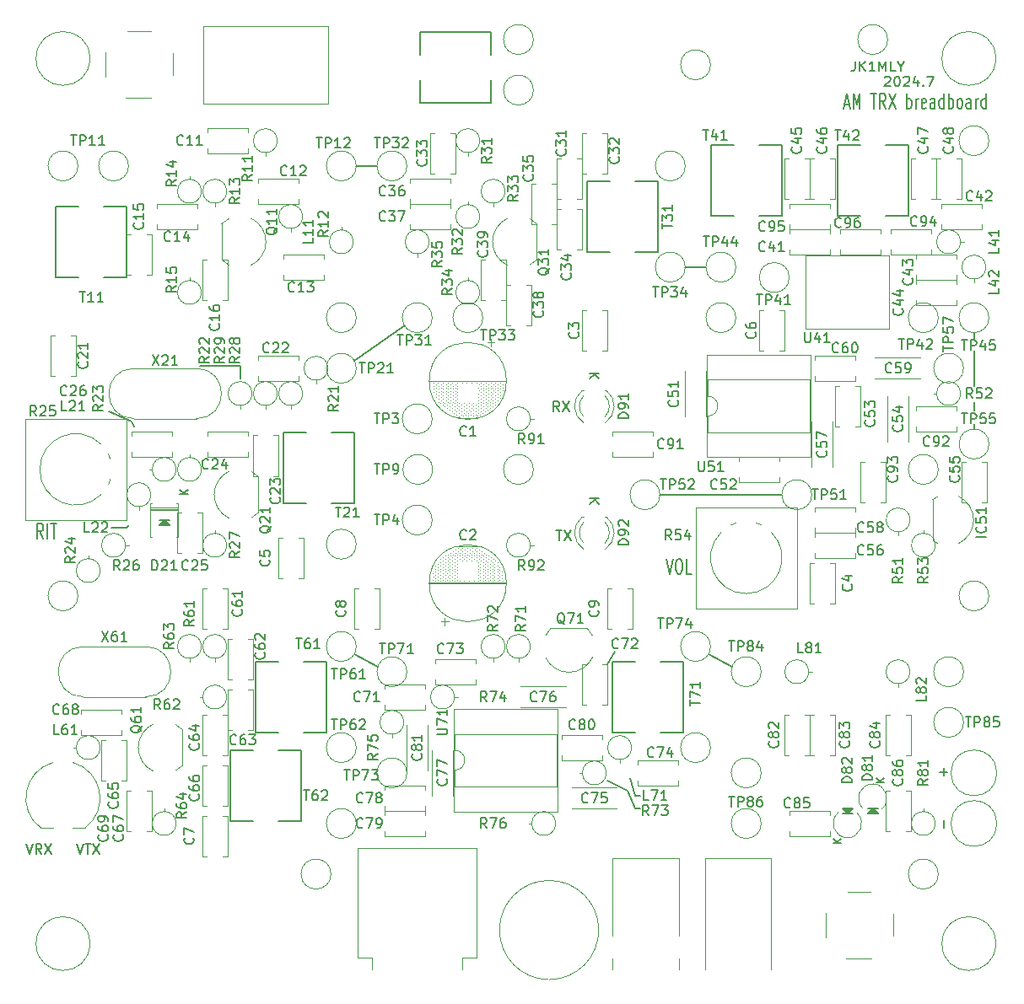
<source format=gbr>
%TF.GenerationSoftware,KiCad,Pcbnew,7.0.2-0*%
%TF.CreationDate,2024-07-29T15:30:35+09:00*%
%TF.ProjectId,am-pcb4,616d2d70-6362-4342-9e6b-696361645f70,rev?*%
%TF.SameCoordinates,Original*%
%TF.FileFunction,Legend,Top*%
%TF.FilePolarity,Positive*%
%FSLAX46Y46*%
G04 Gerber Fmt 4.6, Leading zero omitted, Abs format (unit mm)*
G04 Created by KiCad (PCBNEW 7.0.2-0) date 2024-07-29 15:30:35*
%MOMM*%
%LPD*%
G01*
G04 APERTURE LIST*
%ADD10C,0.150000*%
%ADD11C,0.120000*%
%ADD12C,0.100000*%
G04 APERTURE END LIST*
D10*
X271790000Y-82310000D02*
X271780000Y-81788000D01*
X271780000Y-72620000D02*
X271780000Y-73152000D01*
X271780000Y-79565500D02*
X271780000Y-80454500D01*
X271780000Y-74422000D02*
X271780000Y-77978000D01*
X209550000Y-104902000D02*
X211963000Y-106172000D01*
X245110000Y-104902000D02*
X247523000Y-106172000D01*
X252500000Y-88900000D02*
X240260000Y-88900000D01*
X242800000Y-66040000D02*
X244880000Y-66040000D01*
X209550000Y-75438000D02*
X214630000Y-71882000D01*
X209780000Y-55881000D02*
X211860000Y-55880000D01*
X240887238Y-95344428D02*
X241220571Y-96844428D01*
X241220571Y-96844428D02*
X241553904Y-95344428D01*
X242077714Y-95344428D02*
X242268190Y-95344428D01*
X242268190Y-95344428D02*
X242363428Y-95415857D01*
X242363428Y-95415857D02*
X242458666Y-95558714D01*
X242458666Y-95558714D02*
X242506285Y-95844428D01*
X242506285Y-95844428D02*
X242506285Y-96344428D01*
X242506285Y-96344428D02*
X242458666Y-96630142D01*
X242458666Y-96630142D02*
X242363428Y-96773000D01*
X242363428Y-96773000D02*
X242268190Y-96844428D01*
X242268190Y-96844428D02*
X242077714Y-96844428D01*
X242077714Y-96844428D02*
X241982476Y-96773000D01*
X241982476Y-96773000D02*
X241887238Y-96630142D01*
X241887238Y-96630142D02*
X241839619Y-96344428D01*
X241839619Y-96344428D02*
X241839619Y-95844428D01*
X241839619Y-95844428D02*
X241887238Y-95558714D01*
X241887238Y-95558714D02*
X241982476Y-95415857D01*
X241982476Y-95415857D02*
X242077714Y-95344428D01*
X243411047Y-96844428D02*
X242934857Y-96844428D01*
X242934857Y-96844428D02*
X242934857Y-95344428D01*
X178355523Y-93288428D02*
X178022190Y-92574142D01*
X177784095Y-93288428D02*
X177784095Y-91788428D01*
X177784095Y-91788428D02*
X178165047Y-91788428D01*
X178165047Y-91788428D02*
X178260285Y-91859857D01*
X178260285Y-91859857D02*
X178307904Y-91931285D01*
X178307904Y-91931285D02*
X178355523Y-92074142D01*
X178355523Y-92074142D02*
X178355523Y-92288428D01*
X178355523Y-92288428D02*
X178307904Y-92431285D01*
X178307904Y-92431285D02*
X178260285Y-92502714D01*
X178260285Y-92502714D02*
X178165047Y-92574142D01*
X178165047Y-92574142D02*
X177784095Y-92574142D01*
X178784095Y-93288428D02*
X178784095Y-91788428D01*
X179117428Y-91788428D02*
X179688856Y-91788428D01*
X179403142Y-93288428D02*
X179403142Y-91788428D01*
X187198000Y-81534000D02*
X187452000Y-82042000D01*
X184912000Y-80518000D02*
X187198000Y-81534000D01*
X186690000Y-92202000D02*
X186944000Y-91948000D01*
X186690000Y-92202000D02*
X185166000Y-92202000D01*
X237744000Y-119126000D02*
X238252000Y-119126000D01*
X258572000Y-120904000D02*
X259588000Y-120904000D01*
X237236000Y-117348000D02*
X237744000Y-119126000D01*
X235712000Y-104648000D02*
X234950000Y-105910000D01*
X237744000Y-120396000D02*
X238252000Y-120396000D01*
X259080000Y-120904000D02*
X258572000Y-120396000D01*
X259588000Y-120396000D01*
X259080000Y-120904000D01*
G36*
X259080000Y-120904000D02*
G01*
X258572000Y-120396000D01*
X259588000Y-120396000D01*
X259080000Y-120904000D01*
G37*
X236982000Y-118618000D02*
X237744000Y-120396000D01*
X194056000Y-75946000D02*
X198120000Y-75946000D01*
X234950000Y-117602000D02*
X236982000Y-118618000D01*
X261112000Y-120396000D02*
X262128000Y-120396000D01*
X262128000Y-120904000D02*
X261112000Y-120904000D01*
X261620000Y-120396000D01*
X262128000Y-120904000D01*
G36*
X262128000Y-120904000D02*
G01*
X261112000Y-120904000D01*
X261620000Y-120396000D01*
X262128000Y-120904000D01*
G37*
X191008000Y-91948000D02*
X189992000Y-91948000D01*
X190500000Y-91440000D01*
X191008000Y-91948000D01*
G36*
X191008000Y-91948000D02*
G01*
X189992000Y-91948000D01*
X190500000Y-91440000D01*
X191008000Y-91948000D01*
G37*
X198120000Y-75946000D02*
X198120000Y-77216000D01*
X189992000Y-91440000D02*
X191008000Y-91440000D01*
X176625238Y-123972619D02*
X176958571Y-124972619D01*
X176958571Y-124972619D02*
X177291904Y-123972619D01*
X178196666Y-124972619D02*
X177863333Y-124496428D01*
X177625238Y-124972619D02*
X177625238Y-123972619D01*
X177625238Y-123972619D02*
X178006190Y-123972619D01*
X178006190Y-123972619D02*
X178101428Y-124020238D01*
X178101428Y-124020238D02*
X178149047Y-124067857D01*
X178149047Y-124067857D02*
X178196666Y-124163095D01*
X178196666Y-124163095D02*
X178196666Y-124305952D01*
X178196666Y-124305952D02*
X178149047Y-124401190D01*
X178149047Y-124401190D02*
X178101428Y-124448809D01*
X178101428Y-124448809D02*
X178006190Y-124496428D01*
X178006190Y-124496428D02*
X177625238Y-124496428D01*
X178530000Y-123972619D02*
X179196666Y-124972619D01*
X179196666Y-123972619D02*
X178530000Y-124972619D01*
X181705238Y-123972619D02*
X182038571Y-124972619D01*
X182038571Y-124972619D02*
X182371904Y-123972619D01*
X182562381Y-123972619D02*
X183133809Y-123972619D01*
X182848095Y-124972619D02*
X182848095Y-123972619D01*
X183371905Y-123972619D02*
X184038571Y-124972619D01*
X184038571Y-123972619D02*
X183371905Y-124972619D01*
X268736666Y-117109904D02*
X268736666Y-116348000D01*
X269117619Y-116728952D02*
X268355714Y-116728952D01*
X229838238Y-92476619D02*
X230409666Y-92476619D01*
X230123952Y-93476619D02*
X230123952Y-92476619D01*
X230647762Y-92476619D02*
X231314428Y-93476619D01*
X231314428Y-92476619D02*
X230647762Y-93476619D01*
X262826476Y-46978857D02*
X262874095Y-46931238D01*
X262874095Y-46931238D02*
X262969333Y-46883619D01*
X262969333Y-46883619D02*
X263207428Y-46883619D01*
X263207428Y-46883619D02*
X263302666Y-46931238D01*
X263302666Y-46931238D02*
X263350285Y-46978857D01*
X263350285Y-46978857D02*
X263397904Y-47074095D01*
X263397904Y-47074095D02*
X263397904Y-47169333D01*
X263397904Y-47169333D02*
X263350285Y-47312190D01*
X263350285Y-47312190D02*
X262778857Y-47883619D01*
X262778857Y-47883619D02*
X263397904Y-47883619D01*
X264016952Y-46883619D02*
X264112190Y-46883619D01*
X264112190Y-46883619D02*
X264207428Y-46931238D01*
X264207428Y-46931238D02*
X264255047Y-46978857D01*
X264255047Y-46978857D02*
X264302666Y-47074095D01*
X264302666Y-47074095D02*
X264350285Y-47264571D01*
X264350285Y-47264571D02*
X264350285Y-47502666D01*
X264350285Y-47502666D02*
X264302666Y-47693142D01*
X264302666Y-47693142D02*
X264255047Y-47788380D01*
X264255047Y-47788380D02*
X264207428Y-47836000D01*
X264207428Y-47836000D02*
X264112190Y-47883619D01*
X264112190Y-47883619D02*
X264016952Y-47883619D01*
X264016952Y-47883619D02*
X263921714Y-47836000D01*
X263921714Y-47836000D02*
X263874095Y-47788380D01*
X263874095Y-47788380D02*
X263826476Y-47693142D01*
X263826476Y-47693142D02*
X263778857Y-47502666D01*
X263778857Y-47502666D02*
X263778857Y-47264571D01*
X263778857Y-47264571D02*
X263826476Y-47074095D01*
X263826476Y-47074095D02*
X263874095Y-46978857D01*
X263874095Y-46978857D02*
X263921714Y-46931238D01*
X263921714Y-46931238D02*
X264016952Y-46883619D01*
X264731238Y-46978857D02*
X264778857Y-46931238D01*
X264778857Y-46931238D02*
X264874095Y-46883619D01*
X264874095Y-46883619D02*
X265112190Y-46883619D01*
X265112190Y-46883619D02*
X265207428Y-46931238D01*
X265207428Y-46931238D02*
X265255047Y-46978857D01*
X265255047Y-46978857D02*
X265302666Y-47074095D01*
X265302666Y-47074095D02*
X265302666Y-47169333D01*
X265302666Y-47169333D02*
X265255047Y-47312190D01*
X265255047Y-47312190D02*
X264683619Y-47883619D01*
X264683619Y-47883619D02*
X265302666Y-47883619D01*
X266159809Y-47216952D02*
X266159809Y-47883619D01*
X265921714Y-46836000D02*
X265683619Y-47550285D01*
X265683619Y-47550285D02*
X266302666Y-47550285D01*
X266683619Y-47788380D02*
X266731238Y-47836000D01*
X266731238Y-47836000D02*
X266683619Y-47883619D01*
X266683619Y-47883619D02*
X266636000Y-47836000D01*
X266636000Y-47836000D02*
X266683619Y-47788380D01*
X266683619Y-47788380D02*
X266683619Y-47883619D01*
X267064571Y-46883619D02*
X267731237Y-46883619D01*
X267731237Y-46883619D02*
X267302666Y-47883619D01*
X262752095Y-117811523D02*
X261952095Y-117811523D01*
X262752095Y-117354380D02*
X262294952Y-117697238D01*
X261952095Y-117354380D02*
X262409238Y-117811523D01*
X258434095Y-123907523D02*
X257634095Y-123907523D01*
X258434095Y-123450380D02*
X257976952Y-123793238D01*
X257634095Y-123450380D02*
X258091238Y-123907523D01*
X268736666Y-122316904D02*
X268736666Y-121555000D01*
X233167380Y-76692095D02*
X234167380Y-76692095D01*
X233167380Y-77263523D02*
X233738809Y-76834952D01*
X234167380Y-77263523D02*
X233595952Y-76692095D01*
X230171523Y-80522619D02*
X229838190Y-80046428D01*
X229600095Y-80522619D02*
X229600095Y-79522619D01*
X229600095Y-79522619D02*
X229981047Y-79522619D01*
X229981047Y-79522619D02*
X230076285Y-79570238D01*
X230076285Y-79570238D02*
X230123904Y-79617857D01*
X230123904Y-79617857D02*
X230171523Y-79713095D01*
X230171523Y-79713095D02*
X230171523Y-79855952D01*
X230171523Y-79855952D02*
X230123904Y-79951190D01*
X230123904Y-79951190D02*
X230076285Y-79998809D01*
X230076285Y-79998809D02*
X229981047Y-80046428D01*
X229981047Y-80046428D02*
X229600095Y-80046428D01*
X230504857Y-79522619D02*
X231171523Y-80522619D01*
X231171523Y-79522619D02*
X230504857Y-80522619D01*
X258762476Y-49679857D02*
X259238666Y-49679857D01*
X258667238Y-50108428D02*
X259000571Y-48608428D01*
X259000571Y-48608428D02*
X259333904Y-50108428D01*
X259667238Y-50108428D02*
X259667238Y-48608428D01*
X259667238Y-48608428D02*
X260000571Y-49679857D01*
X260000571Y-49679857D02*
X260333904Y-48608428D01*
X260333904Y-48608428D02*
X260333904Y-50108428D01*
X261429143Y-48608428D02*
X262000571Y-48608428D01*
X261714857Y-50108428D02*
X261714857Y-48608428D01*
X262905333Y-50108428D02*
X262572000Y-49394142D01*
X262333905Y-50108428D02*
X262333905Y-48608428D01*
X262333905Y-48608428D02*
X262714857Y-48608428D01*
X262714857Y-48608428D02*
X262810095Y-48679857D01*
X262810095Y-48679857D02*
X262857714Y-48751285D01*
X262857714Y-48751285D02*
X262905333Y-48894142D01*
X262905333Y-48894142D02*
X262905333Y-49108428D01*
X262905333Y-49108428D02*
X262857714Y-49251285D01*
X262857714Y-49251285D02*
X262810095Y-49322714D01*
X262810095Y-49322714D02*
X262714857Y-49394142D01*
X262714857Y-49394142D02*
X262333905Y-49394142D01*
X263238667Y-48608428D02*
X263905333Y-50108428D01*
X263905333Y-48608428D02*
X263238667Y-50108428D01*
X265048191Y-50108428D02*
X265048191Y-48608428D01*
X265048191Y-49179857D02*
X265143429Y-49108428D01*
X265143429Y-49108428D02*
X265333905Y-49108428D01*
X265333905Y-49108428D02*
X265429143Y-49179857D01*
X265429143Y-49179857D02*
X265476762Y-49251285D01*
X265476762Y-49251285D02*
X265524381Y-49394142D01*
X265524381Y-49394142D02*
X265524381Y-49822714D01*
X265524381Y-49822714D02*
X265476762Y-49965571D01*
X265476762Y-49965571D02*
X265429143Y-50037000D01*
X265429143Y-50037000D02*
X265333905Y-50108428D01*
X265333905Y-50108428D02*
X265143429Y-50108428D01*
X265143429Y-50108428D02*
X265048191Y-50037000D01*
X265952953Y-50108428D02*
X265952953Y-49108428D01*
X265952953Y-49394142D02*
X266000572Y-49251285D01*
X266000572Y-49251285D02*
X266048191Y-49179857D01*
X266048191Y-49179857D02*
X266143429Y-49108428D01*
X266143429Y-49108428D02*
X266238667Y-49108428D01*
X266952953Y-50037000D02*
X266857715Y-50108428D01*
X266857715Y-50108428D02*
X266667239Y-50108428D01*
X266667239Y-50108428D02*
X266572001Y-50037000D01*
X266572001Y-50037000D02*
X266524382Y-49894142D01*
X266524382Y-49894142D02*
X266524382Y-49322714D01*
X266524382Y-49322714D02*
X266572001Y-49179857D01*
X266572001Y-49179857D02*
X266667239Y-49108428D01*
X266667239Y-49108428D02*
X266857715Y-49108428D01*
X266857715Y-49108428D02*
X266952953Y-49179857D01*
X266952953Y-49179857D02*
X267000572Y-49322714D01*
X267000572Y-49322714D02*
X267000572Y-49465571D01*
X267000572Y-49465571D02*
X266524382Y-49608428D01*
X267857715Y-50108428D02*
X267857715Y-49322714D01*
X267857715Y-49322714D02*
X267810096Y-49179857D01*
X267810096Y-49179857D02*
X267714858Y-49108428D01*
X267714858Y-49108428D02*
X267524382Y-49108428D01*
X267524382Y-49108428D02*
X267429144Y-49179857D01*
X267857715Y-50037000D02*
X267762477Y-50108428D01*
X267762477Y-50108428D02*
X267524382Y-50108428D01*
X267524382Y-50108428D02*
X267429144Y-50037000D01*
X267429144Y-50037000D02*
X267381525Y-49894142D01*
X267381525Y-49894142D02*
X267381525Y-49751285D01*
X267381525Y-49751285D02*
X267429144Y-49608428D01*
X267429144Y-49608428D02*
X267524382Y-49537000D01*
X267524382Y-49537000D02*
X267762477Y-49537000D01*
X267762477Y-49537000D02*
X267857715Y-49465571D01*
X268762477Y-50108428D02*
X268762477Y-48608428D01*
X268762477Y-50037000D02*
X268667239Y-50108428D01*
X268667239Y-50108428D02*
X268476763Y-50108428D01*
X268476763Y-50108428D02*
X268381525Y-50037000D01*
X268381525Y-50037000D02*
X268333906Y-49965571D01*
X268333906Y-49965571D02*
X268286287Y-49822714D01*
X268286287Y-49822714D02*
X268286287Y-49394142D01*
X268286287Y-49394142D02*
X268333906Y-49251285D01*
X268333906Y-49251285D02*
X268381525Y-49179857D01*
X268381525Y-49179857D02*
X268476763Y-49108428D01*
X268476763Y-49108428D02*
X268667239Y-49108428D01*
X268667239Y-49108428D02*
X268762477Y-49179857D01*
X269238668Y-50108428D02*
X269238668Y-48608428D01*
X269238668Y-49179857D02*
X269333906Y-49108428D01*
X269333906Y-49108428D02*
X269524382Y-49108428D01*
X269524382Y-49108428D02*
X269619620Y-49179857D01*
X269619620Y-49179857D02*
X269667239Y-49251285D01*
X269667239Y-49251285D02*
X269714858Y-49394142D01*
X269714858Y-49394142D02*
X269714858Y-49822714D01*
X269714858Y-49822714D02*
X269667239Y-49965571D01*
X269667239Y-49965571D02*
X269619620Y-50037000D01*
X269619620Y-50037000D02*
X269524382Y-50108428D01*
X269524382Y-50108428D02*
X269333906Y-50108428D01*
X269333906Y-50108428D02*
X269238668Y-50037000D01*
X270286287Y-50108428D02*
X270191049Y-50037000D01*
X270191049Y-50037000D02*
X270143430Y-49965571D01*
X270143430Y-49965571D02*
X270095811Y-49822714D01*
X270095811Y-49822714D02*
X270095811Y-49394142D01*
X270095811Y-49394142D02*
X270143430Y-49251285D01*
X270143430Y-49251285D02*
X270191049Y-49179857D01*
X270191049Y-49179857D02*
X270286287Y-49108428D01*
X270286287Y-49108428D02*
X270429144Y-49108428D01*
X270429144Y-49108428D02*
X270524382Y-49179857D01*
X270524382Y-49179857D02*
X270572001Y-49251285D01*
X270572001Y-49251285D02*
X270619620Y-49394142D01*
X270619620Y-49394142D02*
X270619620Y-49822714D01*
X270619620Y-49822714D02*
X270572001Y-49965571D01*
X270572001Y-49965571D02*
X270524382Y-50037000D01*
X270524382Y-50037000D02*
X270429144Y-50108428D01*
X270429144Y-50108428D02*
X270286287Y-50108428D01*
X271476763Y-50108428D02*
X271476763Y-49322714D01*
X271476763Y-49322714D02*
X271429144Y-49179857D01*
X271429144Y-49179857D02*
X271333906Y-49108428D01*
X271333906Y-49108428D02*
X271143430Y-49108428D01*
X271143430Y-49108428D02*
X271048192Y-49179857D01*
X271476763Y-50037000D02*
X271381525Y-50108428D01*
X271381525Y-50108428D02*
X271143430Y-50108428D01*
X271143430Y-50108428D02*
X271048192Y-50037000D01*
X271048192Y-50037000D02*
X271000573Y-49894142D01*
X271000573Y-49894142D02*
X271000573Y-49751285D01*
X271000573Y-49751285D02*
X271048192Y-49608428D01*
X271048192Y-49608428D02*
X271143430Y-49537000D01*
X271143430Y-49537000D02*
X271381525Y-49537000D01*
X271381525Y-49537000D02*
X271476763Y-49465571D01*
X271952954Y-50108428D02*
X271952954Y-49108428D01*
X271952954Y-49394142D02*
X272000573Y-49251285D01*
X272000573Y-49251285D02*
X272048192Y-49179857D01*
X272048192Y-49179857D02*
X272143430Y-49108428D01*
X272143430Y-49108428D02*
X272238668Y-49108428D01*
X273000573Y-50108428D02*
X273000573Y-48608428D01*
X273000573Y-50037000D02*
X272905335Y-50108428D01*
X272905335Y-50108428D02*
X272714859Y-50108428D01*
X272714859Y-50108428D02*
X272619621Y-50037000D01*
X272619621Y-50037000D02*
X272572002Y-49965571D01*
X272572002Y-49965571D02*
X272524383Y-49822714D01*
X272524383Y-49822714D02*
X272524383Y-49394142D01*
X272524383Y-49394142D02*
X272572002Y-49251285D01*
X272572002Y-49251285D02*
X272619621Y-49179857D01*
X272619621Y-49179857D02*
X272714859Y-49108428D01*
X272714859Y-49108428D02*
X272905335Y-49108428D01*
X272905335Y-49108428D02*
X273000573Y-49179857D01*
X259857809Y-45359619D02*
X259857809Y-46073904D01*
X259857809Y-46073904D02*
X259810190Y-46216761D01*
X259810190Y-46216761D02*
X259714952Y-46312000D01*
X259714952Y-46312000D02*
X259572095Y-46359619D01*
X259572095Y-46359619D02*
X259476857Y-46359619D01*
X260334000Y-46359619D02*
X260334000Y-45359619D01*
X260905428Y-46359619D02*
X260476857Y-45788190D01*
X260905428Y-45359619D02*
X260334000Y-45931047D01*
X261857809Y-46359619D02*
X261286381Y-46359619D01*
X261572095Y-46359619D02*
X261572095Y-45359619D01*
X261572095Y-45359619D02*
X261476857Y-45502476D01*
X261476857Y-45502476D02*
X261381619Y-45597714D01*
X261381619Y-45597714D02*
X261286381Y-45645333D01*
X262286381Y-46359619D02*
X262286381Y-45359619D01*
X262286381Y-45359619D02*
X262619714Y-46073904D01*
X262619714Y-46073904D02*
X262953047Y-45359619D01*
X262953047Y-45359619D02*
X262953047Y-46359619D01*
X263905428Y-46359619D02*
X263429238Y-46359619D01*
X263429238Y-46359619D02*
X263429238Y-45359619D01*
X264429238Y-45883428D02*
X264429238Y-46359619D01*
X264095905Y-45359619D02*
X264429238Y-45883428D01*
X264429238Y-45883428D02*
X264762571Y-45359619D01*
X233167380Y-89265095D02*
X234167380Y-89265095D01*
X233167380Y-89836523D02*
X233738809Y-89407952D01*
X234167380Y-89836523D02*
X233595952Y-89265095D01*
%TO.C,R23*%
X184358619Y-79890857D02*
X183882428Y-80224190D01*
X184358619Y-80462285D02*
X183358619Y-80462285D01*
X183358619Y-80462285D02*
X183358619Y-80081333D01*
X183358619Y-80081333D02*
X183406238Y-79986095D01*
X183406238Y-79986095D02*
X183453857Y-79938476D01*
X183453857Y-79938476D02*
X183549095Y-79890857D01*
X183549095Y-79890857D02*
X183691952Y-79890857D01*
X183691952Y-79890857D02*
X183787190Y-79938476D01*
X183787190Y-79938476D02*
X183834809Y-79986095D01*
X183834809Y-79986095D02*
X183882428Y-80081333D01*
X183882428Y-80081333D02*
X183882428Y-80462285D01*
X183453857Y-79509904D02*
X183406238Y-79462285D01*
X183406238Y-79462285D02*
X183358619Y-79367047D01*
X183358619Y-79367047D02*
X183358619Y-79128952D01*
X183358619Y-79128952D02*
X183406238Y-79033714D01*
X183406238Y-79033714D02*
X183453857Y-78986095D01*
X183453857Y-78986095D02*
X183549095Y-78938476D01*
X183549095Y-78938476D02*
X183644333Y-78938476D01*
X183644333Y-78938476D02*
X183787190Y-78986095D01*
X183787190Y-78986095D02*
X184358619Y-79557523D01*
X184358619Y-79557523D02*
X184358619Y-78938476D01*
X183358619Y-78605142D02*
X183358619Y-77986095D01*
X183358619Y-77986095D02*
X183739571Y-78319428D01*
X183739571Y-78319428D02*
X183739571Y-78176571D01*
X183739571Y-78176571D02*
X183787190Y-78081333D01*
X183787190Y-78081333D02*
X183834809Y-78033714D01*
X183834809Y-78033714D02*
X183930047Y-77986095D01*
X183930047Y-77986095D02*
X184168142Y-77986095D01*
X184168142Y-77986095D02*
X184263380Y-78033714D01*
X184263380Y-78033714D02*
X184311000Y-78081333D01*
X184311000Y-78081333D02*
X184358619Y-78176571D01*
X184358619Y-78176571D02*
X184358619Y-78462285D01*
X184358619Y-78462285D02*
X184311000Y-78557523D01*
X184311000Y-78557523D02*
X184263380Y-78605142D01*
%TO.C,TP71*%
X212129905Y-103856619D02*
X212701333Y-103856619D01*
X212415619Y-104856619D02*
X212415619Y-103856619D01*
X213034667Y-104856619D02*
X213034667Y-103856619D01*
X213034667Y-103856619D02*
X213415619Y-103856619D01*
X213415619Y-103856619D02*
X213510857Y-103904238D01*
X213510857Y-103904238D02*
X213558476Y-103951857D01*
X213558476Y-103951857D02*
X213606095Y-104047095D01*
X213606095Y-104047095D02*
X213606095Y-104189952D01*
X213606095Y-104189952D02*
X213558476Y-104285190D01*
X213558476Y-104285190D02*
X213510857Y-104332809D01*
X213510857Y-104332809D02*
X213415619Y-104380428D01*
X213415619Y-104380428D02*
X213034667Y-104380428D01*
X213939429Y-103856619D02*
X214606095Y-103856619D01*
X214606095Y-103856619D02*
X214177524Y-104856619D01*
X215510857Y-104856619D02*
X214939429Y-104856619D01*
X215225143Y-104856619D02*
X215225143Y-103856619D01*
X215225143Y-103856619D02*
X215129905Y-103999476D01*
X215129905Y-103999476D02*
X215034667Y-104094714D01*
X215034667Y-104094714D02*
X214939429Y-104142333D01*
%TO.C,C8*%
X208637380Y-100516666D02*
X208685000Y-100564285D01*
X208685000Y-100564285D02*
X208732619Y-100707142D01*
X208732619Y-100707142D02*
X208732619Y-100802380D01*
X208732619Y-100802380D02*
X208685000Y-100945237D01*
X208685000Y-100945237D02*
X208589761Y-101040475D01*
X208589761Y-101040475D02*
X208494523Y-101088094D01*
X208494523Y-101088094D02*
X208304047Y-101135713D01*
X208304047Y-101135713D02*
X208161190Y-101135713D01*
X208161190Y-101135713D02*
X207970714Y-101088094D01*
X207970714Y-101088094D02*
X207875476Y-101040475D01*
X207875476Y-101040475D02*
X207780238Y-100945237D01*
X207780238Y-100945237D02*
X207732619Y-100802380D01*
X207732619Y-100802380D02*
X207732619Y-100707142D01*
X207732619Y-100707142D02*
X207780238Y-100564285D01*
X207780238Y-100564285D02*
X207827857Y-100516666D01*
X208161190Y-99945237D02*
X208113571Y-100040475D01*
X208113571Y-100040475D02*
X208065952Y-100088094D01*
X208065952Y-100088094D02*
X207970714Y-100135713D01*
X207970714Y-100135713D02*
X207923095Y-100135713D01*
X207923095Y-100135713D02*
X207827857Y-100088094D01*
X207827857Y-100088094D02*
X207780238Y-100040475D01*
X207780238Y-100040475D02*
X207732619Y-99945237D01*
X207732619Y-99945237D02*
X207732619Y-99754761D01*
X207732619Y-99754761D02*
X207780238Y-99659523D01*
X207780238Y-99659523D02*
X207827857Y-99611904D01*
X207827857Y-99611904D02*
X207923095Y-99564285D01*
X207923095Y-99564285D02*
X207970714Y-99564285D01*
X207970714Y-99564285D02*
X208065952Y-99611904D01*
X208065952Y-99611904D02*
X208113571Y-99659523D01*
X208113571Y-99659523D02*
X208161190Y-99754761D01*
X208161190Y-99754761D02*
X208161190Y-99945237D01*
X208161190Y-99945237D02*
X208208809Y-100040475D01*
X208208809Y-100040475D02*
X208256428Y-100088094D01*
X208256428Y-100088094D02*
X208351666Y-100135713D01*
X208351666Y-100135713D02*
X208542142Y-100135713D01*
X208542142Y-100135713D02*
X208637380Y-100088094D01*
X208637380Y-100088094D02*
X208685000Y-100040475D01*
X208685000Y-100040475D02*
X208732619Y-99945237D01*
X208732619Y-99945237D02*
X208732619Y-99754761D01*
X208732619Y-99754761D02*
X208685000Y-99659523D01*
X208685000Y-99659523D02*
X208637380Y-99611904D01*
X208637380Y-99611904D02*
X208542142Y-99564285D01*
X208542142Y-99564285D02*
X208351666Y-99564285D01*
X208351666Y-99564285D02*
X208256428Y-99611904D01*
X208256428Y-99611904D02*
X208208809Y-99659523D01*
X208208809Y-99659523D02*
X208161190Y-99754761D01*
%TO.C,C54*%
X264527380Y-81922857D02*
X264575000Y-81970476D01*
X264575000Y-81970476D02*
X264622619Y-82113333D01*
X264622619Y-82113333D02*
X264622619Y-82208571D01*
X264622619Y-82208571D02*
X264575000Y-82351428D01*
X264575000Y-82351428D02*
X264479761Y-82446666D01*
X264479761Y-82446666D02*
X264384523Y-82494285D01*
X264384523Y-82494285D02*
X264194047Y-82541904D01*
X264194047Y-82541904D02*
X264051190Y-82541904D01*
X264051190Y-82541904D02*
X263860714Y-82494285D01*
X263860714Y-82494285D02*
X263765476Y-82446666D01*
X263765476Y-82446666D02*
X263670238Y-82351428D01*
X263670238Y-82351428D02*
X263622619Y-82208571D01*
X263622619Y-82208571D02*
X263622619Y-82113333D01*
X263622619Y-82113333D02*
X263670238Y-81970476D01*
X263670238Y-81970476D02*
X263717857Y-81922857D01*
X263622619Y-81018095D02*
X263622619Y-81494285D01*
X263622619Y-81494285D02*
X264098809Y-81541904D01*
X264098809Y-81541904D02*
X264051190Y-81494285D01*
X264051190Y-81494285D02*
X264003571Y-81399047D01*
X264003571Y-81399047D02*
X264003571Y-81160952D01*
X264003571Y-81160952D02*
X264051190Y-81065714D01*
X264051190Y-81065714D02*
X264098809Y-81018095D01*
X264098809Y-81018095D02*
X264194047Y-80970476D01*
X264194047Y-80970476D02*
X264432142Y-80970476D01*
X264432142Y-80970476D02*
X264527380Y-81018095D01*
X264527380Y-81018095D02*
X264575000Y-81065714D01*
X264575000Y-81065714D02*
X264622619Y-81160952D01*
X264622619Y-81160952D02*
X264622619Y-81399047D01*
X264622619Y-81399047D02*
X264575000Y-81494285D01*
X264575000Y-81494285D02*
X264527380Y-81541904D01*
X263955952Y-80113333D02*
X264622619Y-80113333D01*
X263575000Y-80351428D02*
X264289285Y-80589523D01*
X264289285Y-80589523D02*
X264289285Y-79970476D01*
%TO.C,C77*%
X218807380Y-117482857D02*
X218855000Y-117530476D01*
X218855000Y-117530476D02*
X218902619Y-117673333D01*
X218902619Y-117673333D02*
X218902619Y-117768571D01*
X218902619Y-117768571D02*
X218855000Y-117911428D01*
X218855000Y-117911428D02*
X218759761Y-118006666D01*
X218759761Y-118006666D02*
X218664523Y-118054285D01*
X218664523Y-118054285D02*
X218474047Y-118101904D01*
X218474047Y-118101904D02*
X218331190Y-118101904D01*
X218331190Y-118101904D02*
X218140714Y-118054285D01*
X218140714Y-118054285D02*
X218045476Y-118006666D01*
X218045476Y-118006666D02*
X217950238Y-117911428D01*
X217950238Y-117911428D02*
X217902619Y-117768571D01*
X217902619Y-117768571D02*
X217902619Y-117673333D01*
X217902619Y-117673333D02*
X217950238Y-117530476D01*
X217950238Y-117530476D02*
X217997857Y-117482857D01*
X217902619Y-117149523D02*
X217902619Y-116482857D01*
X217902619Y-116482857D02*
X218902619Y-116911428D01*
X217902619Y-116197142D02*
X217902619Y-115530476D01*
X217902619Y-115530476D02*
X218902619Y-115959047D01*
%TO.C,L71*%
X239133142Y-119588619D02*
X238656952Y-119588619D01*
X238656952Y-119588619D02*
X238656952Y-118588619D01*
X239371238Y-118588619D02*
X240037904Y-118588619D01*
X240037904Y-118588619D02*
X239609333Y-119588619D01*
X240942666Y-119588619D02*
X240371238Y-119588619D01*
X240656952Y-119588619D02*
X240656952Y-118588619D01*
X240656952Y-118588619D02*
X240561714Y-118731476D01*
X240561714Y-118731476D02*
X240466476Y-118826714D01*
X240466476Y-118826714D02*
X240371238Y-118874333D01*
%TO.C,L61*%
X179951142Y-112984619D02*
X179474952Y-112984619D01*
X179474952Y-112984619D02*
X179474952Y-111984619D01*
X180713047Y-111984619D02*
X180522571Y-111984619D01*
X180522571Y-111984619D02*
X180427333Y-112032238D01*
X180427333Y-112032238D02*
X180379714Y-112079857D01*
X180379714Y-112079857D02*
X180284476Y-112222714D01*
X180284476Y-112222714D02*
X180236857Y-112413190D01*
X180236857Y-112413190D02*
X180236857Y-112794142D01*
X180236857Y-112794142D02*
X180284476Y-112889380D01*
X180284476Y-112889380D02*
X180332095Y-112937000D01*
X180332095Y-112937000D02*
X180427333Y-112984619D01*
X180427333Y-112984619D02*
X180617809Y-112984619D01*
X180617809Y-112984619D02*
X180713047Y-112937000D01*
X180713047Y-112937000D02*
X180760666Y-112889380D01*
X180760666Y-112889380D02*
X180808285Y-112794142D01*
X180808285Y-112794142D02*
X180808285Y-112556047D01*
X180808285Y-112556047D02*
X180760666Y-112460809D01*
X180760666Y-112460809D02*
X180713047Y-112413190D01*
X180713047Y-112413190D02*
X180617809Y-112365571D01*
X180617809Y-112365571D02*
X180427333Y-112365571D01*
X180427333Y-112365571D02*
X180332095Y-112413190D01*
X180332095Y-112413190D02*
X180284476Y-112460809D01*
X180284476Y-112460809D02*
X180236857Y-112556047D01*
X181760666Y-112984619D02*
X181189238Y-112984619D01*
X181474952Y-112984619D02*
X181474952Y-111984619D01*
X181474952Y-111984619D02*
X181379714Y-112127476D01*
X181379714Y-112127476D02*
X181284476Y-112222714D01*
X181284476Y-112222714D02*
X181189238Y-112270333D01*
%TO.C,R76*%
X222877142Y-122382619D02*
X222543809Y-121906428D01*
X222305714Y-122382619D02*
X222305714Y-121382619D01*
X222305714Y-121382619D02*
X222686666Y-121382619D01*
X222686666Y-121382619D02*
X222781904Y-121430238D01*
X222781904Y-121430238D02*
X222829523Y-121477857D01*
X222829523Y-121477857D02*
X222877142Y-121573095D01*
X222877142Y-121573095D02*
X222877142Y-121715952D01*
X222877142Y-121715952D02*
X222829523Y-121811190D01*
X222829523Y-121811190D02*
X222781904Y-121858809D01*
X222781904Y-121858809D02*
X222686666Y-121906428D01*
X222686666Y-121906428D02*
X222305714Y-121906428D01*
X223210476Y-121382619D02*
X223877142Y-121382619D01*
X223877142Y-121382619D02*
X223448571Y-122382619D01*
X224686666Y-121382619D02*
X224496190Y-121382619D01*
X224496190Y-121382619D02*
X224400952Y-121430238D01*
X224400952Y-121430238D02*
X224353333Y-121477857D01*
X224353333Y-121477857D02*
X224258095Y-121620714D01*
X224258095Y-121620714D02*
X224210476Y-121811190D01*
X224210476Y-121811190D02*
X224210476Y-122192142D01*
X224210476Y-122192142D02*
X224258095Y-122287380D01*
X224258095Y-122287380D02*
X224305714Y-122335000D01*
X224305714Y-122335000D02*
X224400952Y-122382619D01*
X224400952Y-122382619D02*
X224591428Y-122382619D01*
X224591428Y-122382619D02*
X224686666Y-122335000D01*
X224686666Y-122335000D02*
X224734285Y-122287380D01*
X224734285Y-122287380D02*
X224781904Y-122192142D01*
X224781904Y-122192142D02*
X224781904Y-121954047D01*
X224781904Y-121954047D02*
X224734285Y-121858809D01*
X224734285Y-121858809D02*
X224686666Y-121811190D01*
X224686666Y-121811190D02*
X224591428Y-121763571D01*
X224591428Y-121763571D02*
X224400952Y-121763571D01*
X224400952Y-121763571D02*
X224305714Y-121811190D01*
X224305714Y-121811190D02*
X224258095Y-121858809D01*
X224258095Y-121858809D02*
X224210476Y-121954047D01*
%TO.C,Q61*%
X188263857Y-112077428D02*
X188216238Y-112172666D01*
X188216238Y-112172666D02*
X188121000Y-112267904D01*
X188121000Y-112267904D02*
X187978142Y-112410761D01*
X187978142Y-112410761D02*
X187930523Y-112505999D01*
X187930523Y-112505999D02*
X187930523Y-112601237D01*
X188168619Y-112553618D02*
X188121000Y-112648856D01*
X188121000Y-112648856D02*
X188025761Y-112744094D01*
X188025761Y-112744094D02*
X187835285Y-112791713D01*
X187835285Y-112791713D02*
X187501952Y-112791713D01*
X187501952Y-112791713D02*
X187311476Y-112744094D01*
X187311476Y-112744094D02*
X187216238Y-112648856D01*
X187216238Y-112648856D02*
X187168619Y-112553618D01*
X187168619Y-112553618D02*
X187168619Y-112363142D01*
X187168619Y-112363142D02*
X187216238Y-112267904D01*
X187216238Y-112267904D02*
X187311476Y-112172666D01*
X187311476Y-112172666D02*
X187501952Y-112125047D01*
X187501952Y-112125047D02*
X187835285Y-112125047D01*
X187835285Y-112125047D02*
X188025761Y-112172666D01*
X188025761Y-112172666D02*
X188121000Y-112267904D01*
X188121000Y-112267904D02*
X188168619Y-112363142D01*
X188168619Y-112363142D02*
X188168619Y-112553618D01*
X187168619Y-111267904D02*
X187168619Y-111458380D01*
X187168619Y-111458380D02*
X187216238Y-111553618D01*
X187216238Y-111553618D02*
X187263857Y-111601237D01*
X187263857Y-111601237D02*
X187406714Y-111696475D01*
X187406714Y-111696475D02*
X187597190Y-111744094D01*
X187597190Y-111744094D02*
X187978142Y-111744094D01*
X187978142Y-111744094D02*
X188073380Y-111696475D01*
X188073380Y-111696475D02*
X188121000Y-111648856D01*
X188121000Y-111648856D02*
X188168619Y-111553618D01*
X188168619Y-111553618D02*
X188168619Y-111363142D01*
X188168619Y-111363142D02*
X188121000Y-111267904D01*
X188121000Y-111267904D02*
X188073380Y-111220285D01*
X188073380Y-111220285D02*
X187978142Y-111172666D01*
X187978142Y-111172666D02*
X187740047Y-111172666D01*
X187740047Y-111172666D02*
X187644809Y-111220285D01*
X187644809Y-111220285D02*
X187597190Y-111267904D01*
X187597190Y-111267904D02*
X187549571Y-111363142D01*
X187549571Y-111363142D02*
X187549571Y-111553618D01*
X187549571Y-111553618D02*
X187597190Y-111648856D01*
X187597190Y-111648856D02*
X187644809Y-111696475D01*
X187644809Y-111696475D02*
X187740047Y-111744094D01*
X188168619Y-110220285D02*
X188168619Y-110791713D01*
X188168619Y-110505999D02*
X187168619Y-110505999D01*
X187168619Y-110505999D02*
X187311476Y-110601237D01*
X187311476Y-110601237D02*
X187406714Y-110696475D01*
X187406714Y-110696475D02*
X187454333Y-110791713D01*
%TO.C,TP86*%
X247181905Y-119223619D02*
X247753333Y-119223619D01*
X247467619Y-120223619D02*
X247467619Y-119223619D01*
X248086667Y-120223619D02*
X248086667Y-119223619D01*
X248086667Y-119223619D02*
X248467619Y-119223619D01*
X248467619Y-119223619D02*
X248562857Y-119271238D01*
X248562857Y-119271238D02*
X248610476Y-119318857D01*
X248610476Y-119318857D02*
X248658095Y-119414095D01*
X248658095Y-119414095D02*
X248658095Y-119556952D01*
X248658095Y-119556952D02*
X248610476Y-119652190D01*
X248610476Y-119652190D02*
X248562857Y-119699809D01*
X248562857Y-119699809D02*
X248467619Y-119747428D01*
X248467619Y-119747428D02*
X248086667Y-119747428D01*
X249229524Y-119652190D02*
X249134286Y-119604571D01*
X249134286Y-119604571D02*
X249086667Y-119556952D01*
X249086667Y-119556952D02*
X249039048Y-119461714D01*
X249039048Y-119461714D02*
X249039048Y-119414095D01*
X249039048Y-119414095D02*
X249086667Y-119318857D01*
X249086667Y-119318857D02*
X249134286Y-119271238D01*
X249134286Y-119271238D02*
X249229524Y-119223619D01*
X249229524Y-119223619D02*
X249420000Y-119223619D01*
X249420000Y-119223619D02*
X249515238Y-119271238D01*
X249515238Y-119271238D02*
X249562857Y-119318857D01*
X249562857Y-119318857D02*
X249610476Y-119414095D01*
X249610476Y-119414095D02*
X249610476Y-119461714D01*
X249610476Y-119461714D02*
X249562857Y-119556952D01*
X249562857Y-119556952D02*
X249515238Y-119604571D01*
X249515238Y-119604571D02*
X249420000Y-119652190D01*
X249420000Y-119652190D02*
X249229524Y-119652190D01*
X249229524Y-119652190D02*
X249134286Y-119699809D01*
X249134286Y-119699809D02*
X249086667Y-119747428D01*
X249086667Y-119747428D02*
X249039048Y-119842666D01*
X249039048Y-119842666D02*
X249039048Y-120033142D01*
X249039048Y-120033142D02*
X249086667Y-120128380D01*
X249086667Y-120128380D02*
X249134286Y-120176000D01*
X249134286Y-120176000D02*
X249229524Y-120223619D01*
X249229524Y-120223619D02*
X249420000Y-120223619D01*
X249420000Y-120223619D02*
X249515238Y-120176000D01*
X249515238Y-120176000D02*
X249562857Y-120128380D01*
X249562857Y-120128380D02*
X249610476Y-120033142D01*
X249610476Y-120033142D02*
X249610476Y-119842666D01*
X249610476Y-119842666D02*
X249562857Y-119747428D01*
X249562857Y-119747428D02*
X249515238Y-119699809D01*
X249515238Y-119699809D02*
X249420000Y-119652190D01*
X250467619Y-119223619D02*
X250277143Y-119223619D01*
X250277143Y-119223619D02*
X250181905Y-119271238D01*
X250181905Y-119271238D02*
X250134286Y-119318857D01*
X250134286Y-119318857D02*
X250039048Y-119461714D01*
X250039048Y-119461714D02*
X249991429Y-119652190D01*
X249991429Y-119652190D02*
X249991429Y-120033142D01*
X249991429Y-120033142D02*
X250039048Y-120128380D01*
X250039048Y-120128380D02*
X250086667Y-120176000D01*
X250086667Y-120176000D02*
X250181905Y-120223619D01*
X250181905Y-120223619D02*
X250372381Y-120223619D01*
X250372381Y-120223619D02*
X250467619Y-120176000D01*
X250467619Y-120176000D02*
X250515238Y-120128380D01*
X250515238Y-120128380D02*
X250562857Y-120033142D01*
X250562857Y-120033142D02*
X250562857Y-119795047D01*
X250562857Y-119795047D02*
X250515238Y-119699809D01*
X250515238Y-119699809D02*
X250467619Y-119652190D01*
X250467619Y-119652190D02*
X250372381Y-119604571D01*
X250372381Y-119604571D02*
X250181905Y-119604571D01*
X250181905Y-119604571D02*
X250086667Y-119652190D01*
X250086667Y-119652190D02*
X250039048Y-119699809D01*
X250039048Y-119699809D02*
X249991429Y-119795047D01*
%TO.C,C16*%
X195947380Y-71762857D02*
X195995000Y-71810476D01*
X195995000Y-71810476D02*
X196042619Y-71953333D01*
X196042619Y-71953333D02*
X196042619Y-72048571D01*
X196042619Y-72048571D02*
X195995000Y-72191428D01*
X195995000Y-72191428D02*
X195899761Y-72286666D01*
X195899761Y-72286666D02*
X195804523Y-72334285D01*
X195804523Y-72334285D02*
X195614047Y-72381904D01*
X195614047Y-72381904D02*
X195471190Y-72381904D01*
X195471190Y-72381904D02*
X195280714Y-72334285D01*
X195280714Y-72334285D02*
X195185476Y-72286666D01*
X195185476Y-72286666D02*
X195090238Y-72191428D01*
X195090238Y-72191428D02*
X195042619Y-72048571D01*
X195042619Y-72048571D02*
X195042619Y-71953333D01*
X195042619Y-71953333D02*
X195090238Y-71810476D01*
X195090238Y-71810476D02*
X195137857Y-71762857D01*
X196042619Y-70810476D02*
X196042619Y-71381904D01*
X196042619Y-71096190D02*
X195042619Y-71096190D01*
X195042619Y-71096190D02*
X195185476Y-71191428D01*
X195185476Y-71191428D02*
X195280714Y-71286666D01*
X195280714Y-71286666D02*
X195328333Y-71381904D01*
X195042619Y-69953333D02*
X195042619Y-70143809D01*
X195042619Y-70143809D02*
X195090238Y-70239047D01*
X195090238Y-70239047D02*
X195137857Y-70286666D01*
X195137857Y-70286666D02*
X195280714Y-70381904D01*
X195280714Y-70381904D02*
X195471190Y-70429523D01*
X195471190Y-70429523D02*
X195852142Y-70429523D01*
X195852142Y-70429523D02*
X195947380Y-70381904D01*
X195947380Y-70381904D02*
X195995000Y-70334285D01*
X195995000Y-70334285D02*
X196042619Y-70239047D01*
X196042619Y-70239047D02*
X196042619Y-70048571D01*
X196042619Y-70048571D02*
X195995000Y-69953333D01*
X195995000Y-69953333D02*
X195947380Y-69905714D01*
X195947380Y-69905714D02*
X195852142Y-69858095D01*
X195852142Y-69858095D02*
X195614047Y-69858095D01*
X195614047Y-69858095D02*
X195518809Y-69905714D01*
X195518809Y-69905714D02*
X195471190Y-69953333D01*
X195471190Y-69953333D02*
X195423571Y-70048571D01*
X195423571Y-70048571D02*
X195423571Y-70239047D01*
X195423571Y-70239047D02*
X195471190Y-70334285D01*
X195471190Y-70334285D02*
X195518809Y-70381904D01*
X195518809Y-70381904D02*
X195614047Y-70429523D01*
%TO.C,U71*%
X217912619Y-112998094D02*
X218722142Y-112998094D01*
X218722142Y-112998094D02*
X218817380Y-112950475D01*
X218817380Y-112950475D02*
X218865000Y-112902856D01*
X218865000Y-112902856D02*
X218912619Y-112807618D01*
X218912619Y-112807618D02*
X218912619Y-112617142D01*
X218912619Y-112617142D02*
X218865000Y-112521904D01*
X218865000Y-112521904D02*
X218817380Y-112474285D01*
X218817380Y-112474285D02*
X218722142Y-112426666D01*
X218722142Y-112426666D02*
X217912619Y-112426666D01*
X217912619Y-112045713D02*
X217912619Y-111379047D01*
X217912619Y-111379047D02*
X218912619Y-111807618D01*
X218912619Y-110474285D02*
X218912619Y-111045713D01*
X218912619Y-110759999D02*
X217912619Y-110759999D01*
X217912619Y-110759999D02*
X218055476Y-110855237D01*
X218055476Y-110855237D02*
X218150714Y-110950475D01*
X218150714Y-110950475D02*
X218198333Y-111045713D01*
%TO.C,TP62*%
X207303905Y-111476619D02*
X207875333Y-111476619D01*
X207589619Y-112476619D02*
X207589619Y-111476619D01*
X208208667Y-112476619D02*
X208208667Y-111476619D01*
X208208667Y-111476619D02*
X208589619Y-111476619D01*
X208589619Y-111476619D02*
X208684857Y-111524238D01*
X208684857Y-111524238D02*
X208732476Y-111571857D01*
X208732476Y-111571857D02*
X208780095Y-111667095D01*
X208780095Y-111667095D02*
X208780095Y-111809952D01*
X208780095Y-111809952D02*
X208732476Y-111905190D01*
X208732476Y-111905190D02*
X208684857Y-111952809D01*
X208684857Y-111952809D02*
X208589619Y-112000428D01*
X208589619Y-112000428D02*
X208208667Y-112000428D01*
X209637238Y-111476619D02*
X209446762Y-111476619D01*
X209446762Y-111476619D02*
X209351524Y-111524238D01*
X209351524Y-111524238D02*
X209303905Y-111571857D01*
X209303905Y-111571857D02*
X209208667Y-111714714D01*
X209208667Y-111714714D02*
X209161048Y-111905190D01*
X209161048Y-111905190D02*
X209161048Y-112286142D01*
X209161048Y-112286142D02*
X209208667Y-112381380D01*
X209208667Y-112381380D02*
X209256286Y-112429000D01*
X209256286Y-112429000D02*
X209351524Y-112476619D01*
X209351524Y-112476619D02*
X209542000Y-112476619D01*
X209542000Y-112476619D02*
X209637238Y-112429000D01*
X209637238Y-112429000D02*
X209684857Y-112381380D01*
X209684857Y-112381380D02*
X209732476Y-112286142D01*
X209732476Y-112286142D02*
X209732476Y-112048047D01*
X209732476Y-112048047D02*
X209684857Y-111952809D01*
X209684857Y-111952809D02*
X209637238Y-111905190D01*
X209637238Y-111905190D02*
X209542000Y-111857571D01*
X209542000Y-111857571D02*
X209351524Y-111857571D01*
X209351524Y-111857571D02*
X209256286Y-111905190D01*
X209256286Y-111905190D02*
X209208667Y-111952809D01*
X209208667Y-111952809D02*
X209161048Y-112048047D01*
X210113429Y-111571857D02*
X210161048Y-111524238D01*
X210161048Y-111524238D02*
X210256286Y-111476619D01*
X210256286Y-111476619D02*
X210494381Y-111476619D01*
X210494381Y-111476619D02*
X210589619Y-111524238D01*
X210589619Y-111524238D02*
X210637238Y-111571857D01*
X210637238Y-111571857D02*
X210684857Y-111667095D01*
X210684857Y-111667095D02*
X210684857Y-111762333D01*
X210684857Y-111762333D02*
X210637238Y-111905190D01*
X210637238Y-111905190D02*
X210065810Y-112476619D01*
X210065810Y-112476619D02*
X210684857Y-112476619D01*
%TO.C,D92*%
X237102619Y-93924285D02*
X236102619Y-93924285D01*
X236102619Y-93924285D02*
X236102619Y-93686190D01*
X236102619Y-93686190D02*
X236150238Y-93543333D01*
X236150238Y-93543333D02*
X236245476Y-93448095D01*
X236245476Y-93448095D02*
X236340714Y-93400476D01*
X236340714Y-93400476D02*
X236531190Y-93352857D01*
X236531190Y-93352857D02*
X236674047Y-93352857D01*
X236674047Y-93352857D02*
X236864523Y-93400476D01*
X236864523Y-93400476D02*
X236959761Y-93448095D01*
X236959761Y-93448095D02*
X237055000Y-93543333D01*
X237055000Y-93543333D02*
X237102619Y-93686190D01*
X237102619Y-93686190D02*
X237102619Y-93924285D01*
X237102619Y-92876666D02*
X237102619Y-92686190D01*
X237102619Y-92686190D02*
X237055000Y-92590952D01*
X237055000Y-92590952D02*
X237007380Y-92543333D01*
X237007380Y-92543333D02*
X236864523Y-92448095D01*
X236864523Y-92448095D02*
X236674047Y-92400476D01*
X236674047Y-92400476D02*
X236293095Y-92400476D01*
X236293095Y-92400476D02*
X236197857Y-92448095D01*
X236197857Y-92448095D02*
X236150238Y-92495714D01*
X236150238Y-92495714D02*
X236102619Y-92590952D01*
X236102619Y-92590952D02*
X236102619Y-92781428D01*
X236102619Y-92781428D02*
X236150238Y-92876666D01*
X236150238Y-92876666D02*
X236197857Y-92924285D01*
X236197857Y-92924285D02*
X236293095Y-92971904D01*
X236293095Y-92971904D02*
X236531190Y-92971904D01*
X236531190Y-92971904D02*
X236626428Y-92924285D01*
X236626428Y-92924285D02*
X236674047Y-92876666D01*
X236674047Y-92876666D02*
X236721666Y-92781428D01*
X236721666Y-92781428D02*
X236721666Y-92590952D01*
X236721666Y-92590952D02*
X236674047Y-92495714D01*
X236674047Y-92495714D02*
X236626428Y-92448095D01*
X236626428Y-92448095D02*
X236531190Y-92400476D01*
X236197857Y-92019523D02*
X236150238Y-91971904D01*
X236150238Y-91971904D02*
X236102619Y-91876666D01*
X236102619Y-91876666D02*
X236102619Y-91638571D01*
X236102619Y-91638571D02*
X236150238Y-91543333D01*
X236150238Y-91543333D02*
X236197857Y-91495714D01*
X236197857Y-91495714D02*
X236293095Y-91448095D01*
X236293095Y-91448095D02*
X236388333Y-91448095D01*
X236388333Y-91448095D02*
X236531190Y-91495714D01*
X236531190Y-91495714D02*
X237102619Y-92067142D01*
X237102619Y-92067142D02*
X237102619Y-91448095D01*
%TO.C,TP31*%
X213907905Y-72868619D02*
X214479333Y-72868619D01*
X214193619Y-73868619D02*
X214193619Y-72868619D01*
X214812667Y-73868619D02*
X214812667Y-72868619D01*
X214812667Y-72868619D02*
X215193619Y-72868619D01*
X215193619Y-72868619D02*
X215288857Y-72916238D01*
X215288857Y-72916238D02*
X215336476Y-72963857D01*
X215336476Y-72963857D02*
X215384095Y-73059095D01*
X215384095Y-73059095D02*
X215384095Y-73201952D01*
X215384095Y-73201952D02*
X215336476Y-73297190D01*
X215336476Y-73297190D02*
X215288857Y-73344809D01*
X215288857Y-73344809D02*
X215193619Y-73392428D01*
X215193619Y-73392428D02*
X214812667Y-73392428D01*
X215717429Y-72868619D02*
X216336476Y-72868619D01*
X216336476Y-72868619D02*
X216003143Y-73249571D01*
X216003143Y-73249571D02*
X216146000Y-73249571D01*
X216146000Y-73249571D02*
X216241238Y-73297190D01*
X216241238Y-73297190D02*
X216288857Y-73344809D01*
X216288857Y-73344809D02*
X216336476Y-73440047D01*
X216336476Y-73440047D02*
X216336476Y-73678142D01*
X216336476Y-73678142D02*
X216288857Y-73773380D01*
X216288857Y-73773380D02*
X216241238Y-73821000D01*
X216241238Y-73821000D02*
X216146000Y-73868619D01*
X216146000Y-73868619D02*
X215860286Y-73868619D01*
X215860286Y-73868619D02*
X215765048Y-73821000D01*
X215765048Y-73821000D02*
X215717429Y-73773380D01*
X217288857Y-73868619D02*
X216717429Y-73868619D01*
X217003143Y-73868619D02*
X217003143Y-72868619D01*
X217003143Y-72868619D02*
X216907905Y-73011476D01*
X216907905Y-73011476D02*
X216812667Y-73106714D01*
X216812667Y-73106714D02*
X216717429Y-73154333D01*
%TO.C,R33*%
X226014619Y-58808857D02*
X225538428Y-59142190D01*
X226014619Y-59380285D02*
X225014619Y-59380285D01*
X225014619Y-59380285D02*
X225014619Y-58999333D01*
X225014619Y-58999333D02*
X225062238Y-58904095D01*
X225062238Y-58904095D02*
X225109857Y-58856476D01*
X225109857Y-58856476D02*
X225205095Y-58808857D01*
X225205095Y-58808857D02*
X225347952Y-58808857D01*
X225347952Y-58808857D02*
X225443190Y-58856476D01*
X225443190Y-58856476D02*
X225490809Y-58904095D01*
X225490809Y-58904095D02*
X225538428Y-58999333D01*
X225538428Y-58999333D02*
X225538428Y-59380285D01*
X225014619Y-58475523D02*
X225014619Y-57856476D01*
X225014619Y-57856476D02*
X225395571Y-58189809D01*
X225395571Y-58189809D02*
X225395571Y-58046952D01*
X225395571Y-58046952D02*
X225443190Y-57951714D01*
X225443190Y-57951714D02*
X225490809Y-57904095D01*
X225490809Y-57904095D02*
X225586047Y-57856476D01*
X225586047Y-57856476D02*
X225824142Y-57856476D01*
X225824142Y-57856476D02*
X225919380Y-57904095D01*
X225919380Y-57904095D02*
X225967000Y-57951714D01*
X225967000Y-57951714D02*
X226014619Y-58046952D01*
X226014619Y-58046952D02*
X226014619Y-58332666D01*
X226014619Y-58332666D02*
X225967000Y-58427904D01*
X225967000Y-58427904D02*
X225919380Y-58475523D01*
X225014619Y-57523142D02*
X225014619Y-56904095D01*
X225014619Y-56904095D02*
X225395571Y-57237428D01*
X225395571Y-57237428D02*
X225395571Y-57094571D01*
X225395571Y-57094571D02*
X225443190Y-56999333D01*
X225443190Y-56999333D02*
X225490809Y-56951714D01*
X225490809Y-56951714D02*
X225586047Y-56904095D01*
X225586047Y-56904095D02*
X225824142Y-56904095D01*
X225824142Y-56904095D02*
X225919380Y-56951714D01*
X225919380Y-56951714D02*
X225967000Y-56999333D01*
X225967000Y-56999333D02*
X226014619Y-57094571D01*
X226014619Y-57094571D02*
X226014619Y-57380285D01*
X226014619Y-57380285D02*
X225967000Y-57475523D01*
X225967000Y-57475523D02*
X225919380Y-57523142D01*
%TO.C,C76*%
X227877142Y-109587380D02*
X227829523Y-109635000D01*
X227829523Y-109635000D02*
X227686666Y-109682619D01*
X227686666Y-109682619D02*
X227591428Y-109682619D01*
X227591428Y-109682619D02*
X227448571Y-109635000D01*
X227448571Y-109635000D02*
X227353333Y-109539761D01*
X227353333Y-109539761D02*
X227305714Y-109444523D01*
X227305714Y-109444523D02*
X227258095Y-109254047D01*
X227258095Y-109254047D02*
X227258095Y-109111190D01*
X227258095Y-109111190D02*
X227305714Y-108920714D01*
X227305714Y-108920714D02*
X227353333Y-108825476D01*
X227353333Y-108825476D02*
X227448571Y-108730238D01*
X227448571Y-108730238D02*
X227591428Y-108682619D01*
X227591428Y-108682619D02*
X227686666Y-108682619D01*
X227686666Y-108682619D02*
X227829523Y-108730238D01*
X227829523Y-108730238D02*
X227877142Y-108777857D01*
X228210476Y-108682619D02*
X228877142Y-108682619D01*
X228877142Y-108682619D02*
X228448571Y-109682619D01*
X229686666Y-108682619D02*
X229496190Y-108682619D01*
X229496190Y-108682619D02*
X229400952Y-108730238D01*
X229400952Y-108730238D02*
X229353333Y-108777857D01*
X229353333Y-108777857D02*
X229258095Y-108920714D01*
X229258095Y-108920714D02*
X229210476Y-109111190D01*
X229210476Y-109111190D02*
X229210476Y-109492142D01*
X229210476Y-109492142D02*
X229258095Y-109587380D01*
X229258095Y-109587380D02*
X229305714Y-109635000D01*
X229305714Y-109635000D02*
X229400952Y-109682619D01*
X229400952Y-109682619D02*
X229591428Y-109682619D01*
X229591428Y-109682619D02*
X229686666Y-109635000D01*
X229686666Y-109635000D02*
X229734285Y-109587380D01*
X229734285Y-109587380D02*
X229781904Y-109492142D01*
X229781904Y-109492142D02*
X229781904Y-109254047D01*
X229781904Y-109254047D02*
X229734285Y-109158809D01*
X229734285Y-109158809D02*
X229686666Y-109111190D01*
X229686666Y-109111190D02*
X229591428Y-109063571D01*
X229591428Y-109063571D02*
X229400952Y-109063571D01*
X229400952Y-109063571D02*
X229305714Y-109111190D01*
X229305714Y-109111190D02*
X229258095Y-109158809D01*
X229258095Y-109158809D02*
X229210476Y-109254047D01*
%TO.C,C21*%
X182739380Y-75572857D02*
X182787000Y-75620476D01*
X182787000Y-75620476D02*
X182834619Y-75763333D01*
X182834619Y-75763333D02*
X182834619Y-75858571D01*
X182834619Y-75858571D02*
X182787000Y-76001428D01*
X182787000Y-76001428D02*
X182691761Y-76096666D01*
X182691761Y-76096666D02*
X182596523Y-76144285D01*
X182596523Y-76144285D02*
X182406047Y-76191904D01*
X182406047Y-76191904D02*
X182263190Y-76191904D01*
X182263190Y-76191904D02*
X182072714Y-76144285D01*
X182072714Y-76144285D02*
X181977476Y-76096666D01*
X181977476Y-76096666D02*
X181882238Y-76001428D01*
X181882238Y-76001428D02*
X181834619Y-75858571D01*
X181834619Y-75858571D02*
X181834619Y-75763333D01*
X181834619Y-75763333D02*
X181882238Y-75620476D01*
X181882238Y-75620476D02*
X181929857Y-75572857D01*
X181929857Y-75191904D02*
X181882238Y-75144285D01*
X181882238Y-75144285D02*
X181834619Y-75049047D01*
X181834619Y-75049047D02*
X181834619Y-74810952D01*
X181834619Y-74810952D02*
X181882238Y-74715714D01*
X181882238Y-74715714D02*
X181929857Y-74668095D01*
X181929857Y-74668095D02*
X182025095Y-74620476D01*
X182025095Y-74620476D02*
X182120333Y-74620476D01*
X182120333Y-74620476D02*
X182263190Y-74668095D01*
X182263190Y-74668095D02*
X182834619Y-75239523D01*
X182834619Y-75239523D02*
X182834619Y-74620476D01*
X182834619Y-73668095D02*
X182834619Y-74239523D01*
X182834619Y-73953809D02*
X181834619Y-73953809D01*
X181834619Y-73953809D02*
X181977476Y-74049047D01*
X181977476Y-74049047D02*
X182072714Y-74144285D01*
X182072714Y-74144285D02*
X182120333Y-74239523D01*
%TO.C,C35*%
X227443380Y-56776857D02*
X227491000Y-56824476D01*
X227491000Y-56824476D02*
X227538619Y-56967333D01*
X227538619Y-56967333D02*
X227538619Y-57062571D01*
X227538619Y-57062571D02*
X227491000Y-57205428D01*
X227491000Y-57205428D02*
X227395761Y-57300666D01*
X227395761Y-57300666D02*
X227300523Y-57348285D01*
X227300523Y-57348285D02*
X227110047Y-57395904D01*
X227110047Y-57395904D02*
X226967190Y-57395904D01*
X226967190Y-57395904D02*
X226776714Y-57348285D01*
X226776714Y-57348285D02*
X226681476Y-57300666D01*
X226681476Y-57300666D02*
X226586238Y-57205428D01*
X226586238Y-57205428D02*
X226538619Y-57062571D01*
X226538619Y-57062571D02*
X226538619Y-56967333D01*
X226538619Y-56967333D02*
X226586238Y-56824476D01*
X226586238Y-56824476D02*
X226633857Y-56776857D01*
X226538619Y-56443523D02*
X226538619Y-55824476D01*
X226538619Y-55824476D02*
X226919571Y-56157809D01*
X226919571Y-56157809D02*
X226919571Y-56014952D01*
X226919571Y-56014952D02*
X226967190Y-55919714D01*
X226967190Y-55919714D02*
X227014809Y-55872095D01*
X227014809Y-55872095D02*
X227110047Y-55824476D01*
X227110047Y-55824476D02*
X227348142Y-55824476D01*
X227348142Y-55824476D02*
X227443380Y-55872095D01*
X227443380Y-55872095D02*
X227491000Y-55919714D01*
X227491000Y-55919714D02*
X227538619Y-56014952D01*
X227538619Y-56014952D02*
X227538619Y-56300666D01*
X227538619Y-56300666D02*
X227491000Y-56395904D01*
X227491000Y-56395904D02*
X227443380Y-56443523D01*
X226538619Y-54919714D02*
X226538619Y-55395904D01*
X226538619Y-55395904D02*
X227014809Y-55443523D01*
X227014809Y-55443523D02*
X226967190Y-55395904D01*
X226967190Y-55395904D02*
X226919571Y-55300666D01*
X226919571Y-55300666D02*
X226919571Y-55062571D01*
X226919571Y-55062571D02*
X226967190Y-54967333D01*
X226967190Y-54967333D02*
X227014809Y-54919714D01*
X227014809Y-54919714D02*
X227110047Y-54872095D01*
X227110047Y-54872095D02*
X227348142Y-54872095D01*
X227348142Y-54872095D02*
X227443380Y-54919714D01*
X227443380Y-54919714D02*
X227491000Y-54967333D01*
X227491000Y-54967333D02*
X227538619Y-55062571D01*
X227538619Y-55062571D02*
X227538619Y-55300666D01*
X227538619Y-55300666D02*
X227491000Y-55395904D01*
X227491000Y-55395904D02*
X227443380Y-55443523D01*
%TO.C,C95*%
X250817142Y-62343380D02*
X250769523Y-62391000D01*
X250769523Y-62391000D02*
X250626666Y-62438619D01*
X250626666Y-62438619D02*
X250531428Y-62438619D01*
X250531428Y-62438619D02*
X250388571Y-62391000D01*
X250388571Y-62391000D02*
X250293333Y-62295761D01*
X250293333Y-62295761D02*
X250245714Y-62200523D01*
X250245714Y-62200523D02*
X250198095Y-62010047D01*
X250198095Y-62010047D02*
X250198095Y-61867190D01*
X250198095Y-61867190D02*
X250245714Y-61676714D01*
X250245714Y-61676714D02*
X250293333Y-61581476D01*
X250293333Y-61581476D02*
X250388571Y-61486238D01*
X250388571Y-61486238D02*
X250531428Y-61438619D01*
X250531428Y-61438619D02*
X250626666Y-61438619D01*
X250626666Y-61438619D02*
X250769523Y-61486238D01*
X250769523Y-61486238D02*
X250817142Y-61533857D01*
X251293333Y-62438619D02*
X251483809Y-62438619D01*
X251483809Y-62438619D02*
X251579047Y-62391000D01*
X251579047Y-62391000D02*
X251626666Y-62343380D01*
X251626666Y-62343380D02*
X251721904Y-62200523D01*
X251721904Y-62200523D02*
X251769523Y-62010047D01*
X251769523Y-62010047D02*
X251769523Y-61629095D01*
X251769523Y-61629095D02*
X251721904Y-61533857D01*
X251721904Y-61533857D02*
X251674285Y-61486238D01*
X251674285Y-61486238D02*
X251579047Y-61438619D01*
X251579047Y-61438619D02*
X251388571Y-61438619D01*
X251388571Y-61438619D02*
X251293333Y-61486238D01*
X251293333Y-61486238D02*
X251245714Y-61533857D01*
X251245714Y-61533857D02*
X251198095Y-61629095D01*
X251198095Y-61629095D02*
X251198095Y-61867190D01*
X251198095Y-61867190D02*
X251245714Y-61962428D01*
X251245714Y-61962428D02*
X251293333Y-62010047D01*
X251293333Y-62010047D02*
X251388571Y-62057666D01*
X251388571Y-62057666D02*
X251579047Y-62057666D01*
X251579047Y-62057666D02*
X251674285Y-62010047D01*
X251674285Y-62010047D02*
X251721904Y-61962428D01*
X251721904Y-61962428D02*
X251769523Y-61867190D01*
X252674285Y-61438619D02*
X252198095Y-61438619D01*
X252198095Y-61438619D02*
X252150476Y-61914809D01*
X252150476Y-61914809D02*
X252198095Y-61867190D01*
X252198095Y-61867190D02*
X252293333Y-61819571D01*
X252293333Y-61819571D02*
X252531428Y-61819571D01*
X252531428Y-61819571D02*
X252626666Y-61867190D01*
X252626666Y-61867190D02*
X252674285Y-61914809D01*
X252674285Y-61914809D02*
X252721904Y-62010047D01*
X252721904Y-62010047D02*
X252721904Y-62248142D01*
X252721904Y-62248142D02*
X252674285Y-62343380D01*
X252674285Y-62343380D02*
X252626666Y-62391000D01*
X252626666Y-62391000D02*
X252531428Y-62438619D01*
X252531428Y-62438619D02*
X252293333Y-62438619D01*
X252293333Y-62438619D02*
X252198095Y-62391000D01*
X252198095Y-62391000D02*
X252150476Y-62343380D01*
%TO.C,R12*%
X206964619Y-62364857D02*
X206488428Y-62698190D01*
X206964619Y-62936285D02*
X205964619Y-62936285D01*
X205964619Y-62936285D02*
X205964619Y-62555333D01*
X205964619Y-62555333D02*
X206012238Y-62460095D01*
X206012238Y-62460095D02*
X206059857Y-62412476D01*
X206059857Y-62412476D02*
X206155095Y-62364857D01*
X206155095Y-62364857D02*
X206297952Y-62364857D01*
X206297952Y-62364857D02*
X206393190Y-62412476D01*
X206393190Y-62412476D02*
X206440809Y-62460095D01*
X206440809Y-62460095D02*
X206488428Y-62555333D01*
X206488428Y-62555333D02*
X206488428Y-62936285D01*
X206964619Y-61412476D02*
X206964619Y-61983904D01*
X206964619Y-61698190D02*
X205964619Y-61698190D01*
X205964619Y-61698190D02*
X206107476Y-61793428D01*
X206107476Y-61793428D02*
X206202714Y-61888666D01*
X206202714Y-61888666D02*
X206250333Y-61983904D01*
X206059857Y-61031523D02*
X206012238Y-60983904D01*
X206012238Y-60983904D02*
X205964619Y-60888666D01*
X205964619Y-60888666D02*
X205964619Y-60650571D01*
X205964619Y-60650571D02*
X206012238Y-60555333D01*
X206012238Y-60555333D02*
X206059857Y-60507714D01*
X206059857Y-60507714D02*
X206155095Y-60460095D01*
X206155095Y-60460095D02*
X206250333Y-60460095D01*
X206250333Y-60460095D02*
X206393190Y-60507714D01*
X206393190Y-60507714D02*
X206964619Y-61079142D01*
X206964619Y-61079142D02*
X206964619Y-60460095D01*
%TO.C,C86*%
X264527380Y-117482857D02*
X264575000Y-117530476D01*
X264575000Y-117530476D02*
X264622619Y-117673333D01*
X264622619Y-117673333D02*
X264622619Y-117768571D01*
X264622619Y-117768571D02*
X264575000Y-117911428D01*
X264575000Y-117911428D02*
X264479761Y-118006666D01*
X264479761Y-118006666D02*
X264384523Y-118054285D01*
X264384523Y-118054285D02*
X264194047Y-118101904D01*
X264194047Y-118101904D02*
X264051190Y-118101904D01*
X264051190Y-118101904D02*
X263860714Y-118054285D01*
X263860714Y-118054285D02*
X263765476Y-118006666D01*
X263765476Y-118006666D02*
X263670238Y-117911428D01*
X263670238Y-117911428D02*
X263622619Y-117768571D01*
X263622619Y-117768571D02*
X263622619Y-117673333D01*
X263622619Y-117673333D02*
X263670238Y-117530476D01*
X263670238Y-117530476D02*
X263717857Y-117482857D01*
X264051190Y-116911428D02*
X264003571Y-117006666D01*
X264003571Y-117006666D02*
X263955952Y-117054285D01*
X263955952Y-117054285D02*
X263860714Y-117101904D01*
X263860714Y-117101904D02*
X263813095Y-117101904D01*
X263813095Y-117101904D02*
X263717857Y-117054285D01*
X263717857Y-117054285D02*
X263670238Y-117006666D01*
X263670238Y-117006666D02*
X263622619Y-116911428D01*
X263622619Y-116911428D02*
X263622619Y-116720952D01*
X263622619Y-116720952D02*
X263670238Y-116625714D01*
X263670238Y-116625714D02*
X263717857Y-116578095D01*
X263717857Y-116578095D02*
X263813095Y-116530476D01*
X263813095Y-116530476D02*
X263860714Y-116530476D01*
X263860714Y-116530476D02*
X263955952Y-116578095D01*
X263955952Y-116578095D02*
X264003571Y-116625714D01*
X264003571Y-116625714D02*
X264051190Y-116720952D01*
X264051190Y-116720952D02*
X264051190Y-116911428D01*
X264051190Y-116911428D02*
X264098809Y-117006666D01*
X264098809Y-117006666D02*
X264146428Y-117054285D01*
X264146428Y-117054285D02*
X264241666Y-117101904D01*
X264241666Y-117101904D02*
X264432142Y-117101904D01*
X264432142Y-117101904D02*
X264527380Y-117054285D01*
X264527380Y-117054285D02*
X264575000Y-117006666D01*
X264575000Y-117006666D02*
X264622619Y-116911428D01*
X264622619Y-116911428D02*
X264622619Y-116720952D01*
X264622619Y-116720952D02*
X264575000Y-116625714D01*
X264575000Y-116625714D02*
X264527380Y-116578095D01*
X264527380Y-116578095D02*
X264432142Y-116530476D01*
X264432142Y-116530476D02*
X264241666Y-116530476D01*
X264241666Y-116530476D02*
X264146428Y-116578095D01*
X264146428Y-116578095D02*
X264098809Y-116625714D01*
X264098809Y-116625714D02*
X264051190Y-116720952D01*
X263622619Y-115673333D02*
X263622619Y-115863809D01*
X263622619Y-115863809D02*
X263670238Y-115959047D01*
X263670238Y-115959047D02*
X263717857Y-116006666D01*
X263717857Y-116006666D02*
X263860714Y-116101904D01*
X263860714Y-116101904D02*
X264051190Y-116149523D01*
X264051190Y-116149523D02*
X264432142Y-116149523D01*
X264432142Y-116149523D02*
X264527380Y-116101904D01*
X264527380Y-116101904D02*
X264575000Y-116054285D01*
X264575000Y-116054285D02*
X264622619Y-115959047D01*
X264622619Y-115959047D02*
X264622619Y-115768571D01*
X264622619Y-115768571D02*
X264575000Y-115673333D01*
X264575000Y-115673333D02*
X264527380Y-115625714D01*
X264527380Y-115625714D02*
X264432142Y-115578095D01*
X264432142Y-115578095D02*
X264194047Y-115578095D01*
X264194047Y-115578095D02*
X264098809Y-115625714D01*
X264098809Y-115625714D02*
X264051190Y-115673333D01*
X264051190Y-115673333D02*
X264003571Y-115768571D01*
X264003571Y-115768571D02*
X264003571Y-115959047D01*
X264003571Y-115959047D02*
X264051190Y-116054285D01*
X264051190Y-116054285D02*
X264098809Y-116101904D01*
X264098809Y-116101904D02*
X264194047Y-116149523D01*
%TO.C,C55*%
X270242380Y-87002857D02*
X270290000Y-87050476D01*
X270290000Y-87050476D02*
X270337619Y-87193333D01*
X270337619Y-87193333D02*
X270337619Y-87288571D01*
X270337619Y-87288571D02*
X270290000Y-87431428D01*
X270290000Y-87431428D02*
X270194761Y-87526666D01*
X270194761Y-87526666D02*
X270099523Y-87574285D01*
X270099523Y-87574285D02*
X269909047Y-87621904D01*
X269909047Y-87621904D02*
X269766190Y-87621904D01*
X269766190Y-87621904D02*
X269575714Y-87574285D01*
X269575714Y-87574285D02*
X269480476Y-87526666D01*
X269480476Y-87526666D02*
X269385238Y-87431428D01*
X269385238Y-87431428D02*
X269337619Y-87288571D01*
X269337619Y-87288571D02*
X269337619Y-87193333D01*
X269337619Y-87193333D02*
X269385238Y-87050476D01*
X269385238Y-87050476D02*
X269432857Y-87002857D01*
X269337619Y-86098095D02*
X269337619Y-86574285D01*
X269337619Y-86574285D02*
X269813809Y-86621904D01*
X269813809Y-86621904D02*
X269766190Y-86574285D01*
X269766190Y-86574285D02*
X269718571Y-86479047D01*
X269718571Y-86479047D02*
X269718571Y-86240952D01*
X269718571Y-86240952D02*
X269766190Y-86145714D01*
X269766190Y-86145714D02*
X269813809Y-86098095D01*
X269813809Y-86098095D02*
X269909047Y-86050476D01*
X269909047Y-86050476D02*
X270147142Y-86050476D01*
X270147142Y-86050476D02*
X270242380Y-86098095D01*
X270242380Y-86098095D02*
X270290000Y-86145714D01*
X270290000Y-86145714D02*
X270337619Y-86240952D01*
X270337619Y-86240952D02*
X270337619Y-86479047D01*
X270337619Y-86479047D02*
X270290000Y-86574285D01*
X270290000Y-86574285D02*
X270242380Y-86621904D01*
X269337619Y-85145714D02*
X269337619Y-85621904D01*
X269337619Y-85621904D02*
X269813809Y-85669523D01*
X269813809Y-85669523D02*
X269766190Y-85621904D01*
X269766190Y-85621904D02*
X269718571Y-85526666D01*
X269718571Y-85526666D02*
X269718571Y-85288571D01*
X269718571Y-85288571D02*
X269766190Y-85193333D01*
X269766190Y-85193333D02*
X269813809Y-85145714D01*
X269813809Y-85145714D02*
X269909047Y-85098095D01*
X269909047Y-85098095D02*
X270147142Y-85098095D01*
X270147142Y-85098095D02*
X270242380Y-85145714D01*
X270242380Y-85145714D02*
X270290000Y-85193333D01*
X270290000Y-85193333D02*
X270337619Y-85288571D01*
X270337619Y-85288571D02*
X270337619Y-85526666D01*
X270337619Y-85526666D02*
X270290000Y-85621904D01*
X270290000Y-85621904D02*
X270242380Y-85669523D01*
%TO.C,C51*%
X242017380Y-79412857D02*
X242065000Y-79460476D01*
X242065000Y-79460476D02*
X242112619Y-79603333D01*
X242112619Y-79603333D02*
X242112619Y-79698571D01*
X242112619Y-79698571D02*
X242065000Y-79841428D01*
X242065000Y-79841428D02*
X241969761Y-79936666D01*
X241969761Y-79936666D02*
X241874523Y-79984285D01*
X241874523Y-79984285D02*
X241684047Y-80031904D01*
X241684047Y-80031904D02*
X241541190Y-80031904D01*
X241541190Y-80031904D02*
X241350714Y-79984285D01*
X241350714Y-79984285D02*
X241255476Y-79936666D01*
X241255476Y-79936666D02*
X241160238Y-79841428D01*
X241160238Y-79841428D02*
X241112619Y-79698571D01*
X241112619Y-79698571D02*
X241112619Y-79603333D01*
X241112619Y-79603333D02*
X241160238Y-79460476D01*
X241160238Y-79460476D02*
X241207857Y-79412857D01*
X241112619Y-78508095D02*
X241112619Y-78984285D01*
X241112619Y-78984285D02*
X241588809Y-79031904D01*
X241588809Y-79031904D02*
X241541190Y-78984285D01*
X241541190Y-78984285D02*
X241493571Y-78889047D01*
X241493571Y-78889047D02*
X241493571Y-78650952D01*
X241493571Y-78650952D02*
X241541190Y-78555714D01*
X241541190Y-78555714D02*
X241588809Y-78508095D01*
X241588809Y-78508095D02*
X241684047Y-78460476D01*
X241684047Y-78460476D02*
X241922142Y-78460476D01*
X241922142Y-78460476D02*
X242017380Y-78508095D01*
X242017380Y-78508095D02*
X242065000Y-78555714D01*
X242065000Y-78555714D02*
X242112619Y-78650952D01*
X242112619Y-78650952D02*
X242112619Y-78889047D01*
X242112619Y-78889047D02*
X242065000Y-78984285D01*
X242065000Y-78984285D02*
X242017380Y-79031904D01*
X242112619Y-77508095D02*
X242112619Y-78079523D01*
X242112619Y-77793809D02*
X241112619Y-77793809D01*
X241112619Y-77793809D02*
X241255476Y-77889047D01*
X241255476Y-77889047D02*
X241350714Y-77984285D01*
X241350714Y-77984285D02*
X241398333Y-78079523D01*
%TO.C,R29*%
X196550619Y-75064857D02*
X196074428Y-75398190D01*
X196550619Y-75636285D02*
X195550619Y-75636285D01*
X195550619Y-75636285D02*
X195550619Y-75255333D01*
X195550619Y-75255333D02*
X195598238Y-75160095D01*
X195598238Y-75160095D02*
X195645857Y-75112476D01*
X195645857Y-75112476D02*
X195741095Y-75064857D01*
X195741095Y-75064857D02*
X195883952Y-75064857D01*
X195883952Y-75064857D02*
X195979190Y-75112476D01*
X195979190Y-75112476D02*
X196026809Y-75160095D01*
X196026809Y-75160095D02*
X196074428Y-75255333D01*
X196074428Y-75255333D02*
X196074428Y-75636285D01*
X195645857Y-74683904D02*
X195598238Y-74636285D01*
X195598238Y-74636285D02*
X195550619Y-74541047D01*
X195550619Y-74541047D02*
X195550619Y-74302952D01*
X195550619Y-74302952D02*
X195598238Y-74207714D01*
X195598238Y-74207714D02*
X195645857Y-74160095D01*
X195645857Y-74160095D02*
X195741095Y-74112476D01*
X195741095Y-74112476D02*
X195836333Y-74112476D01*
X195836333Y-74112476D02*
X195979190Y-74160095D01*
X195979190Y-74160095D02*
X196550619Y-74731523D01*
X196550619Y-74731523D02*
X196550619Y-74112476D01*
X196550619Y-73636285D02*
X196550619Y-73445809D01*
X196550619Y-73445809D02*
X196503000Y-73350571D01*
X196503000Y-73350571D02*
X196455380Y-73302952D01*
X196455380Y-73302952D02*
X196312523Y-73207714D01*
X196312523Y-73207714D02*
X196122047Y-73160095D01*
X196122047Y-73160095D02*
X195741095Y-73160095D01*
X195741095Y-73160095D02*
X195645857Y-73207714D01*
X195645857Y-73207714D02*
X195598238Y-73255333D01*
X195598238Y-73255333D02*
X195550619Y-73350571D01*
X195550619Y-73350571D02*
X195550619Y-73541047D01*
X195550619Y-73541047D02*
X195598238Y-73636285D01*
X195598238Y-73636285D02*
X195645857Y-73683904D01*
X195645857Y-73683904D02*
X195741095Y-73731523D01*
X195741095Y-73731523D02*
X195979190Y-73731523D01*
X195979190Y-73731523D02*
X196074428Y-73683904D01*
X196074428Y-73683904D02*
X196122047Y-73636285D01*
X196122047Y-73636285D02*
X196169666Y-73541047D01*
X196169666Y-73541047D02*
X196169666Y-73350571D01*
X196169666Y-73350571D02*
X196122047Y-73255333D01*
X196122047Y-73255333D02*
X196074428Y-73207714D01*
X196074428Y-73207714D02*
X195979190Y-73160095D01*
%TO.C,C23*%
X202043380Y-89176574D02*
X202091000Y-89224193D01*
X202091000Y-89224193D02*
X202138619Y-89367050D01*
X202138619Y-89367050D02*
X202138619Y-89462288D01*
X202138619Y-89462288D02*
X202091000Y-89605145D01*
X202091000Y-89605145D02*
X201995761Y-89700383D01*
X201995761Y-89700383D02*
X201900523Y-89748002D01*
X201900523Y-89748002D02*
X201710047Y-89795621D01*
X201710047Y-89795621D02*
X201567190Y-89795621D01*
X201567190Y-89795621D02*
X201376714Y-89748002D01*
X201376714Y-89748002D02*
X201281476Y-89700383D01*
X201281476Y-89700383D02*
X201186238Y-89605145D01*
X201186238Y-89605145D02*
X201138619Y-89462288D01*
X201138619Y-89462288D02*
X201138619Y-89367050D01*
X201138619Y-89367050D02*
X201186238Y-89224193D01*
X201186238Y-89224193D02*
X201233857Y-89176574D01*
X201233857Y-88795621D02*
X201186238Y-88748002D01*
X201186238Y-88748002D02*
X201138619Y-88652764D01*
X201138619Y-88652764D02*
X201138619Y-88414669D01*
X201138619Y-88414669D02*
X201186238Y-88319431D01*
X201186238Y-88319431D02*
X201233857Y-88271812D01*
X201233857Y-88271812D02*
X201329095Y-88224193D01*
X201329095Y-88224193D02*
X201424333Y-88224193D01*
X201424333Y-88224193D02*
X201567190Y-88271812D01*
X201567190Y-88271812D02*
X202138619Y-88843240D01*
X202138619Y-88843240D02*
X202138619Y-88224193D01*
X201138619Y-87890859D02*
X201138619Y-87271812D01*
X201138619Y-87271812D02*
X201519571Y-87605145D01*
X201519571Y-87605145D02*
X201519571Y-87462288D01*
X201519571Y-87462288D02*
X201567190Y-87367050D01*
X201567190Y-87367050D02*
X201614809Y-87319431D01*
X201614809Y-87319431D02*
X201710047Y-87271812D01*
X201710047Y-87271812D02*
X201948142Y-87271812D01*
X201948142Y-87271812D02*
X202043380Y-87319431D01*
X202043380Y-87319431D02*
X202091000Y-87367050D01*
X202091000Y-87367050D02*
X202138619Y-87462288D01*
X202138619Y-87462288D02*
X202138619Y-87748002D01*
X202138619Y-87748002D02*
X202091000Y-87843240D01*
X202091000Y-87843240D02*
X202043380Y-87890859D01*
%TO.C,R71*%
X226776619Y-101988857D02*
X226300428Y-102322190D01*
X226776619Y-102560285D02*
X225776619Y-102560285D01*
X225776619Y-102560285D02*
X225776619Y-102179333D01*
X225776619Y-102179333D02*
X225824238Y-102084095D01*
X225824238Y-102084095D02*
X225871857Y-102036476D01*
X225871857Y-102036476D02*
X225967095Y-101988857D01*
X225967095Y-101988857D02*
X226109952Y-101988857D01*
X226109952Y-101988857D02*
X226205190Y-102036476D01*
X226205190Y-102036476D02*
X226252809Y-102084095D01*
X226252809Y-102084095D02*
X226300428Y-102179333D01*
X226300428Y-102179333D02*
X226300428Y-102560285D01*
X225776619Y-101655523D02*
X225776619Y-100988857D01*
X225776619Y-100988857D02*
X226776619Y-101417428D01*
X226776619Y-100084095D02*
X226776619Y-100655523D01*
X226776619Y-100369809D02*
X225776619Y-100369809D01*
X225776619Y-100369809D02*
X225919476Y-100465047D01*
X225919476Y-100465047D02*
X226014714Y-100560285D01*
X226014714Y-100560285D02*
X226062333Y-100655523D01*
%TO.C,L22*%
X182999142Y-92664619D02*
X182522952Y-92664619D01*
X182522952Y-92664619D02*
X182522952Y-91664619D01*
X183284857Y-91759857D02*
X183332476Y-91712238D01*
X183332476Y-91712238D02*
X183427714Y-91664619D01*
X183427714Y-91664619D02*
X183665809Y-91664619D01*
X183665809Y-91664619D02*
X183761047Y-91712238D01*
X183761047Y-91712238D02*
X183808666Y-91759857D01*
X183808666Y-91759857D02*
X183856285Y-91855095D01*
X183856285Y-91855095D02*
X183856285Y-91950333D01*
X183856285Y-91950333D02*
X183808666Y-92093190D01*
X183808666Y-92093190D02*
X183237238Y-92664619D01*
X183237238Y-92664619D02*
X183856285Y-92664619D01*
X184237238Y-91759857D02*
X184284857Y-91712238D01*
X184284857Y-91712238D02*
X184380095Y-91664619D01*
X184380095Y-91664619D02*
X184618190Y-91664619D01*
X184618190Y-91664619D02*
X184713428Y-91712238D01*
X184713428Y-91712238D02*
X184761047Y-91759857D01*
X184761047Y-91759857D02*
X184808666Y-91855095D01*
X184808666Y-91855095D02*
X184808666Y-91950333D01*
X184808666Y-91950333D02*
X184761047Y-92093190D01*
X184761047Y-92093190D02*
X184189619Y-92664619D01*
X184189619Y-92664619D02*
X184808666Y-92664619D01*
%TO.C,R11*%
X199344619Y-56776857D02*
X198868428Y-57110190D01*
X199344619Y-57348285D02*
X198344619Y-57348285D01*
X198344619Y-57348285D02*
X198344619Y-56967333D01*
X198344619Y-56967333D02*
X198392238Y-56872095D01*
X198392238Y-56872095D02*
X198439857Y-56824476D01*
X198439857Y-56824476D02*
X198535095Y-56776857D01*
X198535095Y-56776857D02*
X198677952Y-56776857D01*
X198677952Y-56776857D02*
X198773190Y-56824476D01*
X198773190Y-56824476D02*
X198820809Y-56872095D01*
X198820809Y-56872095D02*
X198868428Y-56967333D01*
X198868428Y-56967333D02*
X198868428Y-57348285D01*
X199344619Y-55824476D02*
X199344619Y-56395904D01*
X199344619Y-56110190D02*
X198344619Y-56110190D01*
X198344619Y-56110190D02*
X198487476Y-56205428D01*
X198487476Y-56205428D02*
X198582714Y-56300666D01*
X198582714Y-56300666D02*
X198630333Y-56395904D01*
X199344619Y-54872095D02*
X199344619Y-55443523D01*
X199344619Y-55157809D02*
X198344619Y-55157809D01*
X198344619Y-55157809D02*
X198487476Y-55253047D01*
X198487476Y-55253047D02*
X198582714Y-55348285D01*
X198582714Y-55348285D02*
X198630333Y-55443523D01*
%TO.C,R75*%
X211917619Y-114942857D02*
X211441428Y-115276190D01*
X211917619Y-115514285D02*
X210917619Y-115514285D01*
X210917619Y-115514285D02*
X210917619Y-115133333D01*
X210917619Y-115133333D02*
X210965238Y-115038095D01*
X210965238Y-115038095D02*
X211012857Y-114990476D01*
X211012857Y-114990476D02*
X211108095Y-114942857D01*
X211108095Y-114942857D02*
X211250952Y-114942857D01*
X211250952Y-114942857D02*
X211346190Y-114990476D01*
X211346190Y-114990476D02*
X211393809Y-115038095D01*
X211393809Y-115038095D02*
X211441428Y-115133333D01*
X211441428Y-115133333D02*
X211441428Y-115514285D01*
X210917619Y-114609523D02*
X210917619Y-113942857D01*
X210917619Y-113942857D02*
X211917619Y-114371428D01*
X210917619Y-113085714D02*
X210917619Y-113561904D01*
X210917619Y-113561904D02*
X211393809Y-113609523D01*
X211393809Y-113609523D02*
X211346190Y-113561904D01*
X211346190Y-113561904D02*
X211298571Y-113466666D01*
X211298571Y-113466666D02*
X211298571Y-113228571D01*
X211298571Y-113228571D02*
X211346190Y-113133333D01*
X211346190Y-113133333D02*
X211393809Y-113085714D01*
X211393809Y-113085714D02*
X211489047Y-113038095D01*
X211489047Y-113038095D02*
X211727142Y-113038095D01*
X211727142Y-113038095D02*
X211822380Y-113085714D01*
X211822380Y-113085714D02*
X211870000Y-113133333D01*
X211870000Y-113133333D02*
X211917619Y-113228571D01*
X211917619Y-113228571D02*
X211917619Y-113466666D01*
X211917619Y-113466666D02*
X211870000Y-113561904D01*
X211870000Y-113561904D02*
X211822380Y-113609523D01*
%TO.C,TP74*%
X240069905Y-101316619D02*
X240641333Y-101316619D01*
X240355619Y-102316619D02*
X240355619Y-101316619D01*
X240974667Y-102316619D02*
X240974667Y-101316619D01*
X240974667Y-101316619D02*
X241355619Y-101316619D01*
X241355619Y-101316619D02*
X241450857Y-101364238D01*
X241450857Y-101364238D02*
X241498476Y-101411857D01*
X241498476Y-101411857D02*
X241546095Y-101507095D01*
X241546095Y-101507095D02*
X241546095Y-101649952D01*
X241546095Y-101649952D02*
X241498476Y-101745190D01*
X241498476Y-101745190D02*
X241450857Y-101792809D01*
X241450857Y-101792809D02*
X241355619Y-101840428D01*
X241355619Y-101840428D02*
X240974667Y-101840428D01*
X241879429Y-101316619D02*
X242546095Y-101316619D01*
X242546095Y-101316619D02*
X242117524Y-102316619D01*
X243355619Y-101649952D02*
X243355619Y-102316619D01*
X243117524Y-101269000D02*
X242879429Y-101983285D01*
X242879429Y-101983285D02*
X243498476Y-101983285D01*
%TO.C,C34*%
X231253380Y-66682857D02*
X231301000Y-66730476D01*
X231301000Y-66730476D02*
X231348619Y-66873333D01*
X231348619Y-66873333D02*
X231348619Y-66968571D01*
X231348619Y-66968571D02*
X231301000Y-67111428D01*
X231301000Y-67111428D02*
X231205761Y-67206666D01*
X231205761Y-67206666D02*
X231110523Y-67254285D01*
X231110523Y-67254285D02*
X230920047Y-67301904D01*
X230920047Y-67301904D02*
X230777190Y-67301904D01*
X230777190Y-67301904D02*
X230586714Y-67254285D01*
X230586714Y-67254285D02*
X230491476Y-67206666D01*
X230491476Y-67206666D02*
X230396238Y-67111428D01*
X230396238Y-67111428D02*
X230348619Y-66968571D01*
X230348619Y-66968571D02*
X230348619Y-66873333D01*
X230348619Y-66873333D02*
X230396238Y-66730476D01*
X230396238Y-66730476D02*
X230443857Y-66682857D01*
X230348619Y-66349523D02*
X230348619Y-65730476D01*
X230348619Y-65730476D02*
X230729571Y-66063809D01*
X230729571Y-66063809D02*
X230729571Y-65920952D01*
X230729571Y-65920952D02*
X230777190Y-65825714D01*
X230777190Y-65825714D02*
X230824809Y-65778095D01*
X230824809Y-65778095D02*
X230920047Y-65730476D01*
X230920047Y-65730476D02*
X231158142Y-65730476D01*
X231158142Y-65730476D02*
X231253380Y-65778095D01*
X231253380Y-65778095D02*
X231301000Y-65825714D01*
X231301000Y-65825714D02*
X231348619Y-65920952D01*
X231348619Y-65920952D02*
X231348619Y-66206666D01*
X231348619Y-66206666D02*
X231301000Y-66301904D01*
X231301000Y-66301904D02*
X231253380Y-66349523D01*
X230681952Y-64873333D02*
X231348619Y-64873333D01*
X230301000Y-65111428D02*
X231015285Y-65349523D01*
X231015285Y-65349523D02*
X231015285Y-64730476D01*
%TO.C,R63*%
X191470619Y-103766857D02*
X190994428Y-104100190D01*
X191470619Y-104338285D02*
X190470619Y-104338285D01*
X190470619Y-104338285D02*
X190470619Y-103957333D01*
X190470619Y-103957333D02*
X190518238Y-103862095D01*
X190518238Y-103862095D02*
X190565857Y-103814476D01*
X190565857Y-103814476D02*
X190661095Y-103766857D01*
X190661095Y-103766857D02*
X190803952Y-103766857D01*
X190803952Y-103766857D02*
X190899190Y-103814476D01*
X190899190Y-103814476D02*
X190946809Y-103862095D01*
X190946809Y-103862095D02*
X190994428Y-103957333D01*
X190994428Y-103957333D02*
X190994428Y-104338285D01*
X190470619Y-102909714D02*
X190470619Y-103100190D01*
X190470619Y-103100190D02*
X190518238Y-103195428D01*
X190518238Y-103195428D02*
X190565857Y-103243047D01*
X190565857Y-103243047D02*
X190708714Y-103338285D01*
X190708714Y-103338285D02*
X190899190Y-103385904D01*
X190899190Y-103385904D02*
X191280142Y-103385904D01*
X191280142Y-103385904D02*
X191375380Y-103338285D01*
X191375380Y-103338285D02*
X191423000Y-103290666D01*
X191423000Y-103290666D02*
X191470619Y-103195428D01*
X191470619Y-103195428D02*
X191470619Y-103004952D01*
X191470619Y-103004952D02*
X191423000Y-102909714D01*
X191423000Y-102909714D02*
X191375380Y-102862095D01*
X191375380Y-102862095D02*
X191280142Y-102814476D01*
X191280142Y-102814476D02*
X191042047Y-102814476D01*
X191042047Y-102814476D02*
X190946809Y-102862095D01*
X190946809Y-102862095D02*
X190899190Y-102909714D01*
X190899190Y-102909714D02*
X190851571Y-103004952D01*
X190851571Y-103004952D02*
X190851571Y-103195428D01*
X190851571Y-103195428D02*
X190899190Y-103290666D01*
X190899190Y-103290666D02*
X190946809Y-103338285D01*
X190946809Y-103338285D02*
X191042047Y-103385904D01*
X190470619Y-102481142D02*
X190470619Y-101862095D01*
X190470619Y-101862095D02*
X190851571Y-102195428D01*
X190851571Y-102195428D02*
X190851571Y-102052571D01*
X190851571Y-102052571D02*
X190899190Y-101957333D01*
X190899190Y-101957333D02*
X190946809Y-101909714D01*
X190946809Y-101909714D02*
X191042047Y-101862095D01*
X191042047Y-101862095D02*
X191280142Y-101862095D01*
X191280142Y-101862095D02*
X191375380Y-101909714D01*
X191375380Y-101909714D02*
X191423000Y-101957333D01*
X191423000Y-101957333D02*
X191470619Y-102052571D01*
X191470619Y-102052571D02*
X191470619Y-102338285D01*
X191470619Y-102338285D02*
X191423000Y-102433523D01*
X191423000Y-102433523D02*
X191375380Y-102481142D01*
%TO.C,C67*%
X186295380Y-123070857D02*
X186343000Y-123118476D01*
X186343000Y-123118476D02*
X186390619Y-123261333D01*
X186390619Y-123261333D02*
X186390619Y-123356571D01*
X186390619Y-123356571D02*
X186343000Y-123499428D01*
X186343000Y-123499428D02*
X186247761Y-123594666D01*
X186247761Y-123594666D02*
X186152523Y-123642285D01*
X186152523Y-123642285D02*
X185962047Y-123689904D01*
X185962047Y-123689904D02*
X185819190Y-123689904D01*
X185819190Y-123689904D02*
X185628714Y-123642285D01*
X185628714Y-123642285D02*
X185533476Y-123594666D01*
X185533476Y-123594666D02*
X185438238Y-123499428D01*
X185438238Y-123499428D02*
X185390619Y-123356571D01*
X185390619Y-123356571D02*
X185390619Y-123261333D01*
X185390619Y-123261333D02*
X185438238Y-123118476D01*
X185438238Y-123118476D02*
X185485857Y-123070857D01*
X185390619Y-122213714D02*
X185390619Y-122404190D01*
X185390619Y-122404190D02*
X185438238Y-122499428D01*
X185438238Y-122499428D02*
X185485857Y-122547047D01*
X185485857Y-122547047D02*
X185628714Y-122642285D01*
X185628714Y-122642285D02*
X185819190Y-122689904D01*
X185819190Y-122689904D02*
X186200142Y-122689904D01*
X186200142Y-122689904D02*
X186295380Y-122642285D01*
X186295380Y-122642285D02*
X186343000Y-122594666D01*
X186343000Y-122594666D02*
X186390619Y-122499428D01*
X186390619Y-122499428D02*
X186390619Y-122308952D01*
X186390619Y-122308952D02*
X186343000Y-122213714D01*
X186343000Y-122213714D02*
X186295380Y-122166095D01*
X186295380Y-122166095D02*
X186200142Y-122118476D01*
X186200142Y-122118476D02*
X185962047Y-122118476D01*
X185962047Y-122118476D02*
X185866809Y-122166095D01*
X185866809Y-122166095D02*
X185819190Y-122213714D01*
X185819190Y-122213714D02*
X185771571Y-122308952D01*
X185771571Y-122308952D02*
X185771571Y-122499428D01*
X185771571Y-122499428D02*
X185819190Y-122594666D01*
X185819190Y-122594666D02*
X185866809Y-122642285D01*
X185866809Y-122642285D02*
X185962047Y-122689904D01*
X185390619Y-121785142D02*
X185390619Y-121118476D01*
X185390619Y-121118476D02*
X186390619Y-121547047D01*
%TO.C,R64*%
X192740619Y-120784857D02*
X192264428Y-121118190D01*
X192740619Y-121356285D02*
X191740619Y-121356285D01*
X191740619Y-121356285D02*
X191740619Y-120975333D01*
X191740619Y-120975333D02*
X191788238Y-120880095D01*
X191788238Y-120880095D02*
X191835857Y-120832476D01*
X191835857Y-120832476D02*
X191931095Y-120784857D01*
X191931095Y-120784857D02*
X192073952Y-120784857D01*
X192073952Y-120784857D02*
X192169190Y-120832476D01*
X192169190Y-120832476D02*
X192216809Y-120880095D01*
X192216809Y-120880095D02*
X192264428Y-120975333D01*
X192264428Y-120975333D02*
X192264428Y-121356285D01*
X191740619Y-119927714D02*
X191740619Y-120118190D01*
X191740619Y-120118190D02*
X191788238Y-120213428D01*
X191788238Y-120213428D02*
X191835857Y-120261047D01*
X191835857Y-120261047D02*
X191978714Y-120356285D01*
X191978714Y-120356285D02*
X192169190Y-120403904D01*
X192169190Y-120403904D02*
X192550142Y-120403904D01*
X192550142Y-120403904D02*
X192645380Y-120356285D01*
X192645380Y-120356285D02*
X192693000Y-120308666D01*
X192693000Y-120308666D02*
X192740619Y-120213428D01*
X192740619Y-120213428D02*
X192740619Y-120022952D01*
X192740619Y-120022952D02*
X192693000Y-119927714D01*
X192693000Y-119927714D02*
X192645380Y-119880095D01*
X192645380Y-119880095D02*
X192550142Y-119832476D01*
X192550142Y-119832476D02*
X192312047Y-119832476D01*
X192312047Y-119832476D02*
X192216809Y-119880095D01*
X192216809Y-119880095D02*
X192169190Y-119927714D01*
X192169190Y-119927714D02*
X192121571Y-120022952D01*
X192121571Y-120022952D02*
X192121571Y-120213428D01*
X192121571Y-120213428D02*
X192169190Y-120308666D01*
X192169190Y-120308666D02*
X192216809Y-120356285D01*
X192216809Y-120356285D02*
X192312047Y-120403904D01*
X192073952Y-118975333D02*
X192740619Y-118975333D01*
X191693000Y-119213428D02*
X192407285Y-119451523D01*
X192407285Y-119451523D02*
X192407285Y-118832476D01*
%TO.C,C93*%
X264019380Y-87002857D02*
X264067000Y-87050476D01*
X264067000Y-87050476D02*
X264114619Y-87193333D01*
X264114619Y-87193333D02*
X264114619Y-87288571D01*
X264114619Y-87288571D02*
X264067000Y-87431428D01*
X264067000Y-87431428D02*
X263971761Y-87526666D01*
X263971761Y-87526666D02*
X263876523Y-87574285D01*
X263876523Y-87574285D02*
X263686047Y-87621904D01*
X263686047Y-87621904D02*
X263543190Y-87621904D01*
X263543190Y-87621904D02*
X263352714Y-87574285D01*
X263352714Y-87574285D02*
X263257476Y-87526666D01*
X263257476Y-87526666D02*
X263162238Y-87431428D01*
X263162238Y-87431428D02*
X263114619Y-87288571D01*
X263114619Y-87288571D02*
X263114619Y-87193333D01*
X263114619Y-87193333D02*
X263162238Y-87050476D01*
X263162238Y-87050476D02*
X263209857Y-87002857D01*
X264114619Y-86526666D02*
X264114619Y-86336190D01*
X264114619Y-86336190D02*
X264067000Y-86240952D01*
X264067000Y-86240952D02*
X264019380Y-86193333D01*
X264019380Y-86193333D02*
X263876523Y-86098095D01*
X263876523Y-86098095D02*
X263686047Y-86050476D01*
X263686047Y-86050476D02*
X263305095Y-86050476D01*
X263305095Y-86050476D02*
X263209857Y-86098095D01*
X263209857Y-86098095D02*
X263162238Y-86145714D01*
X263162238Y-86145714D02*
X263114619Y-86240952D01*
X263114619Y-86240952D02*
X263114619Y-86431428D01*
X263114619Y-86431428D02*
X263162238Y-86526666D01*
X263162238Y-86526666D02*
X263209857Y-86574285D01*
X263209857Y-86574285D02*
X263305095Y-86621904D01*
X263305095Y-86621904D02*
X263543190Y-86621904D01*
X263543190Y-86621904D02*
X263638428Y-86574285D01*
X263638428Y-86574285D02*
X263686047Y-86526666D01*
X263686047Y-86526666D02*
X263733666Y-86431428D01*
X263733666Y-86431428D02*
X263733666Y-86240952D01*
X263733666Y-86240952D02*
X263686047Y-86145714D01*
X263686047Y-86145714D02*
X263638428Y-86098095D01*
X263638428Y-86098095D02*
X263543190Y-86050476D01*
X263114619Y-85717142D02*
X263114619Y-85098095D01*
X263114619Y-85098095D02*
X263495571Y-85431428D01*
X263495571Y-85431428D02*
X263495571Y-85288571D01*
X263495571Y-85288571D02*
X263543190Y-85193333D01*
X263543190Y-85193333D02*
X263590809Y-85145714D01*
X263590809Y-85145714D02*
X263686047Y-85098095D01*
X263686047Y-85098095D02*
X263924142Y-85098095D01*
X263924142Y-85098095D02*
X264019380Y-85145714D01*
X264019380Y-85145714D02*
X264067000Y-85193333D01*
X264067000Y-85193333D02*
X264114619Y-85288571D01*
X264114619Y-85288571D02*
X264114619Y-85574285D01*
X264114619Y-85574285D02*
X264067000Y-85669523D01*
X264067000Y-85669523D02*
X264019380Y-85717142D01*
%TO.C,Q11*%
X201852857Y-62039428D02*
X201805238Y-62134666D01*
X201805238Y-62134666D02*
X201710000Y-62229904D01*
X201710000Y-62229904D02*
X201567142Y-62372761D01*
X201567142Y-62372761D02*
X201519523Y-62467999D01*
X201519523Y-62467999D02*
X201519523Y-62563237D01*
X201757619Y-62515618D02*
X201710000Y-62610856D01*
X201710000Y-62610856D02*
X201614761Y-62706094D01*
X201614761Y-62706094D02*
X201424285Y-62753713D01*
X201424285Y-62753713D02*
X201090952Y-62753713D01*
X201090952Y-62753713D02*
X200900476Y-62706094D01*
X200900476Y-62706094D02*
X200805238Y-62610856D01*
X200805238Y-62610856D02*
X200757619Y-62515618D01*
X200757619Y-62515618D02*
X200757619Y-62325142D01*
X200757619Y-62325142D02*
X200805238Y-62229904D01*
X200805238Y-62229904D02*
X200900476Y-62134666D01*
X200900476Y-62134666D02*
X201090952Y-62087047D01*
X201090952Y-62087047D02*
X201424285Y-62087047D01*
X201424285Y-62087047D02*
X201614761Y-62134666D01*
X201614761Y-62134666D02*
X201710000Y-62229904D01*
X201710000Y-62229904D02*
X201757619Y-62325142D01*
X201757619Y-62325142D02*
X201757619Y-62515618D01*
X201757619Y-61134666D02*
X201757619Y-61706094D01*
X201757619Y-61420380D02*
X200757619Y-61420380D01*
X200757619Y-61420380D02*
X200900476Y-61515618D01*
X200900476Y-61515618D02*
X200995714Y-61610856D01*
X200995714Y-61610856D02*
X201043333Y-61706094D01*
X201757619Y-60182285D02*
X201757619Y-60753713D01*
X201757619Y-60467999D02*
X200757619Y-60467999D01*
X200757619Y-60467999D02*
X200900476Y-60563237D01*
X200900476Y-60563237D02*
X200995714Y-60658475D01*
X200995714Y-60658475D02*
X201043333Y-60753713D01*
%TO.C,C71*%
X210177142Y-109587380D02*
X210129523Y-109635000D01*
X210129523Y-109635000D02*
X209986666Y-109682619D01*
X209986666Y-109682619D02*
X209891428Y-109682619D01*
X209891428Y-109682619D02*
X209748571Y-109635000D01*
X209748571Y-109635000D02*
X209653333Y-109539761D01*
X209653333Y-109539761D02*
X209605714Y-109444523D01*
X209605714Y-109444523D02*
X209558095Y-109254047D01*
X209558095Y-109254047D02*
X209558095Y-109111190D01*
X209558095Y-109111190D02*
X209605714Y-108920714D01*
X209605714Y-108920714D02*
X209653333Y-108825476D01*
X209653333Y-108825476D02*
X209748571Y-108730238D01*
X209748571Y-108730238D02*
X209891428Y-108682619D01*
X209891428Y-108682619D02*
X209986666Y-108682619D01*
X209986666Y-108682619D02*
X210129523Y-108730238D01*
X210129523Y-108730238D02*
X210177142Y-108777857D01*
X210510476Y-108682619D02*
X211177142Y-108682619D01*
X211177142Y-108682619D02*
X210748571Y-109682619D01*
X212081904Y-109682619D02*
X211510476Y-109682619D01*
X211796190Y-109682619D02*
X211796190Y-108682619D01*
X211796190Y-108682619D02*
X211700952Y-108825476D01*
X211700952Y-108825476D02*
X211605714Y-108920714D01*
X211605714Y-108920714D02*
X211510476Y-108968333D01*
%TO.C,TP3*%
X211590095Y-80742619D02*
X212161523Y-80742619D01*
X211875809Y-81742619D02*
X211875809Y-80742619D01*
X212494857Y-81742619D02*
X212494857Y-80742619D01*
X212494857Y-80742619D02*
X212875809Y-80742619D01*
X212875809Y-80742619D02*
X212971047Y-80790238D01*
X212971047Y-80790238D02*
X213018666Y-80837857D01*
X213018666Y-80837857D02*
X213066285Y-80933095D01*
X213066285Y-80933095D02*
X213066285Y-81075952D01*
X213066285Y-81075952D02*
X213018666Y-81171190D01*
X213018666Y-81171190D02*
X212971047Y-81218809D01*
X212971047Y-81218809D02*
X212875809Y-81266428D01*
X212875809Y-81266428D02*
X212494857Y-81266428D01*
X213399619Y-80742619D02*
X214018666Y-80742619D01*
X214018666Y-80742619D02*
X213685333Y-81123571D01*
X213685333Y-81123571D02*
X213828190Y-81123571D01*
X213828190Y-81123571D02*
X213923428Y-81171190D01*
X213923428Y-81171190D02*
X213971047Y-81218809D01*
X213971047Y-81218809D02*
X214018666Y-81314047D01*
X214018666Y-81314047D02*
X214018666Y-81552142D01*
X214018666Y-81552142D02*
X213971047Y-81647380D01*
X213971047Y-81647380D02*
X213923428Y-81695000D01*
X213923428Y-81695000D02*
X213828190Y-81742619D01*
X213828190Y-81742619D02*
X213542476Y-81742619D01*
X213542476Y-81742619D02*
X213447238Y-81695000D01*
X213447238Y-81695000D02*
X213399619Y-81647380D01*
%TO.C,C44*%
X264563380Y-70238857D02*
X264611000Y-70286476D01*
X264611000Y-70286476D02*
X264658619Y-70429333D01*
X264658619Y-70429333D02*
X264658619Y-70524571D01*
X264658619Y-70524571D02*
X264611000Y-70667428D01*
X264611000Y-70667428D02*
X264515761Y-70762666D01*
X264515761Y-70762666D02*
X264420523Y-70810285D01*
X264420523Y-70810285D02*
X264230047Y-70857904D01*
X264230047Y-70857904D02*
X264087190Y-70857904D01*
X264087190Y-70857904D02*
X263896714Y-70810285D01*
X263896714Y-70810285D02*
X263801476Y-70762666D01*
X263801476Y-70762666D02*
X263706238Y-70667428D01*
X263706238Y-70667428D02*
X263658619Y-70524571D01*
X263658619Y-70524571D02*
X263658619Y-70429333D01*
X263658619Y-70429333D02*
X263706238Y-70286476D01*
X263706238Y-70286476D02*
X263753857Y-70238857D01*
X263991952Y-69381714D02*
X264658619Y-69381714D01*
X263611000Y-69619809D02*
X264325285Y-69857904D01*
X264325285Y-69857904D02*
X264325285Y-69238857D01*
X263991952Y-68429333D02*
X264658619Y-68429333D01*
X263611000Y-68667428D02*
X264325285Y-68905523D01*
X264325285Y-68905523D02*
X264325285Y-68286476D01*
%TO.C,C52*%
X245991142Y-88251380D02*
X245943523Y-88299000D01*
X245943523Y-88299000D02*
X245800666Y-88346619D01*
X245800666Y-88346619D02*
X245705428Y-88346619D01*
X245705428Y-88346619D02*
X245562571Y-88299000D01*
X245562571Y-88299000D02*
X245467333Y-88203761D01*
X245467333Y-88203761D02*
X245419714Y-88108523D01*
X245419714Y-88108523D02*
X245372095Y-87918047D01*
X245372095Y-87918047D02*
X245372095Y-87775190D01*
X245372095Y-87775190D02*
X245419714Y-87584714D01*
X245419714Y-87584714D02*
X245467333Y-87489476D01*
X245467333Y-87489476D02*
X245562571Y-87394238D01*
X245562571Y-87394238D02*
X245705428Y-87346619D01*
X245705428Y-87346619D02*
X245800666Y-87346619D01*
X245800666Y-87346619D02*
X245943523Y-87394238D01*
X245943523Y-87394238D02*
X245991142Y-87441857D01*
X246895904Y-87346619D02*
X246419714Y-87346619D01*
X246419714Y-87346619D02*
X246372095Y-87822809D01*
X246372095Y-87822809D02*
X246419714Y-87775190D01*
X246419714Y-87775190D02*
X246514952Y-87727571D01*
X246514952Y-87727571D02*
X246753047Y-87727571D01*
X246753047Y-87727571D02*
X246848285Y-87775190D01*
X246848285Y-87775190D02*
X246895904Y-87822809D01*
X246895904Y-87822809D02*
X246943523Y-87918047D01*
X246943523Y-87918047D02*
X246943523Y-88156142D01*
X246943523Y-88156142D02*
X246895904Y-88251380D01*
X246895904Y-88251380D02*
X246848285Y-88299000D01*
X246848285Y-88299000D02*
X246753047Y-88346619D01*
X246753047Y-88346619D02*
X246514952Y-88346619D01*
X246514952Y-88346619D02*
X246419714Y-88299000D01*
X246419714Y-88299000D02*
X246372095Y-88251380D01*
X247324476Y-87441857D02*
X247372095Y-87394238D01*
X247372095Y-87394238D02*
X247467333Y-87346619D01*
X247467333Y-87346619D02*
X247705428Y-87346619D01*
X247705428Y-87346619D02*
X247800666Y-87394238D01*
X247800666Y-87394238D02*
X247848285Y-87441857D01*
X247848285Y-87441857D02*
X247895904Y-87537095D01*
X247895904Y-87537095D02*
X247895904Y-87632333D01*
X247895904Y-87632333D02*
X247848285Y-87775190D01*
X247848285Y-87775190D02*
X247276857Y-88346619D01*
X247276857Y-88346619D02*
X247895904Y-88346619D01*
%TO.C,C22*%
X201033142Y-74535380D02*
X200985523Y-74583000D01*
X200985523Y-74583000D02*
X200842666Y-74630619D01*
X200842666Y-74630619D02*
X200747428Y-74630619D01*
X200747428Y-74630619D02*
X200604571Y-74583000D01*
X200604571Y-74583000D02*
X200509333Y-74487761D01*
X200509333Y-74487761D02*
X200461714Y-74392523D01*
X200461714Y-74392523D02*
X200414095Y-74202047D01*
X200414095Y-74202047D02*
X200414095Y-74059190D01*
X200414095Y-74059190D02*
X200461714Y-73868714D01*
X200461714Y-73868714D02*
X200509333Y-73773476D01*
X200509333Y-73773476D02*
X200604571Y-73678238D01*
X200604571Y-73678238D02*
X200747428Y-73630619D01*
X200747428Y-73630619D02*
X200842666Y-73630619D01*
X200842666Y-73630619D02*
X200985523Y-73678238D01*
X200985523Y-73678238D02*
X201033142Y-73725857D01*
X201414095Y-73725857D02*
X201461714Y-73678238D01*
X201461714Y-73678238D02*
X201556952Y-73630619D01*
X201556952Y-73630619D02*
X201795047Y-73630619D01*
X201795047Y-73630619D02*
X201890285Y-73678238D01*
X201890285Y-73678238D02*
X201937904Y-73725857D01*
X201937904Y-73725857D02*
X201985523Y-73821095D01*
X201985523Y-73821095D02*
X201985523Y-73916333D01*
X201985523Y-73916333D02*
X201937904Y-74059190D01*
X201937904Y-74059190D02*
X201366476Y-74630619D01*
X201366476Y-74630619D02*
X201985523Y-74630619D01*
X202366476Y-73725857D02*
X202414095Y-73678238D01*
X202414095Y-73678238D02*
X202509333Y-73630619D01*
X202509333Y-73630619D02*
X202747428Y-73630619D01*
X202747428Y-73630619D02*
X202842666Y-73678238D01*
X202842666Y-73678238D02*
X202890285Y-73725857D01*
X202890285Y-73725857D02*
X202937904Y-73821095D01*
X202937904Y-73821095D02*
X202937904Y-73916333D01*
X202937904Y-73916333D02*
X202890285Y-74059190D01*
X202890285Y-74059190D02*
X202318857Y-74630619D01*
X202318857Y-74630619D02*
X202937904Y-74630619D01*
%TO.C,R21*%
X207980619Y-79890857D02*
X207504428Y-80224190D01*
X207980619Y-80462285D02*
X206980619Y-80462285D01*
X206980619Y-80462285D02*
X206980619Y-80081333D01*
X206980619Y-80081333D02*
X207028238Y-79986095D01*
X207028238Y-79986095D02*
X207075857Y-79938476D01*
X207075857Y-79938476D02*
X207171095Y-79890857D01*
X207171095Y-79890857D02*
X207313952Y-79890857D01*
X207313952Y-79890857D02*
X207409190Y-79938476D01*
X207409190Y-79938476D02*
X207456809Y-79986095D01*
X207456809Y-79986095D02*
X207504428Y-80081333D01*
X207504428Y-80081333D02*
X207504428Y-80462285D01*
X207075857Y-79509904D02*
X207028238Y-79462285D01*
X207028238Y-79462285D02*
X206980619Y-79367047D01*
X206980619Y-79367047D02*
X206980619Y-79128952D01*
X206980619Y-79128952D02*
X207028238Y-79033714D01*
X207028238Y-79033714D02*
X207075857Y-78986095D01*
X207075857Y-78986095D02*
X207171095Y-78938476D01*
X207171095Y-78938476D02*
X207266333Y-78938476D01*
X207266333Y-78938476D02*
X207409190Y-78986095D01*
X207409190Y-78986095D02*
X207980619Y-79557523D01*
X207980619Y-79557523D02*
X207980619Y-78938476D01*
X207980619Y-77986095D02*
X207980619Y-78557523D01*
X207980619Y-78271809D02*
X206980619Y-78271809D01*
X206980619Y-78271809D02*
X207123476Y-78367047D01*
X207123476Y-78367047D02*
X207218714Y-78462285D01*
X207218714Y-78462285D02*
X207266333Y-78557523D01*
%TO.C,C72*%
X236085142Y-104253380D02*
X236037523Y-104301000D01*
X236037523Y-104301000D02*
X235894666Y-104348619D01*
X235894666Y-104348619D02*
X235799428Y-104348619D01*
X235799428Y-104348619D02*
X235656571Y-104301000D01*
X235656571Y-104301000D02*
X235561333Y-104205761D01*
X235561333Y-104205761D02*
X235513714Y-104110523D01*
X235513714Y-104110523D02*
X235466095Y-103920047D01*
X235466095Y-103920047D02*
X235466095Y-103777190D01*
X235466095Y-103777190D02*
X235513714Y-103586714D01*
X235513714Y-103586714D02*
X235561333Y-103491476D01*
X235561333Y-103491476D02*
X235656571Y-103396238D01*
X235656571Y-103396238D02*
X235799428Y-103348619D01*
X235799428Y-103348619D02*
X235894666Y-103348619D01*
X235894666Y-103348619D02*
X236037523Y-103396238D01*
X236037523Y-103396238D02*
X236085142Y-103443857D01*
X236418476Y-103348619D02*
X237085142Y-103348619D01*
X237085142Y-103348619D02*
X236656571Y-104348619D01*
X237418476Y-103443857D02*
X237466095Y-103396238D01*
X237466095Y-103396238D02*
X237561333Y-103348619D01*
X237561333Y-103348619D02*
X237799428Y-103348619D01*
X237799428Y-103348619D02*
X237894666Y-103396238D01*
X237894666Y-103396238D02*
X237942285Y-103443857D01*
X237942285Y-103443857D02*
X237989904Y-103539095D01*
X237989904Y-103539095D02*
X237989904Y-103634333D01*
X237989904Y-103634333D02*
X237942285Y-103777190D01*
X237942285Y-103777190D02*
X237370857Y-104348619D01*
X237370857Y-104348619D02*
X237989904Y-104348619D01*
%TO.C,R52*%
X271645142Y-79202619D02*
X271311809Y-78726428D01*
X271073714Y-79202619D02*
X271073714Y-78202619D01*
X271073714Y-78202619D02*
X271454666Y-78202619D01*
X271454666Y-78202619D02*
X271549904Y-78250238D01*
X271549904Y-78250238D02*
X271597523Y-78297857D01*
X271597523Y-78297857D02*
X271645142Y-78393095D01*
X271645142Y-78393095D02*
X271645142Y-78535952D01*
X271645142Y-78535952D02*
X271597523Y-78631190D01*
X271597523Y-78631190D02*
X271549904Y-78678809D01*
X271549904Y-78678809D02*
X271454666Y-78726428D01*
X271454666Y-78726428D02*
X271073714Y-78726428D01*
X272549904Y-78202619D02*
X272073714Y-78202619D01*
X272073714Y-78202619D02*
X272026095Y-78678809D01*
X272026095Y-78678809D02*
X272073714Y-78631190D01*
X272073714Y-78631190D02*
X272168952Y-78583571D01*
X272168952Y-78583571D02*
X272407047Y-78583571D01*
X272407047Y-78583571D02*
X272502285Y-78631190D01*
X272502285Y-78631190D02*
X272549904Y-78678809D01*
X272549904Y-78678809D02*
X272597523Y-78774047D01*
X272597523Y-78774047D02*
X272597523Y-79012142D01*
X272597523Y-79012142D02*
X272549904Y-79107380D01*
X272549904Y-79107380D02*
X272502285Y-79155000D01*
X272502285Y-79155000D02*
X272407047Y-79202619D01*
X272407047Y-79202619D02*
X272168952Y-79202619D01*
X272168952Y-79202619D02*
X272073714Y-79155000D01*
X272073714Y-79155000D02*
X272026095Y-79107380D01*
X272978476Y-78297857D02*
X273026095Y-78250238D01*
X273026095Y-78250238D02*
X273121333Y-78202619D01*
X273121333Y-78202619D02*
X273359428Y-78202619D01*
X273359428Y-78202619D02*
X273454666Y-78250238D01*
X273454666Y-78250238D02*
X273502285Y-78297857D01*
X273502285Y-78297857D02*
X273549904Y-78393095D01*
X273549904Y-78393095D02*
X273549904Y-78488333D01*
X273549904Y-78488333D02*
X273502285Y-78631190D01*
X273502285Y-78631190D02*
X272930857Y-79202619D01*
X272930857Y-79202619D02*
X273549904Y-79202619D01*
%TO.C,C59*%
X263517142Y-76567380D02*
X263469523Y-76615000D01*
X263469523Y-76615000D02*
X263326666Y-76662619D01*
X263326666Y-76662619D02*
X263231428Y-76662619D01*
X263231428Y-76662619D02*
X263088571Y-76615000D01*
X263088571Y-76615000D02*
X262993333Y-76519761D01*
X262993333Y-76519761D02*
X262945714Y-76424523D01*
X262945714Y-76424523D02*
X262898095Y-76234047D01*
X262898095Y-76234047D02*
X262898095Y-76091190D01*
X262898095Y-76091190D02*
X262945714Y-75900714D01*
X262945714Y-75900714D02*
X262993333Y-75805476D01*
X262993333Y-75805476D02*
X263088571Y-75710238D01*
X263088571Y-75710238D02*
X263231428Y-75662619D01*
X263231428Y-75662619D02*
X263326666Y-75662619D01*
X263326666Y-75662619D02*
X263469523Y-75710238D01*
X263469523Y-75710238D02*
X263517142Y-75757857D01*
X264421904Y-75662619D02*
X263945714Y-75662619D01*
X263945714Y-75662619D02*
X263898095Y-76138809D01*
X263898095Y-76138809D02*
X263945714Y-76091190D01*
X263945714Y-76091190D02*
X264040952Y-76043571D01*
X264040952Y-76043571D02*
X264279047Y-76043571D01*
X264279047Y-76043571D02*
X264374285Y-76091190D01*
X264374285Y-76091190D02*
X264421904Y-76138809D01*
X264421904Y-76138809D02*
X264469523Y-76234047D01*
X264469523Y-76234047D02*
X264469523Y-76472142D01*
X264469523Y-76472142D02*
X264421904Y-76567380D01*
X264421904Y-76567380D02*
X264374285Y-76615000D01*
X264374285Y-76615000D02*
X264279047Y-76662619D01*
X264279047Y-76662619D02*
X264040952Y-76662619D01*
X264040952Y-76662619D02*
X263945714Y-76615000D01*
X263945714Y-76615000D02*
X263898095Y-76567380D01*
X264945714Y-76662619D02*
X265136190Y-76662619D01*
X265136190Y-76662619D02*
X265231428Y-76615000D01*
X265231428Y-76615000D02*
X265279047Y-76567380D01*
X265279047Y-76567380D02*
X265374285Y-76424523D01*
X265374285Y-76424523D02*
X265421904Y-76234047D01*
X265421904Y-76234047D02*
X265421904Y-75853095D01*
X265421904Y-75853095D02*
X265374285Y-75757857D01*
X265374285Y-75757857D02*
X265326666Y-75710238D01*
X265326666Y-75710238D02*
X265231428Y-75662619D01*
X265231428Y-75662619D02*
X265040952Y-75662619D01*
X265040952Y-75662619D02*
X264945714Y-75710238D01*
X264945714Y-75710238D02*
X264898095Y-75757857D01*
X264898095Y-75757857D02*
X264850476Y-75853095D01*
X264850476Y-75853095D02*
X264850476Y-76091190D01*
X264850476Y-76091190D02*
X264898095Y-76186428D01*
X264898095Y-76186428D02*
X264945714Y-76234047D01*
X264945714Y-76234047D02*
X265040952Y-76281666D01*
X265040952Y-76281666D02*
X265231428Y-76281666D01*
X265231428Y-76281666D02*
X265326666Y-76234047D01*
X265326666Y-76234047D02*
X265374285Y-76186428D01*
X265374285Y-76186428D02*
X265421904Y-76091190D01*
%TO.C,R35*%
X218394619Y-65412857D02*
X217918428Y-65746190D01*
X218394619Y-65984285D02*
X217394619Y-65984285D01*
X217394619Y-65984285D02*
X217394619Y-65603333D01*
X217394619Y-65603333D02*
X217442238Y-65508095D01*
X217442238Y-65508095D02*
X217489857Y-65460476D01*
X217489857Y-65460476D02*
X217585095Y-65412857D01*
X217585095Y-65412857D02*
X217727952Y-65412857D01*
X217727952Y-65412857D02*
X217823190Y-65460476D01*
X217823190Y-65460476D02*
X217870809Y-65508095D01*
X217870809Y-65508095D02*
X217918428Y-65603333D01*
X217918428Y-65603333D02*
X217918428Y-65984285D01*
X217394619Y-65079523D02*
X217394619Y-64460476D01*
X217394619Y-64460476D02*
X217775571Y-64793809D01*
X217775571Y-64793809D02*
X217775571Y-64650952D01*
X217775571Y-64650952D02*
X217823190Y-64555714D01*
X217823190Y-64555714D02*
X217870809Y-64508095D01*
X217870809Y-64508095D02*
X217966047Y-64460476D01*
X217966047Y-64460476D02*
X218204142Y-64460476D01*
X218204142Y-64460476D02*
X218299380Y-64508095D01*
X218299380Y-64508095D02*
X218347000Y-64555714D01*
X218347000Y-64555714D02*
X218394619Y-64650952D01*
X218394619Y-64650952D02*
X218394619Y-64936666D01*
X218394619Y-64936666D02*
X218347000Y-65031904D01*
X218347000Y-65031904D02*
X218299380Y-65079523D01*
X217394619Y-63555714D02*
X217394619Y-64031904D01*
X217394619Y-64031904D02*
X217870809Y-64079523D01*
X217870809Y-64079523D02*
X217823190Y-64031904D01*
X217823190Y-64031904D02*
X217775571Y-63936666D01*
X217775571Y-63936666D02*
X217775571Y-63698571D01*
X217775571Y-63698571D02*
X217823190Y-63603333D01*
X217823190Y-63603333D02*
X217870809Y-63555714D01*
X217870809Y-63555714D02*
X217966047Y-63508095D01*
X217966047Y-63508095D02*
X218204142Y-63508095D01*
X218204142Y-63508095D02*
X218299380Y-63555714D01*
X218299380Y-63555714D02*
X218347000Y-63603333D01*
X218347000Y-63603333D02*
X218394619Y-63698571D01*
X218394619Y-63698571D02*
X218394619Y-63936666D01*
X218394619Y-63936666D02*
X218347000Y-64031904D01*
X218347000Y-64031904D02*
X218299380Y-64079523D01*
%TO.C,C38*%
X228459380Y-70472857D02*
X228507000Y-70520476D01*
X228507000Y-70520476D02*
X228554619Y-70663333D01*
X228554619Y-70663333D02*
X228554619Y-70758571D01*
X228554619Y-70758571D02*
X228507000Y-70901428D01*
X228507000Y-70901428D02*
X228411761Y-70996666D01*
X228411761Y-70996666D02*
X228316523Y-71044285D01*
X228316523Y-71044285D02*
X228126047Y-71091904D01*
X228126047Y-71091904D02*
X227983190Y-71091904D01*
X227983190Y-71091904D02*
X227792714Y-71044285D01*
X227792714Y-71044285D02*
X227697476Y-70996666D01*
X227697476Y-70996666D02*
X227602238Y-70901428D01*
X227602238Y-70901428D02*
X227554619Y-70758571D01*
X227554619Y-70758571D02*
X227554619Y-70663333D01*
X227554619Y-70663333D02*
X227602238Y-70520476D01*
X227602238Y-70520476D02*
X227649857Y-70472857D01*
X227554619Y-70139523D02*
X227554619Y-69520476D01*
X227554619Y-69520476D02*
X227935571Y-69853809D01*
X227935571Y-69853809D02*
X227935571Y-69710952D01*
X227935571Y-69710952D02*
X227983190Y-69615714D01*
X227983190Y-69615714D02*
X228030809Y-69568095D01*
X228030809Y-69568095D02*
X228126047Y-69520476D01*
X228126047Y-69520476D02*
X228364142Y-69520476D01*
X228364142Y-69520476D02*
X228459380Y-69568095D01*
X228459380Y-69568095D02*
X228507000Y-69615714D01*
X228507000Y-69615714D02*
X228554619Y-69710952D01*
X228554619Y-69710952D02*
X228554619Y-69996666D01*
X228554619Y-69996666D02*
X228507000Y-70091904D01*
X228507000Y-70091904D02*
X228459380Y-70139523D01*
X227983190Y-68949047D02*
X227935571Y-69044285D01*
X227935571Y-69044285D02*
X227887952Y-69091904D01*
X227887952Y-69091904D02*
X227792714Y-69139523D01*
X227792714Y-69139523D02*
X227745095Y-69139523D01*
X227745095Y-69139523D02*
X227649857Y-69091904D01*
X227649857Y-69091904D02*
X227602238Y-69044285D01*
X227602238Y-69044285D02*
X227554619Y-68949047D01*
X227554619Y-68949047D02*
X227554619Y-68758571D01*
X227554619Y-68758571D02*
X227602238Y-68663333D01*
X227602238Y-68663333D02*
X227649857Y-68615714D01*
X227649857Y-68615714D02*
X227745095Y-68568095D01*
X227745095Y-68568095D02*
X227792714Y-68568095D01*
X227792714Y-68568095D02*
X227887952Y-68615714D01*
X227887952Y-68615714D02*
X227935571Y-68663333D01*
X227935571Y-68663333D02*
X227983190Y-68758571D01*
X227983190Y-68758571D02*
X227983190Y-68949047D01*
X227983190Y-68949047D02*
X228030809Y-69044285D01*
X228030809Y-69044285D02*
X228078428Y-69091904D01*
X228078428Y-69091904D02*
X228173666Y-69139523D01*
X228173666Y-69139523D02*
X228364142Y-69139523D01*
X228364142Y-69139523D02*
X228459380Y-69091904D01*
X228459380Y-69091904D02*
X228507000Y-69044285D01*
X228507000Y-69044285D02*
X228554619Y-68949047D01*
X228554619Y-68949047D02*
X228554619Y-68758571D01*
X228554619Y-68758571D02*
X228507000Y-68663333D01*
X228507000Y-68663333D02*
X228459380Y-68615714D01*
X228459380Y-68615714D02*
X228364142Y-68568095D01*
X228364142Y-68568095D02*
X228173666Y-68568095D01*
X228173666Y-68568095D02*
X228078428Y-68615714D01*
X228078428Y-68615714D02*
X228030809Y-68663333D01*
X228030809Y-68663333D02*
X227983190Y-68758571D01*
%TO.C,D21*%
X189285714Y-96474619D02*
X189285714Y-95474619D01*
X189285714Y-95474619D02*
X189523809Y-95474619D01*
X189523809Y-95474619D02*
X189666666Y-95522238D01*
X189666666Y-95522238D02*
X189761904Y-95617476D01*
X189761904Y-95617476D02*
X189809523Y-95712714D01*
X189809523Y-95712714D02*
X189857142Y-95903190D01*
X189857142Y-95903190D02*
X189857142Y-96046047D01*
X189857142Y-96046047D02*
X189809523Y-96236523D01*
X189809523Y-96236523D02*
X189761904Y-96331761D01*
X189761904Y-96331761D02*
X189666666Y-96427000D01*
X189666666Y-96427000D02*
X189523809Y-96474619D01*
X189523809Y-96474619D02*
X189285714Y-96474619D01*
X190238095Y-95569857D02*
X190285714Y-95522238D01*
X190285714Y-95522238D02*
X190380952Y-95474619D01*
X190380952Y-95474619D02*
X190619047Y-95474619D01*
X190619047Y-95474619D02*
X190714285Y-95522238D01*
X190714285Y-95522238D02*
X190761904Y-95569857D01*
X190761904Y-95569857D02*
X190809523Y-95665095D01*
X190809523Y-95665095D02*
X190809523Y-95760333D01*
X190809523Y-95760333D02*
X190761904Y-95903190D01*
X190761904Y-95903190D02*
X190190476Y-96474619D01*
X190190476Y-96474619D02*
X190809523Y-96474619D01*
X191761904Y-96474619D02*
X191190476Y-96474619D01*
X191476190Y-96474619D02*
X191476190Y-95474619D01*
X191476190Y-95474619D02*
X191380952Y-95617476D01*
X191380952Y-95617476D02*
X191285714Y-95712714D01*
X191285714Y-95712714D02*
X191190476Y-95760333D01*
X192870095Y-88855523D02*
X192070095Y-88855523D01*
X192870095Y-88398380D02*
X192412952Y-88741238D01*
X192070095Y-88398380D02*
X192527238Y-88855523D01*
%TO.C,TP57*%
X268702619Y-74483694D02*
X268702619Y-73912266D01*
X269702619Y-74197980D02*
X268702619Y-74197980D01*
X269702619Y-73578932D02*
X268702619Y-73578932D01*
X268702619Y-73578932D02*
X268702619Y-73197980D01*
X268702619Y-73197980D02*
X268750238Y-73102742D01*
X268750238Y-73102742D02*
X268797857Y-73055123D01*
X268797857Y-73055123D02*
X268893095Y-73007504D01*
X268893095Y-73007504D02*
X269035952Y-73007504D01*
X269035952Y-73007504D02*
X269131190Y-73055123D01*
X269131190Y-73055123D02*
X269178809Y-73102742D01*
X269178809Y-73102742D02*
X269226428Y-73197980D01*
X269226428Y-73197980D02*
X269226428Y-73578932D01*
X268702619Y-72102742D02*
X268702619Y-72578932D01*
X268702619Y-72578932D02*
X269178809Y-72626551D01*
X269178809Y-72626551D02*
X269131190Y-72578932D01*
X269131190Y-72578932D02*
X269083571Y-72483694D01*
X269083571Y-72483694D02*
X269083571Y-72245599D01*
X269083571Y-72245599D02*
X269131190Y-72150361D01*
X269131190Y-72150361D02*
X269178809Y-72102742D01*
X269178809Y-72102742D02*
X269274047Y-72055123D01*
X269274047Y-72055123D02*
X269512142Y-72055123D01*
X269512142Y-72055123D02*
X269607380Y-72102742D01*
X269607380Y-72102742D02*
X269655000Y-72150361D01*
X269655000Y-72150361D02*
X269702619Y-72245599D01*
X269702619Y-72245599D02*
X269702619Y-72483694D01*
X269702619Y-72483694D02*
X269655000Y-72578932D01*
X269655000Y-72578932D02*
X269607380Y-72626551D01*
X268702619Y-71721789D02*
X268702619Y-71055123D01*
X268702619Y-71055123D02*
X269702619Y-71483694D01*
%TO.C,X61*%
X184234286Y-102617619D02*
X184900952Y-103617619D01*
X184900952Y-102617619D02*
X184234286Y-103617619D01*
X185710476Y-102617619D02*
X185520000Y-102617619D01*
X185520000Y-102617619D02*
X185424762Y-102665238D01*
X185424762Y-102665238D02*
X185377143Y-102712857D01*
X185377143Y-102712857D02*
X185281905Y-102855714D01*
X185281905Y-102855714D02*
X185234286Y-103046190D01*
X185234286Y-103046190D02*
X185234286Y-103427142D01*
X185234286Y-103427142D02*
X185281905Y-103522380D01*
X185281905Y-103522380D02*
X185329524Y-103570000D01*
X185329524Y-103570000D02*
X185424762Y-103617619D01*
X185424762Y-103617619D02*
X185615238Y-103617619D01*
X185615238Y-103617619D02*
X185710476Y-103570000D01*
X185710476Y-103570000D02*
X185758095Y-103522380D01*
X185758095Y-103522380D02*
X185805714Y-103427142D01*
X185805714Y-103427142D02*
X185805714Y-103189047D01*
X185805714Y-103189047D02*
X185758095Y-103093809D01*
X185758095Y-103093809D02*
X185710476Y-103046190D01*
X185710476Y-103046190D02*
X185615238Y-102998571D01*
X185615238Y-102998571D02*
X185424762Y-102998571D01*
X185424762Y-102998571D02*
X185329524Y-103046190D01*
X185329524Y-103046190D02*
X185281905Y-103093809D01*
X185281905Y-103093809D02*
X185234286Y-103189047D01*
X186758095Y-103617619D02*
X186186667Y-103617619D01*
X186472381Y-103617619D02*
X186472381Y-102617619D01*
X186472381Y-102617619D02*
X186377143Y-102760476D01*
X186377143Y-102760476D02*
X186281905Y-102855714D01*
X186281905Y-102855714D02*
X186186667Y-102903333D01*
%TO.C,C85*%
X253357142Y-120255380D02*
X253309523Y-120303000D01*
X253309523Y-120303000D02*
X253166666Y-120350619D01*
X253166666Y-120350619D02*
X253071428Y-120350619D01*
X253071428Y-120350619D02*
X252928571Y-120303000D01*
X252928571Y-120303000D02*
X252833333Y-120207761D01*
X252833333Y-120207761D02*
X252785714Y-120112523D01*
X252785714Y-120112523D02*
X252738095Y-119922047D01*
X252738095Y-119922047D02*
X252738095Y-119779190D01*
X252738095Y-119779190D02*
X252785714Y-119588714D01*
X252785714Y-119588714D02*
X252833333Y-119493476D01*
X252833333Y-119493476D02*
X252928571Y-119398238D01*
X252928571Y-119398238D02*
X253071428Y-119350619D01*
X253071428Y-119350619D02*
X253166666Y-119350619D01*
X253166666Y-119350619D02*
X253309523Y-119398238D01*
X253309523Y-119398238D02*
X253357142Y-119445857D01*
X253928571Y-119779190D02*
X253833333Y-119731571D01*
X253833333Y-119731571D02*
X253785714Y-119683952D01*
X253785714Y-119683952D02*
X253738095Y-119588714D01*
X253738095Y-119588714D02*
X253738095Y-119541095D01*
X253738095Y-119541095D02*
X253785714Y-119445857D01*
X253785714Y-119445857D02*
X253833333Y-119398238D01*
X253833333Y-119398238D02*
X253928571Y-119350619D01*
X253928571Y-119350619D02*
X254119047Y-119350619D01*
X254119047Y-119350619D02*
X254214285Y-119398238D01*
X254214285Y-119398238D02*
X254261904Y-119445857D01*
X254261904Y-119445857D02*
X254309523Y-119541095D01*
X254309523Y-119541095D02*
X254309523Y-119588714D01*
X254309523Y-119588714D02*
X254261904Y-119683952D01*
X254261904Y-119683952D02*
X254214285Y-119731571D01*
X254214285Y-119731571D02*
X254119047Y-119779190D01*
X254119047Y-119779190D02*
X253928571Y-119779190D01*
X253928571Y-119779190D02*
X253833333Y-119826809D01*
X253833333Y-119826809D02*
X253785714Y-119874428D01*
X253785714Y-119874428D02*
X253738095Y-119969666D01*
X253738095Y-119969666D02*
X253738095Y-120160142D01*
X253738095Y-120160142D02*
X253785714Y-120255380D01*
X253785714Y-120255380D02*
X253833333Y-120303000D01*
X253833333Y-120303000D02*
X253928571Y-120350619D01*
X253928571Y-120350619D02*
X254119047Y-120350619D01*
X254119047Y-120350619D02*
X254214285Y-120303000D01*
X254214285Y-120303000D02*
X254261904Y-120255380D01*
X254261904Y-120255380D02*
X254309523Y-120160142D01*
X254309523Y-120160142D02*
X254309523Y-119969666D01*
X254309523Y-119969666D02*
X254261904Y-119874428D01*
X254261904Y-119874428D02*
X254214285Y-119826809D01*
X254214285Y-119826809D02*
X254119047Y-119779190D01*
X255214285Y-119350619D02*
X254738095Y-119350619D01*
X254738095Y-119350619D02*
X254690476Y-119826809D01*
X254690476Y-119826809D02*
X254738095Y-119779190D01*
X254738095Y-119779190D02*
X254833333Y-119731571D01*
X254833333Y-119731571D02*
X255071428Y-119731571D01*
X255071428Y-119731571D02*
X255166666Y-119779190D01*
X255166666Y-119779190D02*
X255214285Y-119826809D01*
X255214285Y-119826809D02*
X255261904Y-119922047D01*
X255261904Y-119922047D02*
X255261904Y-120160142D01*
X255261904Y-120160142D02*
X255214285Y-120255380D01*
X255214285Y-120255380D02*
X255166666Y-120303000D01*
X255166666Y-120303000D02*
X255071428Y-120350619D01*
X255071428Y-120350619D02*
X254833333Y-120350619D01*
X254833333Y-120350619D02*
X254738095Y-120303000D01*
X254738095Y-120303000D02*
X254690476Y-120255380D01*
%TO.C,TP55*%
X270549905Y-80742619D02*
X271121333Y-80742619D01*
X270835619Y-81742619D02*
X270835619Y-80742619D01*
X271454667Y-81742619D02*
X271454667Y-80742619D01*
X271454667Y-80742619D02*
X271835619Y-80742619D01*
X271835619Y-80742619D02*
X271930857Y-80790238D01*
X271930857Y-80790238D02*
X271978476Y-80837857D01*
X271978476Y-80837857D02*
X272026095Y-80933095D01*
X272026095Y-80933095D02*
X272026095Y-81075952D01*
X272026095Y-81075952D02*
X271978476Y-81171190D01*
X271978476Y-81171190D02*
X271930857Y-81218809D01*
X271930857Y-81218809D02*
X271835619Y-81266428D01*
X271835619Y-81266428D02*
X271454667Y-81266428D01*
X272930857Y-80742619D02*
X272454667Y-80742619D01*
X272454667Y-80742619D02*
X272407048Y-81218809D01*
X272407048Y-81218809D02*
X272454667Y-81171190D01*
X272454667Y-81171190D02*
X272549905Y-81123571D01*
X272549905Y-81123571D02*
X272788000Y-81123571D01*
X272788000Y-81123571D02*
X272883238Y-81171190D01*
X272883238Y-81171190D02*
X272930857Y-81218809D01*
X272930857Y-81218809D02*
X272978476Y-81314047D01*
X272978476Y-81314047D02*
X272978476Y-81552142D01*
X272978476Y-81552142D02*
X272930857Y-81647380D01*
X272930857Y-81647380D02*
X272883238Y-81695000D01*
X272883238Y-81695000D02*
X272788000Y-81742619D01*
X272788000Y-81742619D02*
X272549905Y-81742619D01*
X272549905Y-81742619D02*
X272454667Y-81695000D01*
X272454667Y-81695000D02*
X272407048Y-81647380D01*
X273883238Y-80742619D02*
X273407048Y-80742619D01*
X273407048Y-80742619D02*
X273359429Y-81218809D01*
X273359429Y-81218809D02*
X273407048Y-81171190D01*
X273407048Y-81171190D02*
X273502286Y-81123571D01*
X273502286Y-81123571D02*
X273740381Y-81123571D01*
X273740381Y-81123571D02*
X273835619Y-81171190D01*
X273835619Y-81171190D02*
X273883238Y-81218809D01*
X273883238Y-81218809D02*
X273930857Y-81314047D01*
X273930857Y-81314047D02*
X273930857Y-81552142D01*
X273930857Y-81552142D02*
X273883238Y-81647380D01*
X273883238Y-81647380D02*
X273835619Y-81695000D01*
X273835619Y-81695000D02*
X273740381Y-81742619D01*
X273740381Y-81742619D02*
X273502286Y-81742619D01*
X273502286Y-81742619D02*
X273407048Y-81695000D01*
X273407048Y-81695000D02*
X273359429Y-81647380D01*
%TO.C,C83*%
X259193380Y-113672857D02*
X259241000Y-113720476D01*
X259241000Y-113720476D02*
X259288619Y-113863333D01*
X259288619Y-113863333D02*
X259288619Y-113958571D01*
X259288619Y-113958571D02*
X259241000Y-114101428D01*
X259241000Y-114101428D02*
X259145761Y-114196666D01*
X259145761Y-114196666D02*
X259050523Y-114244285D01*
X259050523Y-114244285D02*
X258860047Y-114291904D01*
X258860047Y-114291904D02*
X258717190Y-114291904D01*
X258717190Y-114291904D02*
X258526714Y-114244285D01*
X258526714Y-114244285D02*
X258431476Y-114196666D01*
X258431476Y-114196666D02*
X258336238Y-114101428D01*
X258336238Y-114101428D02*
X258288619Y-113958571D01*
X258288619Y-113958571D02*
X258288619Y-113863333D01*
X258288619Y-113863333D02*
X258336238Y-113720476D01*
X258336238Y-113720476D02*
X258383857Y-113672857D01*
X258717190Y-113101428D02*
X258669571Y-113196666D01*
X258669571Y-113196666D02*
X258621952Y-113244285D01*
X258621952Y-113244285D02*
X258526714Y-113291904D01*
X258526714Y-113291904D02*
X258479095Y-113291904D01*
X258479095Y-113291904D02*
X258383857Y-113244285D01*
X258383857Y-113244285D02*
X258336238Y-113196666D01*
X258336238Y-113196666D02*
X258288619Y-113101428D01*
X258288619Y-113101428D02*
X258288619Y-112910952D01*
X258288619Y-112910952D02*
X258336238Y-112815714D01*
X258336238Y-112815714D02*
X258383857Y-112768095D01*
X258383857Y-112768095D02*
X258479095Y-112720476D01*
X258479095Y-112720476D02*
X258526714Y-112720476D01*
X258526714Y-112720476D02*
X258621952Y-112768095D01*
X258621952Y-112768095D02*
X258669571Y-112815714D01*
X258669571Y-112815714D02*
X258717190Y-112910952D01*
X258717190Y-112910952D02*
X258717190Y-113101428D01*
X258717190Y-113101428D02*
X258764809Y-113196666D01*
X258764809Y-113196666D02*
X258812428Y-113244285D01*
X258812428Y-113244285D02*
X258907666Y-113291904D01*
X258907666Y-113291904D02*
X259098142Y-113291904D01*
X259098142Y-113291904D02*
X259193380Y-113244285D01*
X259193380Y-113244285D02*
X259241000Y-113196666D01*
X259241000Y-113196666D02*
X259288619Y-113101428D01*
X259288619Y-113101428D02*
X259288619Y-112910952D01*
X259288619Y-112910952D02*
X259241000Y-112815714D01*
X259241000Y-112815714D02*
X259193380Y-112768095D01*
X259193380Y-112768095D02*
X259098142Y-112720476D01*
X259098142Y-112720476D02*
X258907666Y-112720476D01*
X258907666Y-112720476D02*
X258812428Y-112768095D01*
X258812428Y-112768095D02*
X258764809Y-112815714D01*
X258764809Y-112815714D02*
X258717190Y-112910952D01*
X258288619Y-112387142D02*
X258288619Y-111768095D01*
X258288619Y-111768095D02*
X258669571Y-112101428D01*
X258669571Y-112101428D02*
X258669571Y-111958571D01*
X258669571Y-111958571D02*
X258717190Y-111863333D01*
X258717190Y-111863333D02*
X258764809Y-111815714D01*
X258764809Y-111815714D02*
X258860047Y-111768095D01*
X258860047Y-111768095D02*
X259098142Y-111768095D01*
X259098142Y-111768095D02*
X259193380Y-111815714D01*
X259193380Y-111815714D02*
X259241000Y-111863333D01*
X259241000Y-111863333D02*
X259288619Y-111958571D01*
X259288619Y-111958571D02*
X259288619Y-112244285D01*
X259288619Y-112244285D02*
X259241000Y-112339523D01*
X259241000Y-112339523D02*
X259193380Y-112387142D01*
%TO.C,R51*%
X264632619Y-97152857D02*
X264156428Y-97486190D01*
X264632619Y-97724285D02*
X263632619Y-97724285D01*
X263632619Y-97724285D02*
X263632619Y-97343333D01*
X263632619Y-97343333D02*
X263680238Y-97248095D01*
X263680238Y-97248095D02*
X263727857Y-97200476D01*
X263727857Y-97200476D02*
X263823095Y-97152857D01*
X263823095Y-97152857D02*
X263965952Y-97152857D01*
X263965952Y-97152857D02*
X264061190Y-97200476D01*
X264061190Y-97200476D02*
X264108809Y-97248095D01*
X264108809Y-97248095D02*
X264156428Y-97343333D01*
X264156428Y-97343333D02*
X264156428Y-97724285D01*
X263632619Y-96248095D02*
X263632619Y-96724285D01*
X263632619Y-96724285D02*
X264108809Y-96771904D01*
X264108809Y-96771904D02*
X264061190Y-96724285D01*
X264061190Y-96724285D02*
X264013571Y-96629047D01*
X264013571Y-96629047D02*
X264013571Y-96390952D01*
X264013571Y-96390952D02*
X264061190Y-96295714D01*
X264061190Y-96295714D02*
X264108809Y-96248095D01*
X264108809Y-96248095D02*
X264204047Y-96200476D01*
X264204047Y-96200476D02*
X264442142Y-96200476D01*
X264442142Y-96200476D02*
X264537380Y-96248095D01*
X264537380Y-96248095D02*
X264585000Y-96295714D01*
X264585000Y-96295714D02*
X264632619Y-96390952D01*
X264632619Y-96390952D02*
X264632619Y-96629047D01*
X264632619Y-96629047D02*
X264585000Y-96724285D01*
X264585000Y-96724285D02*
X264537380Y-96771904D01*
X264632619Y-95248095D02*
X264632619Y-95819523D01*
X264632619Y-95533809D02*
X263632619Y-95533809D01*
X263632619Y-95533809D02*
X263775476Y-95629047D01*
X263775476Y-95629047D02*
X263870714Y-95724285D01*
X263870714Y-95724285D02*
X263918333Y-95819523D01*
%TO.C,R28*%
X198074619Y-75064857D02*
X197598428Y-75398190D01*
X198074619Y-75636285D02*
X197074619Y-75636285D01*
X197074619Y-75636285D02*
X197074619Y-75255333D01*
X197074619Y-75255333D02*
X197122238Y-75160095D01*
X197122238Y-75160095D02*
X197169857Y-75112476D01*
X197169857Y-75112476D02*
X197265095Y-75064857D01*
X197265095Y-75064857D02*
X197407952Y-75064857D01*
X197407952Y-75064857D02*
X197503190Y-75112476D01*
X197503190Y-75112476D02*
X197550809Y-75160095D01*
X197550809Y-75160095D02*
X197598428Y-75255333D01*
X197598428Y-75255333D02*
X197598428Y-75636285D01*
X197169857Y-74683904D02*
X197122238Y-74636285D01*
X197122238Y-74636285D02*
X197074619Y-74541047D01*
X197074619Y-74541047D02*
X197074619Y-74302952D01*
X197074619Y-74302952D02*
X197122238Y-74207714D01*
X197122238Y-74207714D02*
X197169857Y-74160095D01*
X197169857Y-74160095D02*
X197265095Y-74112476D01*
X197265095Y-74112476D02*
X197360333Y-74112476D01*
X197360333Y-74112476D02*
X197503190Y-74160095D01*
X197503190Y-74160095D02*
X198074619Y-74731523D01*
X198074619Y-74731523D02*
X198074619Y-74112476D01*
X197503190Y-73541047D02*
X197455571Y-73636285D01*
X197455571Y-73636285D02*
X197407952Y-73683904D01*
X197407952Y-73683904D02*
X197312714Y-73731523D01*
X197312714Y-73731523D02*
X197265095Y-73731523D01*
X197265095Y-73731523D02*
X197169857Y-73683904D01*
X197169857Y-73683904D02*
X197122238Y-73636285D01*
X197122238Y-73636285D02*
X197074619Y-73541047D01*
X197074619Y-73541047D02*
X197074619Y-73350571D01*
X197074619Y-73350571D02*
X197122238Y-73255333D01*
X197122238Y-73255333D02*
X197169857Y-73207714D01*
X197169857Y-73207714D02*
X197265095Y-73160095D01*
X197265095Y-73160095D02*
X197312714Y-73160095D01*
X197312714Y-73160095D02*
X197407952Y-73207714D01*
X197407952Y-73207714D02*
X197455571Y-73255333D01*
X197455571Y-73255333D02*
X197503190Y-73350571D01*
X197503190Y-73350571D02*
X197503190Y-73541047D01*
X197503190Y-73541047D02*
X197550809Y-73636285D01*
X197550809Y-73636285D02*
X197598428Y-73683904D01*
X197598428Y-73683904D02*
X197693666Y-73731523D01*
X197693666Y-73731523D02*
X197884142Y-73731523D01*
X197884142Y-73731523D02*
X197979380Y-73683904D01*
X197979380Y-73683904D02*
X198027000Y-73636285D01*
X198027000Y-73636285D02*
X198074619Y-73541047D01*
X198074619Y-73541047D02*
X198074619Y-73350571D01*
X198074619Y-73350571D02*
X198027000Y-73255333D01*
X198027000Y-73255333D02*
X197979380Y-73207714D01*
X197979380Y-73207714D02*
X197884142Y-73160095D01*
X197884142Y-73160095D02*
X197693666Y-73160095D01*
X197693666Y-73160095D02*
X197598428Y-73207714D01*
X197598428Y-73207714D02*
X197550809Y-73255333D01*
X197550809Y-73255333D02*
X197503190Y-73350571D01*
%TO.C,R81*%
X267162619Y-117482857D02*
X266686428Y-117816190D01*
X267162619Y-118054285D02*
X266162619Y-118054285D01*
X266162619Y-118054285D02*
X266162619Y-117673333D01*
X266162619Y-117673333D02*
X266210238Y-117578095D01*
X266210238Y-117578095D02*
X266257857Y-117530476D01*
X266257857Y-117530476D02*
X266353095Y-117482857D01*
X266353095Y-117482857D02*
X266495952Y-117482857D01*
X266495952Y-117482857D02*
X266591190Y-117530476D01*
X266591190Y-117530476D02*
X266638809Y-117578095D01*
X266638809Y-117578095D02*
X266686428Y-117673333D01*
X266686428Y-117673333D02*
X266686428Y-118054285D01*
X266591190Y-116911428D02*
X266543571Y-117006666D01*
X266543571Y-117006666D02*
X266495952Y-117054285D01*
X266495952Y-117054285D02*
X266400714Y-117101904D01*
X266400714Y-117101904D02*
X266353095Y-117101904D01*
X266353095Y-117101904D02*
X266257857Y-117054285D01*
X266257857Y-117054285D02*
X266210238Y-117006666D01*
X266210238Y-117006666D02*
X266162619Y-116911428D01*
X266162619Y-116911428D02*
X266162619Y-116720952D01*
X266162619Y-116720952D02*
X266210238Y-116625714D01*
X266210238Y-116625714D02*
X266257857Y-116578095D01*
X266257857Y-116578095D02*
X266353095Y-116530476D01*
X266353095Y-116530476D02*
X266400714Y-116530476D01*
X266400714Y-116530476D02*
X266495952Y-116578095D01*
X266495952Y-116578095D02*
X266543571Y-116625714D01*
X266543571Y-116625714D02*
X266591190Y-116720952D01*
X266591190Y-116720952D02*
X266591190Y-116911428D01*
X266591190Y-116911428D02*
X266638809Y-117006666D01*
X266638809Y-117006666D02*
X266686428Y-117054285D01*
X266686428Y-117054285D02*
X266781666Y-117101904D01*
X266781666Y-117101904D02*
X266972142Y-117101904D01*
X266972142Y-117101904D02*
X267067380Y-117054285D01*
X267067380Y-117054285D02*
X267115000Y-117006666D01*
X267115000Y-117006666D02*
X267162619Y-116911428D01*
X267162619Y-116911428D02*
X267162619Y-116720952D01*
X267162619Y-116720952D02*
X267115000Y-116625714D01*
X267115000Y-116625714D02*
X267067380Y-116578095D01*
X267067380Y-116578095D02*
X266972142Y-116530476D01*
X266972142Y-116530476D02*
X266781666Y-116530476D01*
X266781666Y-116530476D02*
X266686428Y-116578095D01*
X266686428Y-116578095D02*
X266638809Y-116625714D01*
X266638809Y-116625714D02*
X266591190Y-116720952D01*
X267162619Y-115578095D02*
X267162619Y-116149523D01*
X267162619Y-115863809D02*
X266162619Y-115863809D01*
X266162619Y-115863809D02*
X266305476Y-115959047D01*
X266305476Y-115959047D02*
X266400714Y-116054285D01*
X266400714Y-116054285D02*
X266448333Y-116149523D01*
%TO.C,X21*%
X189314286Y-74900619D02*
X189980952Y-75900619D01*
X189980952Y-74900619D02*
X189314286Y-75900619D01*
X190314286Y-74995857D02*
X190361905Y-74948238D01*
X190361905Y-74948238D02*
X190457143Y-74900619D01*
X190457143Y-74900619D02*
X190695238Y-74900619D01*
X190695238Y-74900619D02*
X190790476Y-74948238D01*
X190790476Y-74948238D02*
X190838095Y-74995857D01*
X190838095Y-74995857D02*
X190885714Y-75091095D01*
X190885714Y-75091095D02*
X190885714Y-75186333D01*
X190885714Y-75186333D02*
X190838095Y-75329190D01*
X190838095Y-75329190D02*
X190266667Y-75900619D01*
X190266667Y-75900619D02*
X190885714Y-75900619D01*
X191838095Y-75900619D02*
X191266667Y-75900619D01*
X191552381Y-75900619D02*
X191552381Y-74900619D01*
X191552381Y-74900619D02*
X191457143Y-75043476D01*
X191457143Y-75043476D02*
X191361905Y-75138714D01*
X191361905Y-75138714D02*
X191266667Y-75186333D01*
%TO.C,R74*%
X222877142Y-109682619D02*
X222543809Y-109206428D01*
X222305714Y-109682619D02*
X222305714Y-108682619D01*
X222305714Y-108682619D02*
X222686666Y-108682619D01*
X222686666Y-108682619D02*
X222781904Y-108730238D01*
X222781904Y-108730238D02*
X222829523Y-108777857D01*
X222829523Y-108777857D02*
X222877142Y-108873095D01*
X222877142Y-108873095D02*
X222877142Y-109015952D01*
X222877142Y-109015952D02*
X222829523Y-109111190D01*
X222829523Y-109111190D02*
X222781904Y-109158809D01*
X222781904Y-109158809D02*
X222686666Y-109206428D01*
X222686666Y-109206428D02*
X222305714Y-109206428D01*
X223210476Y-108682619D02*
X223877142Y-108682619D01*
X223877142Y-108682619D02*
X223448571Y-109682619D01*
X224686666Y-109015952D02*
X224686666Y-109682619D01*
X224448571Y-108635000D02*
X224210476Y-109349285D01*
X224210476Y-109349285D02*
X224829523Y-109349285D01*
%TO.C,C64*%
X193915380Y-113926857D02*
X193963000Y-113974476D01*
X193963000Y-113974476D02*
X194010619Y-114117333D01*
X194010619Y-114117333D02*
X194010619Y-114212571D01*
X194010619Y-114212571D02*
X193963000Y-114355428D01*
X193963000Y-114355428D02*
X193867761Y-114450666D01*
X193867761Y-114450666D02*
X193772523Y-114498285D01*
X193772523Y-114498285D02*
X193582047Y-114545904D01*
X193582047Y-114545904D02*
X193439190Y-114545904D01*
X193439190Y-114545904D02*
X193248714Y-114498285D01*
X193248714Y-114498285D02*
X193153476Y-114450666D01*
X193153476Y-114450666D02*
X193058238Y-114355428D01*
X193058238Y-114355428D02*
X193010619Y-114212571D01*
X193010619Y-114212571D02*
X193010619Y-114117333D01*
X193010619Y-114117333D02*
X193058238Y-113974476D01*
X193058238Y-113974476D02*
X193105857Y-113926857D01*
X193010619Y-113069714D02*
X193010619Y-113260190D01*
X193010619Y-113260190D02*
X193058238Y-113355428D01*
X193058238Y-113355428D02*
X193105857Y-113403047D01*
X193105857Y-113403047D02*
X193248714Y-113498285D01*
X193248714Y-113498285D02*
X193439190Y-113545904D01*
X193439190Y-113545904D02*
X193820142Y-113545904D01*
X193820142Y-113545904D02*
X193915380Y-113498285D01*
X193915380Y-113498285D02*
X193963000Y-113450666D01*
X193963000Y-113450666D02*
X194010619Y-113355428D01*
X194010619Y-113355428D02*
X194010619Y-113164952D01*
X194010619Y-113164952D02*
X193963000Y-113069714D01*
X193963000Y-113069714D02*
X193915380Y-113022095D01*
X193915380Y-113022095D02*
X193820142Y-112974476D01*
X193820142Y-112974476D02*
X193582047Y-112974476D01*
X193582047Y-112974476D02*
X193486809Y-113022095D01*
X193486809Y-113022095D02*
X193439190Y-113069714D01*
X193439190Y-113069714D02*
X193391571Y-113164952D01*
X193391571Y-113164952D02*
X193391571Y-113355428D01*
X193391571Y-113355428D02*
X193439190Y-113450666D01*
X193439190Y-113450666D02*
X193486809Y-113498285D01*
X193486809Y-113498285D02*
X193582047Y-113545904D01*
X193343952Y-112117333D02*
X194010619Y-112117333D01*
X192963000Y-112355428D02*
X193677285Y-112593523D01*
X193677285Y-112593523D02*
X193677285Y-111974476D01*
%TO.C,TP21*%
X210097905Y-75662619D02*
X210669333Y-75662619D01*
X210383619Y-76662619D02*
X210383619Y-75662619D01*
X211002667Y-76662619D02*
X211002667Y-75662619D01*
X211002667Y-75662619D02*
X211383619Y-75662619D01*
X211383619Y-75662619D02*
X211478857Y-75710238D01*
X211478857Y-75710238D02*
X211526476Y-75757857D01*
X211526476Y-75757857D02*
X211574095Y-75853095D01*
X211574095Y-75853095D02*
X211574095Y-75995952D01*
X211574095Y-75995952D02*
X211526476Y-76091190D01*
X211526476Y-76091190D02*
X211478857Y-76138809D01*
X211478857Y-76138809D02*
X211383619Y-76186428D01*
X211383619Y-76186428D02*
X211002667Y-76186428D01*
X211955048Y-75757857D02*
X212002667Y-75710238D01*
X212002667Y-75710238D02*
X212097905Y-75662619D01*
X212097905Y-75662619D02*
X212336000Y-75662619D01*
X212336000Y-75662619D02*
X212431238Y-75710238D01*
X212431238Y-75710238D02*
X212478857Y-75757857D01*
X212478857Y-75757857D02*
X212526476Y-75853095D01*
X212526476Y-75853095D02*
X212526476Y-75948333D01*
X212526476Y-75948333D02*
X212478857Y-76091190D01*
X212478857Y-76091190D02*
X211907429Y-76662619D01*
X211907429Y-76662619D02*
X212526476Y-76662619D01*
X213478857Y-76662619D02*
X212907429Y-76662619D01*
X213193143Y-76662619D02*
X213193143Y-75662619D01*
X213193143Y-75662619D02*
X213097905Y-75805476D01*
X213097905Y-75805476D02*
X213002667Y-75900714D01*
X213002667Y-75900714D02*
X212907429Y-75948333D01*
%TO.C,L11*%
X205440619Y-63126857D02*
X205440619Y-63603047D01*
X205440619Y-63603047D02*
X204440619Y-63603047D01*
X205440619Y-62269714D02*
X205440619Y-62841142D01*
X205440619Y-62555428D02*
X204440619Y-62555428D01*
X204440619Y-62555428D02*
X204583476Y-62650666D01*
X204583476Y-62650666D02*
X204678714Y-62745904D01*
X204678714Y-62745904D02*
X204726333Y-62841142D01*
X205440619Y-61317333D02*
X205440619Y-61888761D01*
X205440619Y-61603047D02*
X204440619Y-61603047D01*
X204440619Y-61603047D02*
X204583476Y-61698285D01*
X204583476Y-61698285D02*
X204678714Y-61793523D01*
X204678714Y-61793523D02*
X204726333Y-61888761D01*
%TO.C,T21*%
X207676905Y-90155336D02*
X208248333Y-90155336D01*
X207962619Y-91155336D02*
X207962619Y-90155336D01*
X208534048Y-90250574D02*
X208581667Y-90202955D01*
X208581667Y-90202955D02*
X208676905Y-90155336D01*
X208676905Y-90155336D02*
X208915000Y-90155336D01*
X208915000Y-90155336D02*
X209010238Y-90202955D01*
X209010238Y-90202955D02*
X209057857Y-90250574D01*
X209057857Y-90250574D02*
X209105476Y-90345812D01*
X209105476Y-90345812D02*
X209105476Y-90441050D01*
X209105476Y-90441050D02*
X209057857Y-90583907D01*
X209057857Y-90583907D02*
X208486429Y-91155336D01*
X208486429Y-91155336D02*
X209105476Y-91155336D01*
X210057857Y-91155336D02*
X209486429Y-91155336D01*
X209772143Y-91155336D02*
X209772143Y-90155336D01*
X209772143Y-90155336D02*
X209676905Y-90298193D01*
X209676905Y-90298193D02*
X209581667Y-90393431D01*
X209581667Y-90393431D02*
X209486429Y-90441050D01*
%TO.C,C80*%
X231767142Y-112381380D02*
X231719523Y-112429000D01*
X231719523Y-112429000D02*
X231576666Y-112476619D01*
X231576666Y-112476619D02*
X231481428Y-112476619D01*
X231481428Y-112476619D02*
X231338571Y-112429000D01*
X231338571Y-112429000D02*
X231243333Y-112333761D01*
X231243333Y-112333761D02*
X231195714Y-112238523D01*
X231195714Y-112238523D02*
X231148095Y-112048047D01*
X231148095Y-112048047D02*
X231148095Y-111905190D01*
X231148095Y-111905190D02*
X231195714Y-111714714D01*
X231195714Y-111714714D02*
X231243333Y-111619476D01*
X231243333Y-111619476D02*
X231338571Y-111524238D01*
X231338571Y-111524238D02*
X231481428Y-111476619D01*
X231481428Y-111476619D02*
X231576666Y-111476619D01*
X231576666Y-111476619D02*
X231719523Y-111524238D01*
X231719523Y-111524238D02*
X231767142Y-111571857D01*
X232338571Y-111905190D02*
X232243333Y-111857571D01*
X232243333Y-111857571D02*
X232195714Y-111809952D01*
X232195714Y-111809952D02*
X232148095Y-111714714D01*
X232148095Y-111714714D02*
X232148095Y-111667095D01*
X232148095Y-111667095D02*
X232195714Y-111571857D01*
X232195714Y-111571857D02*
X232243333Y-111524238D01*
X232243333Y-111524238D02*
X232338571Y-111476619D01*
X232338571Y-111476619D02*
X232529047Y-111476619D01*
X232529047Y-111476619D02*
X232624285Y-111524238D01*
X232624285Y-111524238D02*
X232671904Y-111571857D01*
X232671904Y-111571857D02*
X232719523Y-111667095D01*
X232719523Y-111667095D02*
X232719523Y-111714714D01*
X232719523Y-111714714D02*
X232671904Y-111809952D01*
X232671904Y-111809952D02*
X232624285Y-111857571D01*
X232624285Y-111857571D02*
X232529047Y-111905190D01*
X232529047Y-111905190D02*
X232338571Y-111905190D01*
X232338571Y-111905190D02*
X232243333Y-111952809D01*
X232243333Y-111952809D02*
X232195714Y-112000428D01*
X232195714Y-112000428D02*
X232148095Y-112095666D01*
X232148095Y-112095666D02*
X232148095Y-112286142D01*
X232148095Y-112286142D02*
X232195714Y-112381380D01*
X232195714Y-112381380D02*
X232243333Y-112429000D01*
X232243333Y-112429000D02*
X232338571Y-112476619D01*
X232338571Y-112476619D02*
X232529047Y-112476619D01*
X232529047Y-112476619D02*
X232624285Y-112429000D01*
X232624285Y-112429000D02*
X232671904Y-112381380D01*
X232671904Y-112381380D02*
X232719523Y-112286142D01*
X232719523Y-112286142D02*
X232719523Y-112095666D01*
X232719523Y-112095666D02*
X232671904Y-112000428D01*
X232671904Y-112000428D02*
X232624285Y-111952809D01*
X232624285Y-111952809D02*
X232529047Y-111905190D01*
X233338571Y-111476619D02*
X233433809Y-111476619D01*
X233433809Y-111476619D02*
X233529047Y-111524238D01*
X233529047Y-111524238D02*
X233576666Y-111571857D01*
X233576666Y-111571857D02*
X233624285Y-111667095D01*
X233624285Y-111667095D02*
X233671904Y-111857571D01*
X233671904Y-111857571D02*
X233671904Y-112095666D01*
X233671904Y-112095666D02*
X233624285Y-112286142D01*
X233624285Y-112286142D02*
X233576666Y-112381380D01*
X233576666Y-112381380D02*
X233529047Y-112429000D01*
X233529047Y-112429000D02*
X233433809Y-112476619D01*
X233433809Y-112476619D02*
X233338571Y-112476619D01*
X233338571Y-112476619D02*
X233243333Y-112429000D01*
X233243333Y-112429000D02*
X233195714Y-112381380D01*
X233195714Y-112381380D02*
X233148095Y-112286142D01*
X233148095Y-112286142D02*
X233100476Y-112095666D01*
X233100476Y-112095666D02*
X233100476Y-111857571D01*
X233100476Y-111857571D02*
X233148095Y-111667095D01*
X233148095Y-111667095D02*
X233195714Y-111571857D01*
X233195714Y-111571857D02*
X233243333Y-111524238D01*
X233243333Y-111524238D02*
X233338571Y-111476619D01*
%TO.C,C63*%
X197731142Y-113905380D02*
X197683523Y-113953000D01*
X197683523Y-113953000D02*
X197540666Y-114000619D01*
X197540666Y-114000619D02*
X197445428Y-114000619D01*
X197445428Y-114000619D02*
X197302571Y-113953000D01*
X197302571Y-113953000D02*
X197207333Y-113857761D01*
X197207333Y-113857761D02*
X197159714Y-113762523D01*
X197159714Y-113762523D02*
X197112095Y-113572047D01*
X197112095Y-113572047D02*
X197112095Y-113429190D01*
X197112095Y-113429190D02*
X197159714Y-113238714D01*
X197159714Y-113238714D02*
X197207333Y-113143476D01*
X197207333Y-113143476D02*
X197302571Y-113048238D01*
X197302571Y-113048238D02*
X197445428Y-113000619D01*
X197445428Y-113000619D02*
X197540666Y-113000619D01*
X197540666Y-113000619D02*
X197683523Y-113048238D01*
X197683523Y-113048238D02*
X197731142Y-113095857D01*
X198588285Y-113000619D02*
X198397809Y-113000619D01*
X198397809Y-113000619D02*
X198302571Y-113048238D01*
X198302571Y-113048238D02*
X198254952Y-113095857D01*
X198254952Y-113095857D02*
X198159714Y-113238714D01*
X198159714Y-113238714D02*
X198112095Y-113429190D01*
X198112095Y-113429190D02*
X198112095Y-113810142D01*
X198112095Y-113810142D02*
X198159714Y-113905380D01*
X198159714Y-113905380D02*
X198207333Y-113953000D01*
X198207333Y-113953000D02*
X198302571Y-114000619D01*
X198302571Y-114000619D02*
X198493047Y-114000619D01*
X198493047Y-114000619D02*
X198588285Y-113953000D01*
X198588285Y-113953000D02*
X198635904Y-113905380D01*
X198635904Y-113905380D02*
X198683523Y-113810142D01*
X198683523Y-113810142D02*
X198683523Y-113572047D01*
X198683523Y-113572047D02*
X198635904Y-113476809D01*
X198635904Y-113476809D02*
X198588285Y-113429190D01*
X198588285Y-113429190D02*
X198493047Y-113381571D01*
X198493047Y-113381571D02*
X198302571Y-113381571D01*
X198302571Y-113381571D02*
X198207333Y-113429190D01*
X198207333Y-113429190D02*
X198159714Y-113476809D01*
X198159714Y-113476809D02*
X198112095Y-113572047D01*
X199016857Y-113000619D02*
X199635904Y-113000619D01*
X199635904Y-113000619D02*
X199302571Y-113381571D01*
X199302571Y-113381571D02*
X199445428Y-113381571D01*
X199445428Y-113381571D02*
X199540666Y-113429190D01*
X199540666Y-113429190D02*
X199588285Y-113476809D01*
X199588285Y-113476809D02*
X199635904Y-113572047D01*
X199635904Y-113572047D02*
X199635904Y-113810142D01*
X199635904Y-113810142D02*
X199588285Y-113905380D01*
X199588285Y-113905380D02*
X199540666Y-113953000D01*
X199540666Y-113953000D02*
X199445428Y-114000619D01*
X199445428Y-114000619D02*
X199159714Y-114000619D01*
X199159714Y-114000619D02*
X199064476Y-113953000D01*
X199064476Y-113953000D02*
X199016857Y-113905380D01*
%TO.C,TP52*%
X240323905Y-87346619D02*
X240895333Y-87346619D01*
X240609619Y-88346619D02*
X240609619Y-87346619D01*
X241228667Y-88346619D02*
X241228667Y-87346619D01*
X241228667Y-87346619D02*
X241609619Y-87346619D01*
X241609619Y-87346619D02*
X241704857Y-87394238D01*
X241704857Y-87394238D02*
X241752476Y-87441857D01*
X241752476Y-87441857D02*
X241800095Y-87537095D01*
X241800095Y-87537095D02*
X241800095Y-87679952D01*
X241800095Y-87679952D02*
X241752476Y-87775190D01*
X241752476Y-87775190D02*
X241704857Y-87822809D01*
X241704857Y-87822809D02*
X241609619Y-87870428D01*
X241609619Y-87870428D02*
X241228667Y-87870428D01*
X242704857Y-87346619D02*
X242228667Y-87346619D01*
X242228667Y-87346619D02*
X242181048Y-87822809D01*
X242181048Y-87822809D02*
X242228667Y-87775190D01*
X242228667Y-87775190D02*
X242323905Y-87727571D01*
X242323905Y-87727571D02*
X242562000Y-87727571D01*
X242562000Y-87727571D02*
X242657238Y-87775190D01*
X242657238Y-87775190D02*
X242704857Y-87822809D01*
X242704857Y-87822809D02*
X242752476Y-87918047D01*
X242752476Y-87918047D02*
X242752476Y-88156142D01*
X242752476Y-88156142D02*
X242704857Y-88251380D01*
X242704857Y-88251380D02*
X242657238Y-88299000D01*
X242657238Y-88299000D02*
X242562000Y-88346619D01*
X242562000Y-88346619D02*
X242323905Y-88346619D01*
X242323905Y-88346619D02*
X242228667Y-88299000D01*
X242228667Y-88299000D02*
X242181048Y-88251380D01*
X243133429Y-87441857D02*
X243181048Y-87394238D01*
X243181048Y-87394238D02*
X243276286Y-87346619D01*
X243276286Y-87346619D02*
X243514381Y-87346619D01*
X243514381Y-87346619D02*
X243609619Y-87394238D01*
X243609619Y-87394238D02*
X243657238Y-87441857D01*
X243657238Y-87441857D02*
X243704857Y-87537095D01*
X243704857Y-87537095D02*
X243704857Y-87632333D01*
X243704857Y-87632333D02*
X243657238Y-87775190D01*
X243657238Y-87775190D02*
X243085810Y-88346619D01*
X243085810Y-88346619D02*
X243704857Y-88346619D01*
%TO.C,C7*%
X193397380Y-123376666D02*
X193445000Y-123424285D01*
X193445000Y-123424285D02*
X193492619Y-123567142D01*
X193492619Y-123567142D02*
X193492619Y-123662380D01*
X193492619Y-123662380D02*
X193445000Y-123805237D01*
X193445000Y-123805237D02*
X193349761Y-123900475D01*
X193349761Y-123900475D02*
X193254523Y-123948094D01*
X193254523Y-123948094D02*
X193064047Y-123995713D01*
X193064047Y-123995713D02*
X192921190Y-123995713D01*
X192921190Y-123995713D02*
X192730714Y-123948094D01*
X192730714Y-123948094D02*
X192635476Y-123900475D01*
X192635476Y-123900475D02*
X192540238Y-123805237D01*
X192540238Y-123805237D02*
X192492619Y-123662380D01*
X192492619Y-123662380D02*
X192492619Y-123567142D01*
X192492619Y-123567142D02*
X192540238Y-123424285D01*
X192540238Y-123424285D02*
X192587857Y-123376666D01*
X192492619Y-123043332D02*
X192492619Y-122376666D01*
X192492619Y-122376666D02*
X193492619Y-122805237D01*
%TO.C,C39*%
X222871380Y-64396857D02*
X222919000Y-64444476D01*
X222919000Y-64444476D02*
X222966619Y-64587333D01*
X222966619Y-64587333D02*
X222966619Y-64682571D01*
X222966619Y-64682571D02*
X222919000Y-64825428D01*
X222919000Y-64825428D02*
X222823761Y-64920666D01*
X222823761Y-64920666D02*
X222728523Y-64968285D01*
X222728523Y-64968285D02*
X222538047Y-65015904D01*
X222538047Y-65015904D02*
X222395190Y-65015904D01*
X222395190Y-65015904D02*
X222204714Y-64968285D01*
X222204714Y-64968285D02*
X222109476Y-64920666D01*
X222109476Y-64920666D02*
X222014238Y-64825428D01*
X222014238Y-64825428D02*
X221966619Y-64682571D01*
X221966619Y-64682571D02*
X221966619Y-64587333D01*
X221966619Y-64587333D02*
X222014238Y-64444476D01*
X222014238Y-64444476D02*
X222061857Y-64396857D01*
X221966619Y-64063523D02*
X221966619Y-63444476D01*
X221966619Y-63444476D02*
X222347571Y-63777809D01*
X222347571Y-63777809D02*
X222347571Y-63634952D01*
X222347571Y-63634952D02*
X222395190Y-63539714D01*
X222395190Y-63539714D02*
X222442809Y-63492095D01*
X222442809Y-63492095D02*
X222538047Y-63444476D01*
X222538047Y-63444476D02*
X222776142Y-63444476D01*
X222776142Y-63444476D02*
X222871380Y-63492095D01*
X222871380Y-63492095D02*
X222919000Y-63539714D01*
X222919000Y-63539714D02*
X222966619Y-63634952D01*
X222966619Y-63634952D02*
X222966619Y-63920666D01*
X222966619Y-63920666D02*
X222919000Y-64015904D01*
X222919000Y-64015904D02*
X222871380Y-64063523D01*
X222966619Y-62968285D02*
X222966619Y-62777809D01*
X222966619Y-62777809D02*
X222919000Y-62682571D01*
X222919000Y-62682571D02*
X222871380Y-62634952D01*
X222871380Y-62634952D02*
X222728523Y-62539714D01*
X222728523Y-62539714D02*
X222538047Y-62492095D01*
X222538047Y-62492095D02*
X222157095Y-62492095D01*
X222157095Y-62492095D02*
X222061857Y-62539714D01*
X222061857Y-62539714D02*
X222014238Y-62587333D01*
X222014238Y-62587333D02*
X221966619Y-62682571D01*
X221966619Y-62682571D02*
X221966619Y-62873047D01*
X221966619Y-62873047D02*
X222014238Y-62968285D01*
X222014238Y-62968285D02*
X222061857Y-63015904D01*
X222061857Y-63015904D02*
X222157095Y-63063523D01*
X222157095Y-63063523D02*
X222395190Y-63063523D01*
X222395190Y-63063523D02*
X222490428Y-63015904D01*
X222490428Y-63015904D02*
X222538047Y-62968285D01*
X222538047Y-62968285D02*
X222585666Y-62873047D01*
X222585666Y-62873047D02*
X222585666Y-62682571D01*
X222585666Y-62682571D02*
X222538047Y-62587333D01*
X222538047Y-62587333D02*
X222490428Y-62539714D01*
X222490428Y-62539714D02*
X222395190Y-62492095D01*
%TO.C,C84*%
X262241380Y-113672857D02*
X262289000Y-113720476D01*
X262289000Y-113720476D02*
X262336619Y-113863333D01*
X262336619Y-113863333D02*
X262336619Y-113958571D01*
X262336619Y-113958571D02*
X262289000Y-114101428D01*
X262289000Y-114101428D02*
X262193761Y-114196666D01*
X262193761Y-114196666D02*
X262098523Y-114244285D01*
X262098523Y-114244285D02*
X261908047Y-114291904D01*
X261908047Y-114291904D02*
X261765190Y-114291904D01*
X261765190Y-114291904D02*
X261574714Y-114244285D01*
X261574714Y-114244285D02*
X261479476Y-114196666D01*
X261479476Y-114196666D02*
X261384238Y-114101428D01*
X261384238Y-114101428D02*
X261336619Y-113958571D01*
X261336619Y-113958571D02*
X261336619Y-113863333D01*
X261336619Y-113863333D02*
X261384238Y-113720476D01*
X261384238Y-113720476D02*
X261431857Y-113672857D01*
X261765190Y-113101428D02*
X261717571Y-113196666D01*
X261717571Y-113196666D02*
X261669952Y-113244285D01*
X261669952Y-113244285D02*
X261574714Y-113291904D01*
X261574714Y-113291904D02*
X261527095Y-113291904D01*
X261527095Y-113291904D02*
X261431857Y-113244285D01*
X261431857Y-113244285D02*
X261384238Y-113196666D01*
X261384238Y-113196666D02*
X261336619Y-113101428D01*
X261336619Y-113101428D02*
X261336619Y-112910952D01*
X261336619Y-112910952D02*
X261384238Y-112815714D01*
X261384238Y-112815714D02*
X261431857Y-112768095D01*
X261431857Y-112768095D02*
X261527095Y-112720476D01*
X261527095Y-112720476D02*
X261574714Y-112720476D01*
X261574714Y-112720476D02*
X261669952Y-112768095D01*
X261669952Y-112768095D02*
X261717571Y-112815714D01*
X261717571Y-112815714D02*
X261765190Y-112910952D01*
X261765190Y-112910952D02*
X261765190Y-113101428D01*
X261765190Y-113101428D02*
X261812809Y-113196666D01*
X261812809Y-113196666D02*
X261860428Y-113244285D01*
X261860428Y-113244285D02*
X261955666Y-113291904D01*
X261955666Y-113291904D02*
X262146142Y-113291904D01*
X262146142Y-113291904D02*
X262241380Y-113244285D01*
X262241380Y-113244285D02*
X262289000Y-113196666D01*
X262289000Y-113196666D02*
X262336619Y-113101428D01*
X262336619Y-113101428D02*
X262336619Y-112910952D01*
X262336619Y-112910952D02*
X262289000Y-112815714D01*
X262289000Y-112815714D02*
X262241380Y-112768095D01*
X262241380Y-112768095D02*
X262146142Y-112720476D01*
X262146142Y-112720476D02*
X261955666Y-112720476D01*
X261955666Y-112720476D02*
X261860428Y-112768095D01*
X261860428Y-112768095D02*
X261812809Y-112815714D01*
X261812809Y-112815714D02*
X261765190Y-112910952D01*
X261669952Y-111863333D02*
X262336619Y-111863333D01*
X261289000Y-112101428D02*
X262003285Y-112339523D01*
X262003285Y-112339523D02*
X262003285Y-111720476D01*
%TO.C,Q21*%
X201217857Y-92011428D02*
X201170238Y-92106666D01*
X201170238Y-92106666D02*
X201075000Y-92201904D01*
X201075000Y-92201904D02*
X200932142Y-92344761D01*
X200932142Y-92344761D02*
X200884523Y-92439999D01*
X200884523Y-92439999D02*
X200884523Y-92535237D01*
X201122619Y-92487618D02*
X201075000Y-92582856D01*
X201075000Y-92582856D02*
X200979761Y-92678094D01*
X200979761Y-92678094D02*
X200789285Y-92725713D01*
X200789285Y-92725713D02*
X200455952Y-92725713D01*
X200455952Y-92725713D02*
X200265476Y-92678094D01*
X200265476Y-92678094D02*
X200170238Y-92582856D01*
X200170238Y-92582856D02*
X200122619Y-92487618D01*
X200122619Y-92487618D02*
X200122619Y-92297142D01*
X200122619Y-92297142D02*
X200170238Y-92201904D01*
X200170238Y-92201904D02*
X200265476Y-92106666D01*
X200265476Y-92106666D02*
X200455952Y-92059047D01*
X200455952Y-92059047D02*
X200789285Y-92059047D01*
X200789285Y-92059047D02*
X200979761Y-92106666D01*
X200979761Y-92106666D02*
X201075000Y-92201904D01*
X201075000Y-92201904D02*
X201122619Y-92297142D01*
X201122619Y-92297142D02*
X201122619Y-92487618D01*
X200217857Y-91678094D02*
X200170238Y-91630475D01*
X200170238Y-91630475D02*
X200122619Y-91535237D01*
X200122619Y-91535237D02*
X200122619Y-91297142D01*
X200122619Y-91297142D02*
X200170238Y-91201904D01*
X200170238Y-91201904D02*
X200217857Y-91154285D01*
X200217857Y-91154285D02*
X200313095Y-91106666D01*
X200313095Y-91106666D02*
X200408333Y-91106666D01*
X200408333Y-91106666D02*
X200551190Y-91154285D01*
X200551190Y-91154285D02*
X201122619Y-91725713D01*
X201122619Y-91725713D02*
X201122619Y-91106666D01*
X201122619Y-90154285D02*
X201122619Y-90725713D01*
X201122619Y-90439999D02*
X200122619Y-90439999D01*
X200122619Y-90439999D02*
X200265476Y-90535237D01*
X200265476Y-90535237D02*
X200360714Y-90630475D01*
X200360714Y-90630475D02*
X200408333Y-90725713D01*
%TO.C,U41*%
X254793905Y-72614619D02*
X254793905Y-73424142D01*
X254793905Y-73424142D02*
X254841524Y-73519380D01*
X254841524Y-73519380D02*
X254889143Y-73567000D01*
X254889143Y-73567000D02*
X254984381Y-73614619D01*
X254984381Y-73614619D02*
X255174857Y-73614619D01*
X255174857Y-73614619D02*
X255270095Y-73567000D01*
X255270095Y-73567000D02*
X255317714Y-73519380D01*
X255317714Y-73519380D02*
X255365333Y-73424142D01*
X255365333Y-73424142D02*
X255365333Y-72614619D01*
X256270095Y-72947952D02*
X256270095Y-73614619D01*
X256032000Y-72567000D02*
X255793905Y-73281285D01*
X255793905Y-73281285D02*
X256412952Y-73281285D01*
X257317714Y-73614619D02*
X256746286Y-73614619D01*
X257032000Y-73614619D02*
X257032000Y-72614619D01*
X257032000Y-72614619D02*
X256936762Y-72757476D01*
X256936762Y-72757476D02*
X256841524Y-72852714D01*
X256841524Y-72852714D02*
X256746286Y-72900333D01*
%TO.C,TP42*%
X264225305Y-73275019D02*
X264796733Y-73275019D01*
X264511019Y-74275019D02*
X264511019Y-73275019D01*
X265130067Y-74275019D02*
X265130067Y-73275019D01*
X265130067Y-73275019D02*
X265511019Y-73275019D01*
X265511019Y-73275019D02*
X265606257Y-73322638D01*
X265606257Y-73322638D02*
X265653876Y-73370257D01*
X265653876Y-73370257D02*
X265701495Y-73465495D01*
X265701495Y-73465495D02*
X265701495Y-73608352D01*
X265701495Y-73608352D02*
X265653876Y-73703590D01*
X265653876Y-73703590D02*
X265606257Y-73751209D01*
X265606257Y-73751209D02*
X265511019Y-73798828D01*
X265511019Y-73798828D02*
X265130067Y-73798828D01*
X266558638Y-73608352D02*
X266558638Y-74275019D01*
X266320543Y-73227400D02*
X266082448Y-73941685D01*
X266082448Y-73941685D02*
X266701495Y-73941685D01*
X267034829Y-73370257D02*
X267082448Y-73322638D01*
X267082448Y-73322638D02*
X267177686Y-73275019D01*
X267177686Y-73275019D02*
X267415781Y-73275019D01*
X267415781Y-73275019D02*
X267511019Y-73322638D01*
X267511019Y-73322638D02*
X267558638Y-73370257D01*
X267558638Y-73370257D02*
X267606257Y-73465495D01*
X267606257Y-73465495D02*
X267606257Y-73560733D01*
X267606257Y-73560733D02*
X267558638Y-73703590D01*
X267558638Y-73703590D02*
X266987210Y-74275019D01*
X266987210Y-74275019D02*
X267606257Y-74275019D01*
%TO.C,C3*%
X232015380Y-72576666D02*
X232063000Y-72624285D01*
X232063000Y-72624285D02*
X232110619Y-72767142D01*
X232110619Y-72767142D02*
X232110619Y-72862380D01*
X232110619Y-72862380D02*
X232063000Y-73005237D01*
X232063000Y-73005237D02*
X231967761Y-73100475D01*
X231967761Y-73100475D02*
X231872523Y-73148094D01*
X231872523Y-73148094D02*
X231682047Y-73195713D01*
X231682047Y-73195713D02*
X231539190Y-73195713D01*
X231539190Y-73195713D02*
X231348714Y-73148094D01*
X231348714Y-73148094D02*
X231253476Y-73100475D01*
X231253476Y-73100475D02*
X231158238Y-73005237D01*
X231158238Y-73005237D02*
X231110619Y-72862380D01*
X231110619Y-72862380D02*
X231110619Y-72767142D01*
X231110619Y-72767142D02*
X231158238Y-72624285D01*
X231158238Y-72624285D02*
X231205857Y-72576666D01*
X231110619Y-72243332D02*
X231110619Y-71624285D01*
X231110619Y-71624285D02*
X231491571Y-71957618D01*
X231491571Y-71957618D02*
X231491571Y-71814761D01*
X231491571Y-71814761D02*
X231539190Y-71719523D01*
X231539190Y-71719523D02*
X231586809Y-71671904D01*
X231586809Y-71671904D02*
X231682047Y-71624285D01*
X231682047Y-71624285D02*
X231920142Y-71624285D01*
X231920142Y-71624285D02*
X232015380Y-71671904D01*
X232015380Y-71671904D02*
X232063000Y-71719523D01*
X232063000Y-71719523D02*
X232110619Y-71814761D01*
X232110619Y-71814761D02*
X232110619Y-72100475D01*
X232110619Y-72100475D02*
X232063000Y-72195713D01*
X232063000Y-72195713D02*
X232015380Y-72243332D01*
%TO.C,C9*%
X234037380Y-100516666D02*
X234085000Y-100564285D01*
X234085000Y-100564285D02*
X234132619Y-100707142D01*
X234132619Y-100707142D02*
X234132619Y-100802380D01*
X234132619Y-100802380D02*
X234085000Y-100945237D01*
X234085000Y-100945237D02*
X233989761Y-101040475D01*
X233989761Y-101040475D02*
X233894523Y-101088094D01*
X233894523Y-101088094D02*
X233704047Y-101135713D01*
X233704047Y-101135713D02*
X233561190Y-101135713D01*
X233561190Y-101135713D02*
X233370714Y-101088094D01*
X233370714Y-101088094D02*
X233275476Y-101040475D01*
X233275476Y-101040475D02*
X233180238Y-100945237D01*
X233180238Y-100945237D02*
X233132619Y-100802380D01*
X233132619Y-100802380D02*
X233132619Y-100707142D01*
X233132619Y-100707142D02*
X233180238Y-100564285D01*
X233180238Y-100564285D02*
X233227857Y-100516666D01*
X234132619Y-100040475D02*
X234132619Y-99849999D01*
X234132619Y-99849999D02*
X234085000Y-99754761D01*
X234085000Y-99754761D02*
X234037380Y-99707142D01*
X234037380Y-99707142D02*
X233894523Y-99611904D01*
X233894523Y-99611904D02*
X233704047Y-99564285D01*
X233704047Y-99564285D02*
X233323095Y-99564285D01*
X233323095Y-99564285D02*
X233227857Y-99611904D01*
X233227857Y-99611904D02*
X233180238Y-99659523D01*
X233180238Y-99659523D02*
X233132619Y-99754761D01*
X233132619Y-99754761D02*
X233132619Y-99945237D01*
X233132619Y-99945237D02*
X233180238Y-100040475D01*
X233180238Y-100040475D02*
X233227857Y-100088094D01*
X233227857Y-100088094D02*
X233323095Y-100135713D01*
X233323095Y-100135713D02*
X233561190Y-100135713D01*
X233561190Y-100135713D02*
X233656428Y-100088094D01*
X233656428Y-100088094D02*
X233704047Y-100040475D01*
X233704047Y-100040475D02*
X233751666Y-99945237D01*
X233751666Y-99945237D02*
X233751666Y-99754761D01*
X233751666Y-99754761D02*
X233704047Y-99659523D01*
X233704047Y-99659523D02*
X233656428Y-99611904D01*
X233656428Y-99611904D02*
X233561190Y-99564285D01*
%TO.C,C65*%
X185787380Y-119768857D02*
X185835000Y-119816476D01*
X185835000Y-119816476D02*
X185882619Y-119959333D01*
X185882619Y-119959333D02*
X185882619Y-120054571D01*
X185882619Y-120054571D02*
X185835000Y-120197428D01*
X185835000Y-120197428D02*
X185739761Y-120292666D01*
X185739761Y-120292666D02*
X185644523Y-120340285D01*
X185644523Y-120340285D02*
X185454047Y-120387904D01*
X185454047Y-120387904D02*
X185311190Y-120387904D01*
X185311190Y-120387904D02*
X185120714Y-120340285D01*
X185120714Y-120340285D02*
X185025476Y-120292666D01*
X185025476Y-120292666D02*
X184930238Y-120197428D01*
X184930238Y-120197428D02*
X184882619Y-120054571D01*
X184882619Y-120054571D02*
X184882619Y-119959333D01*
X184882619Y-119959333D02*
X184930238Y-119816476D01*
X184930238Y-119816476D02*
X184977857Y-119768857D01*
X184882619Y-118911714D02*
X184882619Y-119102190D01*
X184882619Y-119102190D02*
X184930238Y-119197428D01*
X184930238Y-119197428D02*
X184977857Y-119245047D01*
X184977857Y-119245047D02*
X185120714Y-119340285D01*
X185120714Y-119340285D02*
X185311190Y-119387904D01*
X185311190Y-119387904D02*
X185692142Y-119387904D01*
X185692142Y-119387904D02*
X185787380Y-119340285D01*
X185787380Y-119340285D02*
X185835000Y-119292666D01*
X185835000Y-119292666D02*
X185882619Y-119197428D01*
X185882619Y-119197428D02*
X185882619Y-119006952D01*
X185882619Y-119006952D02*
X185835000Y-118911714D01*
X185835000Y-118911714D02*
X185787380Y-118864095D01*
X185787380Y-118864095D02*
X185692142Y-118816476D01*
X185692142Y-118816476D02*
X185454047Y-118816476D01*
X185454047Y-118816476D02*
X185358809Y-118864095D01*
X185358809Y-118864095D02*
X185311190Y-118911714D01*
X185311190Y-118911714D02*
X185263571Y-119006952D01*
X185263571Y-119006952D02*
X185263571Y-119197428D01*
X185263571Y-119197428D02*
X185311190Y-119292666D01*
X185311190Y-119292666D02*
X185358809Y-119340285D01*
X185358809Y-119340285D02*
X185454047Y-119387904D01*
X184882619Y-117911714D02*
X184882619Y-118387904D01*
X184882619Y-118387904D02*
X185358809Y-118435523D01*
X185358809Y-118435523D02*
X185311190Y-118387904D01*
X185311190Y-118387904D02*
X185263571Y-118292666D01*
X185263571Y-118292666D02*
X185263571Y-118054571D01*
X185263571Y-118054571D02*
X185311190Y-117959333D01*
X185311190Y-117959333D02*
X185358809Y-117911714D01*
X185358809Y-117911714D02*
X185454047Y-117864095D01*
X185454047Y-117864095D02*
X185692142Y-117864095D01*
X185692142Y-117864095D02*
X185787380Y-117911714D01*
X185787380Y-117911714D02*
X185835000Y-117959333D01*
X185835000Y-117959333D02*
X185882619Y-118054571D01*
X185882619Y-118054571D02*
X185882619Y-118292666D01*
X185882619Y-118292666D02*
X185835000Y-118387904D01*
X185835000Y-118387904D02*
X185787380Y-118435523D01*
%TO.C,TP11*%
X181141905Y-52802619D02*
X181713333Y-52802619D01*
X181427619Y-53802619D02*
X181427619Y-52802619D01*
X182046667Y-53802619D02*
X182046667Y-52802619D01*
X182046667Y-52802619D02*
X182427619Y-52802619D01*
X182427619Y-52802619D02*
X182522857Y-52850238D01*
X182522857Y-52850238D02*
X182570476Y-52897857D01*
X182570476Y-52897857D02*
X182618095Y-52993095D01*
X182618095Y-52993095D02*
X182618095Y-53135952D01*
X182618095Y-53135952D02*
X182570476Y-53231190D01*
X182570476Y-53231190D02*
X182522857Y-53278809D01*
X182522857Y-53278809D02*
X182427619Y-53326428D01*
X182427619Y-53326428D02*
X182046667Y-53326428D01*
X183570476Y-53802619D02*
X182999048Y-53802619D01*
X183284762Y-53802619D02*
X183284762Y-52802619D01*
X183284762Y-52802619D02*
X183189524Y-52945476D01*
X183189524Y-52945476D02*
X183094286Y-53040714D01*
X183094286Y-53040714D02*
X182999048Y-53088333D01*
X184522857Y-53802619D02*
X183951429Y-53802619D01*
X184237143Y-53802619D02*
X184237143Y-52802619D01*
X184237143Y-52802619D02*
X184141905Y-52945476D01*
X184141905Y-52945476D02*
X184046667Y-53040714D01*
X184046667Y-53040714D02*
X183951429Y-53088333D01*
%TO.C,R32*%
X220426619Y-64142857D02*
X219950428Y-64476190D01*
X220426619Y-64714285D02*
X219426619Y-64714285D01*
X219426619Y-64714285D02*
X219426619Y-64333333D01*
X219426619Y-64333333D02*
X219474238Y-64238095D01*
X219474238Y-64238095D02*
X219521857Y-64190476D01*
X219521857Y-64190476D02*
X219617095Y-64142857D01*
X219617095Y-64142857D02*
X219759952Y-64142857D01*
X219759952Y-64142857D02*
X219855190Y-64190476D01*
X219855190Y-64190476D02*
X219902809Y-64238095D01*
X219902809Y-64238095D02*
X219950428Y-64333333D01*
X219950428Y-64333333D02*
X219950428Y-64714285D01*
X219426619Y-63809523D02*
X219426619Y-63190476D01*
X219426619Y-63190476D02*
X219807571Y-63523809D01*
X219807571Y-63523809D02*
X219807571Y-63380952D01*
X219807571Y-63380952D02*
X219855190Y-63285714D01*
X219855190Y-63285714D02*
X219902809Y-63238095D01*
X219902809Y-63238095D02*
X219998047Y-63190476D01*
X219998047Y-63190476D02*
X220236142Y-63190476D01*
X220236142Y-63190476D02*
X220331380Y-63238095D01*
X220331380Y-63238095D02*
X220379000Y-63285714D01*
X220379000Y-63285714D02*
X220426619Y-63380952D01*
X220426619Y-63380952D02*
X220426619Y-63666666D01*
X220426619Y-63666666D02*
X220379000Y-63761904D01*
X220379000Y-63761904D02*
X220331380Y-63809523D01*
X219521857Y-62809523D02*
X219474238Y-62761904D01*
X219474238Y-62761904D02*
X219426619Y-62666666D01*
X219426619Y-62666666D02*
X219426619Y-62428571D01*
X219426619Y-62428571D02*
X219474238Y-62333333D01*
X219474238Y-62333333D02*
X219521857Y-62285714D01*
X219521857Y-62285714D02*
X219617095Y-62238095D01*
X219617095Y-62238095D02*
X219712333Y-62238095D01*
X219712333Y-62238095D02*
X219855190Y-62285714D01*
X219855190Y-62285714D02*
X220426619Y-62857142D01*
X220426619Y-62857142D02*
X220426619Y-62238095D01*
%TO.C,C13*%
X203573142Y-68439380D02*
X203525523Y-68487000D01*
X203525523Y-68487000D02*
X203382666Y-68534619D01*
X203382666Y-68534619D02*
X203287428Y-68534619D01*
X203287428Y-68534619D02*
X203144571Y-68487000D01*
X203144571Y-68487000D02*
X203049333Y-68391761D01*
X203049333Y-68391761D02*
X203001714Y-68296523D01*
X203001714Y-68296523D02*
X202954095Y-68106047D01*
X202954095Y-68106047D02*
X202954095Y-67963190D01*
X202954095Y-67963190D02*
X203001714Y-67772714D01*
X203001714Y-67772714D02*
X203049333Y-67677476D01*
X203049333Y-67677476D02*
X203144571Y-67582238D01*
X203144571Y-67582238D02*
X203287428Y-67534619D01*
X203287428Y-67534619D02*
X203382666Y-67534619D01*
X203382666Y-67534619D02*
X203525523Y-67582238D01*
X203525523Y-67582238D02*
X203573142Y-67629857D01*
X204525523Y-68534619D02*
X203954095Y-68534619D01*
X204239809Y-68534619D02*
X204239809Y-67534619D01*
X204239809Y-67534619D02*
X204144571Y-67677476D01*
X204144571Y-67677476D02*
X204049333Y-67772714D01*
X204049333Y-67772714D02*
X203954095Y-67820333D01*
X204858857Y-67534619D02*
X205477904Y-67534619D01*
X205477904Y-67534619D02*
X205144571Y-67915571D01*
X205144571Y-67915571D02*
X205287428Y-67915571D01*
X205287428Y-67915571D02*
X205382666Y-67963190D01*
X205382666Y-67963190D02*
X205430285Y-68010809D01*
X205430285Y-68010809D02*
X205477904Y-68106047D01*
X205477904Y-68106047D02*
X205477904Y-68344142D01*
X205477904Y-68344142D02*
X205430285Y-68439380D01*
X205430285Y-68439380D02*
X205382666Y-68487000D01*
X205382666Y-68487000D02*
X205287428Y-68534619D01*
X205287428Y-68534619D02*
X205001714Y-68534619D01*
X205001714Y-68534619D02*
X204906476Y-68487000D01*
X204906476Y-68487000D02*
X204858857Y-68439380D01*
%TO.C,C75*%
X233037142Y-119747380D02*
X232989523Y-119795000D01*
X232989523Y-119795000D02*
X232846666Y-119842619D01*
X232846666Y-119842619D02*
X232751428Y-119842619D01*
X232751428Y-119842619D02*
X232608571Y-119795000D01*
X232608571Y-119795000D02*
X232513333Y-119699761D01*
X232513333Y-119699761D02*
X232465714Y-119604523D01*
X232465714Y-119604523D02*
X232418095Y-119414047D01*
X232418095Y-119414047D02*
X232418095Y-119271190D01*
X232418095Y-119271190D02*
X232465714Y-119080714D01*
X232465714Y-119080714D02*
X232513333Y-118985476D01*
X232513333Y-118985476D02*
X232608571Y-118890238D01*
X232608571Y-118890238D02*
X232751428Y-118842619D01*
X232751428Y-118842619D02*
X232846666Y-118842619D01*
X232846666Y-118842619D02*
X232989523Y-118890238D01*
X232989523Y-118890238D02*
X233037142Y-118937857D01*
X233370476Y-118842619D02*
X234037142Y-118842619D01*
X234037142Y-118842619D02*
X233608571Y-119842619D01*
X234894285Y-118842619D02*
X234418095Y-118842619D01*
X234418095Y-118842619D02*
X234370476Y-119318809D01*
X234370476Y-119318809D02*
X234418095Y-119271190D01*
X234418095Y-119271190D02*
X234513333Y-119223571D01*
X234513333Y-119223571D02*
X234751428Y-119223571D01*
X234751428Y-119223571D02*
X234846666Y-119271190D01*
X234846666Y-119271190D02*
X234894285Y-119318809D01*
X234894285Y-119318809D02*
X234941904Y-119414047D01*
X234941904Y-119414047D02*
X234941904Y-119652142D01*
X234941904Y-119652142D02*
X234894285Y-119747380D01*
X234894285Y-119747380D02*
X234846666Y-119795000D01*
X234846666Y-119795000D02*
X234751428Y-119842619D01*
X234751428Y-119842619D02*
X234513333Y-119842619D01*
X234513333Y-119842619D02*
X234418095Y-119795000D01*
X234418095Y-119795000D02*
X234370476Y-119747380D01*
%TO.C,R53*%
X267172619Y-97152857D02*
X266696428Y-97486190D01*
X267172619Y-97724285D02*
X266172619Y-97724285D01*
X266172619Y-97724285D02*
X266172619Y-97343333D01*
X266172619Y-97343333D02*
X266220238Y-97248095D01*
X266220238Y-97248095D02*
X266267857Y-97200476D01*
X266267857Y-97200476D02*
X266363095Y-97152857D01*
X266363095Y-97152857D02*
X266505952Y-97152857D01*
X266505952Y-97152857D02*
X266601190Y-97200476D01*
X266601190Y-97200476D02*
X266648809Y-97248095D01*
X266648809Y-97248095D02*
X266696428Y-97343333D01*
X266696428Y-97343333D02*
X266696428Y-97724285D01*
X266172619Y-96248095D02*
X266172619Y-96724285D01*
X266172619Y-96724285D02*
X266648809Y-96771904D01*
X266648809Y-96771904D02*
X266601190Y-96724285D01*
X266601190Y-96724285D02*
X266553571Y-96629047D01*
X266553571Y-96629047D02*
X266553571Y-96390952D01*
X266553571Y-96390952D02*
X266601190Y-96295714D01*
X266601190Y-96295714D02*
X266648809Y-96248095D01*
X266648809Y-96248095D02*
X266744047Y-96200476D01*
X266744047Y-96200476D02*
X266982142Y-96200476D01*
X266982142Y-96200476D02*
X267077380Y-96248095D01*
X267077380Y-96248095D02*
X267125000Y-96295714D01*
X267125000Y-96295714D02*
X267172619Y-96390952D01*
X267172619Y-96390952D02*
X267172619Y-96629047D01*
X267172619Y-96629047D02*
X267125000Y-96724285D01*
X267125000Y-96724285D02*
X267077380Y-96771904D01*
X266172619Y-95867142D02*
X266172619Y-95248095D01*
X266172619Y-95248095D02*
X266553571Y-95581428D01*
X266553571Y-95581428D02*
X266553571Y-95438571D01*
X266553571Y-95438571D02*
X266601190Y-95343333D01*
X266601190Y-95343333D02*
X266648809Y-95295714D01*
X266648809Y-95295714D02*
X266744047Y-95248095D01*
X266744047Y-95248095D02*
X266982142Y-95248095D01*
X266982142Y-95248095D02*
X267077380Y-95295714D01*
X267077380Y-95295714D02*
X267125000Y-95343333D01*
X267125000Y-95343333D02*
X267172619Y-95438571D01*
X267172619Y-95438571D02*
X267172619Y-95724285D01*
X267172619Y-95724285D02*
X267125000Y-95819523D01*
X267125000Y-95819523D02*
X267077380Y-95867142D01*
%TO.C,D91*%
X237102619Y-81224285D02*
X236102619Y-81224285D01*
X236102619Y-81224285D02*
X236102619Y-80986190D01*
X236102619Y-80986190D02*
X236150238Y-80843333D01*
X236150238Y-80843333D02*
X236245476Y-80748095D01*
X236245476Y-80748095D02*
X236340714Y-80700476D01*
X236340714Y-80700476D02*
X236531190Y-80652857D01*
X236531190Y-80652857D02*
X236674047Y-80652857D01*
X236674047Y-80652857D02*
X236864523Y-80700476D01*
X236864523Y-80700476D02*
X236959761Y-80748095D01*
X236959761Y-80748095D02*
X237055000Y-80843333D01*
X237055000Y-80843333D02*
X237102619Y-80986190D01*
X237102619Y-80986190D02*
X237102619Y-81224285D01*
X237102619Y-80176666D02*
X237102619Y-79986190D01*
X237102619Y-79986190D02*
X237055000Y-79890952D01*
X237055000Y-79890952D02*
X237007380Y-79843333D01*
X237007380Y-79843333D02*
X236864523Y-79748095D01*
X236864523Y-79748095D02*
X236674047Y-79700476D01*
X236674047Y-79700476D02*
X236293095Y-79700476D01*
X236293095Y-79700476D02*
X236197857Y-79748095D01*
X236197857Y-79748095D02*
X236150238Y-79795714D01*
X236150238Y-79795714D02*
X236102619Y-79890952D01*
X236102619Y-79890952D02*
X236102619Y-80081428D01*
X236102619Y-80081428D02*
X236150238Y-80176666D01*
X236150238Y-80176666D02*
X236197857Y-80224285D01*
X236197857Y-80224285D02*
X236293095Y-80271904D01*
X236293095Y-80271904D02*
X236531190Y-80271904D01*
X236531190Y-80271904D02*
X236626428Y-80224285D01*
X236626428Y-80224285D02*
X236674047Y-80176666D01*
X236674047Y-80176666D02*
X236721666Y-80081428D01*
X236721666Y-80081428D02*
X236721666Y-79890952D01*
X236721666Y-79890952D02*
X236674047Y-79795714D01*
X236674047Y-79795714D02*
X236626428Y-79748095D01*
X236626428Y-79748095D02*
X236531190Y-79700476D01*
X237102619Y-78748095D02*
X237102619Y-79319523D01*
X237102619Y-79033809D02*
X236102619Y-79033809D01*
X236102619Y-79033809D02*
X236245476Y-79129047D01*
X236245476Y-79129047D02*
X236340714Y-79224285D01*
X236340714Y-79224285D02*
X236388333Y-79319523D01*
%TO.C,T62*%
X204501905Y-118588619D02*
X205073333Y-118588619D01*
X204787619Y-119588619D02*
X204787619Y-118588619D01*
X205835238Y-118588619D02*
X205644762Y-118588619D01*
X205644762Y-118588619D02*
X205549524Y-118636238D01*
X205549524Y-118636238D02*
X205501905Y-118683857D01*
X205501905Y-118683857D02*
X205406667Y-118826714D01*
X205406667Y-118826714D02*
X205359048Y-119017190D01*
X205359048Y-119017190D02*
X205359048Y-119398142D01*
X205359048Y-119398142D02*
X205406667Y-119493380D01*
X205406667Y-119493380D02*
X205454286Y-119541000D01*
X205454286Y-119541000D02*
X205549524Y-119588619D01*
X205549524Y-119588619D02*
X205740000Y-119588619D01*
X205740000Y-119588619D02*
X205835238Y-119541000D01*
X205835238Y-119541000D02*
X205882857Y-119493380D01*
X205882857Y-119493380D02*
X205930476Y-119398142D01*
X205930476Y-119398142D02*
X205930476Y-119160047D01*
X205930476Y-119160047D02*
X205882857Y-119064809D01*
X205882857Y-119064809D02*
X205835238Y-119017190D01*
X205835238Y-119017190D02*
X205740000Y-118969571D01*
X205740000Y-118969571D02*
X205549524Y-118969571D01*
X205549524Y-118969571D02*
X205454286Y-119017190D01*
X205454286Y-119017190D02*
X205406667Y-119064809D01*
X205406667Y-119064809D02*
X205359048Y-119160047D01*
X206311429Y-118683857D02*
X206359048Y-118636238D01*
X206359048Y-118636238D02*
X206454286Y-118588619D01*
X206454286Y-118588619D02*
X206692381Y-118588619D01*
X206692381Y-118588619D02*
X206787619Y-118636238D01*
X206787619Y-118636238D02*
X206835238Y-118683857D01*
X206835238Y-118683857D02*
X206882857Y-118779095D01*
X206882857Y-118779095D02*
X206882857Y-118874333D01*
X206882857Y-118874333D02*
X206835238Y-119017190D01*
X206835238Y-119017190D02*
X206263810Y-119588619D01*
X206263810Y-119588619D02*
X206882857Y-119588619D01*
%TO.C,*%
%TO.C,C37*%
X212717142Y-61327380D02*
X212669523Y-61375000D01*
X212669523Y-61375000D02*
X212526666Y-61422619D01*
X212526666Y-61422619D02*
X212431428Y-61422619D01*
X212431428Y-61422619D02*
X212288571Y-61375000D01*
X212288571Y-61375000D02*
X212193333Y-61279761D01*
X212193333Y-61279761D02*
X212145714Y-61184523D01*
X212145714Y-61184523D02*
X212098095Y-60994047D01*
X212098095Y-60994047D02*
X212098095Y-60851190D01*
X212098095Y-60851190D02*
X212145714Y-60660714D01*
X212145714Y-60660714D02*
X212193333Y-60565476D01*
X212193333Y-60565476D02*
X212288571Y-60470238D01*
X212288571Y-60470238D02*
X212431428Y-60422619D01*
X212431428Y-60422619D02*
X212526666Y-60422619D01*
X212526666Y-60422619D02*
X212669523Y-60470238D01*
X212669523Y-60470238D02*
X212717142Y-60517857D01*
X213050476Y-60422619D02*
X213669523Y-60422619D01*
X213669523Y-60422619D02*
X213336190Y-60803571D01*
X213336190Y-60803571D02*
X213479047Y-60803571D01*
X213479047Y-60803571D02*
X213574285Y-60851190D01*
X213574285Y-60851190D02*
X213621904Y-60898809D01*
X213621904Y-60898809D02*
X213669523Y-60994047D01*
X213669523Y-60994047D02*
X213669523Y-61232142D01*
X213669523Y-61232142D02*
X213621904Y-61327380D01*
X213621904Y-61327380D02*
X213574285Y-61375000D01*
X213574285Y-61375000D02*
X213479047Y-61422619D01*
X213479047Y-61422619D02*
X213193333Y-61422619D01*
X213193333Y-61422619D02*
X213098095Y-61375000D01*
X213098095Y-61375000D02*
X213050476Y-61327380D01*
X214002857Y-60422619D02*
X214669523Y-60422619D01*
X214669523Y-60422619D02*
X214240952Y-61422619D01*
%TO.C,R15*%
X191724619Y-67952857D02*
X191248428Y-68286190D01*
X191724619Y-68524285D02*
X190724619Y-68524285D01*
X190724619Y-68524285D02*
X190724619Y-68143333D01*
X190724619Y-68143333D02*
X190772238Y-68048095D01*
X190772238Y-68048095D02*
X190819857Y-68000476D01*
X190819857Y-68000476D02*
X190915095Y-67952857D01*
X190915095Y-67952857D02*
X191057952Y-67952857D01*
X191057952Y-67952857D02*
X191153190Y-68000476D01*
X191153190Y-68000476D02*
X191200809Y-68048095D01*
X191200809Y-68048095D02*
X191248428Y-68143333D01*
X191248428Y-68143333D02*
X191248428Y-68524285D01*
X191724619Y-67000476D02*
X191724619Y-67571904D01*
X191724619Y-67286190D02*
X190724619Y-67286190D01*
X190724619Y-67286190D02*
X190867476Y-67381428D01*
X190867476Y-67381428D02*
X190962714Y-67476666D01*
X190962714Y-67476666D02*
X191010333Y-67571904D01*
X190724619Y-66095714D02*
X190724619Y-66571904D01*
X190724619Y-66571904D02*
X191200809Y-66619523D01*
X191200809Y-66619523D02*
X191153190Y-66571904D01*
X191153190Y-66571904D02*
X191105571Y-66476666D01*
X191105571Y-66476666D02*
X191105571Y-66238571D01*
X191105571Y-66238571D02*
X191153190Y-66143333D01*
X191153190Y-66143333D02*
X191200809Y-66095714D01*
X191200809Y-66095714D02*
X191296047Y-66048095D01*
X191296047Y-66048095D02*
X191534142Y-66048095D01*
X191534142Y-66048095D02*
X191629380Y-66095714D01*
X191629380Y-66095714D02*
X191677000Y-66143333D01*
X191677000Y-66143333D02*
X191724619Y-66238571D01*
X191724619Y-66238571D02*
X191724619Y-66476666D01*
X191724619Y-66476666D02*
X191677000Y-66571904D01*
X191677000Y-66571904D02*
X191629380Y-66619523D01*
%TO.C,R26*%
X186047142Y-96474619D02*
X185713809Y-95998428D01*
X185475714Y-96474619D02*
X185475714Y-95474619D01*
X185475714Y-95474619D02*
X185856666Y-95474619D01*
X185856666Y-95474619D02*
X185951904Y-95522238D01*
X185951904Y-95522238D02*
X185999523Y-95569857D01*
X185999523Y-95569857D02*
X186047142Y-95665095D01*
X186047142Y-95665095D02*
X186047142Y-95807952D01*
X186047142Y-95807952D02*
X185999523Y-95903190D01*
X185999523Y-95903190D02*
X185951904Y-95950809D01*
X185951904Y-95950809D02*
X185856666Y-95998428D01*
X185856666Y-95998428D02*
X185475714Y-95998428D01*
X186428095Y-95569857D02*
X186475714Y-95522238D01*
X186475714Y-95522238D02*
X186570952Y-95474619D01*
X186570952Y-95474619D02*
X186809047Y-95474619D01*
X186809047Y-95474619D02*
X186904285Y-95522238D01*
X186904285Y-95522238D02*
X186951904Y-95569857D01*
X186951904Y-95569857D02*
X186999523Y-95665095D01*
X186999523Y-95665095D02*
X186999523Y-95760333D01*
X186999523Y-95760333D02*
X186951904Y-95903190D01*
X186951904Y-95903190D02*
X186380476Y-96474619D01*
X186380476Y-96474619D02*
X186999523Y-96474619D01*
X187856666Y-95474619D02*
X187666190Y-95474619D01*
X187666190Y-95474619D02*
X187570952Y-95522238D01*
X187570952Y-95522238D02*
X187523333Y-95569857D01*
X187523333Y-95569857D02*
X187428095Y-95712714D01*
X187428095Y-95712714D02*
X187380476Y-95903190D01*
X187380476Y-95903190D02*
X187380476Y-96284142D01*
X187380476Y-96284142D02*
X187428095Y-96379380D01*
X187428095Y-96379380D02*
X187475714Y-96427000D01*
X187475714Y-96427000D02*
X187570952Y-96474619D01*
X187570952Y-96474619D02*
X187761428Y-96474619D01*
X187761428Y-96474619D02*
X187856666Y-96427000D01*
X187856666Y-96427000D02*
X187904285Y-96379380D01*
X187904285Y-96379380D02*
X187951904Y-96284142D01*
X187951904Y-96284142D02*
X187951904Y-96046047D01*
X187951904Y-96046047D02*
X187904285Y-95950809D01*
X187904285Y-95950809D02*
X187856666Y-95903190D01*
X187856666Y-95903190D02*
X187761428Y-95855571D01*
X187761428Y-95855571D02*
X187570952Y-95855571D01*
X187570952Y-95855571D02*
X187475714Y-95903190D01*
X187475714Y-95903190D02*
X187428095Y-95950809D01*
X187428095Y-95950809D02*
X187380476Y-96046047D01*
%TO.C,R54*%
X241419142Y-93426619D02*
X241085809Y-92950428D01*
X240847714Y-93426619D02*
X240847714Y-92426619D01*
X240847714Y-92426619D02*
X241228666Y-92426619D01*
X241228666Y-92426619D02*
X241323904Y-92474238D01*
X241323904Y-92474238D02*
X241371523Y-92521857D01*
X241371523Y-92521857D02*
X241419142Y-92617095D01*
X241419142Y-92617095D02*
X241419142Y-92759952D01*
X241419142Y-92759952D02*
X241371523Y-92855190D01*
X241371523Y-92855190D02*
X241323904Y-92902809D01*
X241323904Y-92902809D02*
X241228666Y-92950428D01*
X241228666Y-92950428D02*
X240847714Y-92950428D01*
X242323904Y-92426619D02*
X241847714Y-92426619D01*
X241847714Y-92426619D02*
X241800095Y-92902809D01*
X241800095Y-92902809D02*
X241847714Y-92855190D01*
X241847714Y-92855190D02*
X241942952Y-92807571D01*
X241942952Y-92807571D02*
X242181047Y-92807571D01*
X242181047Y-92807571D02*
X242276285Y-92855190D01*
X242276285Y-92855190D02*
X242323904Y-92902809D01*
X242323904Y-92902809D02*
X242371523Y-92998047D01*
X242371523Y-92998047D02*
X242371523Y-93236142D01*
X242371523Y-93236142D02*
X242323904Y-93331380D01*
X242323904Y-93331380D02*
X242276285Y-93379000D01*
X242276285Y-93379000D02*
X242181047Y-93426619D01*
X242181047Y-93426619D02*
X241942952Y-93426619D01*
X241942952Y-93426619D02*
X241847714Y-93379000D01*
X241847714Y-93379000D02*
X241800095Y-93331380D01*
X243228666Y-92759952D02*
X243228666Y-93426619D01*
X242990571Y-92379000D02*
X242752476Y-93093285D01*
X242752476Y-93093285D02*
X243371523Y-93093285D01*
%TO.C,TP51*%
X255563905Y-88362619D02*
X256135333Y-88362619D01*
X255849619Y-89362619D02*
X255849619Y-88362619D01*
X256468667Y-89362619D02*
X256468667Y-88362619D01*
X256468667Y-88362619D02*
X256849619Y-88362619D01*
X256849619Y-88362619D02*
X256944857Y-88410238D01*
X256944857Y-88410238D02*
X256992476Y-88457857D01*
X256992476Y-88457857D02*
X257040095Y-88553095D01*
X257040095Y-88553095D02*
X257040095Y-88695952D01*
X257040095Y-88695952D02*
X256992476Y-88791190D01*
X256992476Y-88791190D02*
X256944857Y-88838809D01*
X256944857Y-88838809D02*
X256849619Y-88886428D01*
X256849619Y-88886428D02*
X256468667Y-88886428D01*
X257944857Y-88362619D02*
X257468667Y-88362619D01*
X257468667Y-88362619D02*
X257421048Y-88838809D01*
X257421048Y-88838809D02*
X257468667Y-88791190D01*
X257468667Y-88791190D02*
X257563905Y-88743571D01*
X257563905Y-88743571D02*
X257802000Y-88743571D01*
X257802000Y-88743571D02*
X257897238Y-88791190D01*
X257897238Y-88791190D02*
X257944857Y-88838809D01*
X257944857Y-88838809D02*
X257992476Y-88934047D01*
X257992476Y-88934047D02*
X257992476Y-89172142D01*
X257992476Y-89172142D02*
X257944857Y-89267380D01*
X257944857Y-89267380D02*
X257897238Y-89315000D01*
X257897238Y-89315000D02*
X257802000Y-89362619D01*
X257802000Y-89362619D02*
X257563905Y-89362619D01*
X257563905Y-89362619D02*
X257468667Y-89315000D01*
X257468667Y-89315000D02*
X257421048Y-89267380D01*
X258944857Y-89362619D02*
X258373429Y-89362619D01*
X258659143Y-89362619D02*
X258659143Y-88362619D01*
X258659143Y-88362619D02*
X258563905Y-88505476D01*
X258563905Y-88505476D02*
X258468667Y-88600714D01*
X258468667Y-88600714D02*
X258373429Y-88648333D01*
%TO.C,Q31*%
X229157857Y-66103428D02*
X229110238Y-66198666D01*
X229110238Y-66198666D02*
X229015000Y-66293904D01*
X229015000Y-66293904D02*
X228872142Y-66436761D01*
X228872142Y-66436761D02*
X228824523Y-66531999D01*
X228824523Y-66531999D02*
X228824523Y-66627237D01*
X229062619Y-66579618D02*
X229015000Y-66674856D01*
X229015000Y-66674856D02*
X228919761Y-66770094D01*
X228919761Y-66770094D02*
X228729285Y-66817713D01*
X228729285Y-66817713D02*
X228395952Y-66817713D01*
X228395952Y-66817713D02*
X228205476Y-66770094D01*
X228205476Y-66770094D02*
X228110238Y-66674856D01*
X228110238Y-66674856D02*
X228062619Y-66579618D01*
X228062619Y-66579618D02*
X228062619Y-66389142D01*
X228062619Y-66389142D02*
X228110238Y-66293904D01*
X228110238Y-66293904D02*
X228205476Y-66198666D01*
X228205476Y-66198666D02*
X228395952Y-66151047D01*
X228395952Y-66151047D02*
X228729285Y-66151047D01*
X228729285Y-66151047D02*
X228919761Y-66198666D01*
X228919761Y-66198666D02*
X229015000Y-66293904D01*
X229015000Y-66293904D02*
X229062619Y-66389142D01*
X229062619Y-66389142D02*
X229062619Y-66579618D01*
X228062619Y-65817713D02*
X228062619Y-65198666D01*
X228062619Y-65198666D02*
X228443571Y-65531999D01*
X228443571Y-65531999D02*
X228443571Y-65389142D01*
X228443571Y-65389142D02*
X228491190Y-65293904D01*
X228491190Y-65293904D02*
X228538809Y-65246285D01*
X228538809Y-65246285D02*
X228634047Y-65198666D01*
X228634047Y-65198666D02*
X228872142Y-65198666D01*
X228872142Y-65198666D02*
X228967380Y-65246285D01*
X228967380Y-65246285D02*
X229015000Y-65293904D01*
X229015000Y-65293904D02*
X229062619Y-65389142D01*
X229062619Y-65389142D02*
X229062619Y-65674856D01*
X229062619Y-65674856D02*
X229015000Y-65770094D01*
X229015000Y-65770094D02*
X228967380Y-65817713D01*
X229062619Y-64246285D02*
X229062619Y-64817713D01*
X229062619Y-64531999D02*
X228062619Y-64531999D01*
X228062619Y-64531999D02*
X228205476Y-64627237D01*
X228205476Y-64627237D02*
X228300714Y-64722475D01*
X228300714Y-64722475D02*
X228348333Y-64817713D01*
%TO.C,TP41*%
X249975905Y-68804619D02*
X250547333Y-68804619D01*
X250261619Y-69804619D02*
X250261619Y-68804619D01*
X250880667Y-69804619D02*
X250880667Y-68804619D01*
X250880667Y-68804619D02*
X251261619Y-68804619D01*
X251261619Y-68804619D02*
X251356857Y-68852238D01*
X251356857Y-68852238D02*
X251404476Y-68899857D01*
X251404476Y-68899857D02*
X251452095Y-68995095D01*
X251452095Y-68995095D02*
X251452095Y-69137952D01*
X251452095Y-69137952D02*
X251404476Y-69233190D01*
X251404476Y-69233190D02*
X251356857Y-69280809D01*
X251356857Y-69280809D02*
X251261619Y-69328428D01*
X251261619Y-69328428D02*
X250880667Y-69328428D01*
X252309238Y-69137952D02*
X252309238Y-69804619D01*
X252071143Y-68757000D02*
X251833048Y-69471285D01*
X251833048Y-69471285D02*
X252452095Y-69471285D01*
X253356857Y-69804619D02*
X252785429Y-69804619D01*
X253071143Y-69804619D02*
X253071143Y-68804619D01*
X253071143Y-68804619D02*
X252975905Y-68947476D01*
X252975905Y-68947476D02*
X252880667Y-69042714D01*
X252880667Y-69042714D02*
X252785429Y-69090333D01*
%TO.C,C78*%
X210431142Y-119747380D02*
X210383523Y-119795000D01*
X210383523Y-119795000D02*
X210240666Y-119842619D01*
X210240666Y-119842619D02*
X210145428Y-119842619D01*
X210145428Y-119842619D02*
X210002571Y-119795000D01*
X210002571Y-119795000D02*
X209907333Y-119699761D01*
X209907333Y-119699761D02*
X209859714Y-119604523D01*
X209859714Y-119604523D02*
X209812095Y-119414047D01*
X209812095Y-119414047D02*
X209812095Y-119271190D01*
X209812095Y-119271190D02*
X209859714Y-119080714D01*
X209859714Y-119080714D02*
X209907333Y-118985476D01*
X209907333Y-118985476D02*
X210002571Y-118890238D01*
X210002571Y-118890238D02*
X210145428Y-118842619D01*
X210145428Y-118842619D02*
X210240666Y-118842619D01*
X210240666Y-118842619D02*
X210383523Y-118890238D01*
X210383523Y-118890238D02*
X210431142Y-118937857D01*
X210764476Y-118842619D02*
X211431142Y-118842619D01*
X211431142Y-118842619D02*
X211002571Y-119842619D01*
X211954952Y-119271190D02*
X211859714Y-119223571D01*
X211859714Y-119223571D02*
X211812095Y-119175952D01*
X211812095Y-119175952D02*
X211764476Y-119080714D01*
X211764476Y-119080714D02*
X211764476Y-119033095D01*
X211764476Y-119033095D02*
X211812095Y-118937857D01*
X211812095Y-118937857D02*
X211859714Y-118890238D01*
X211859714Y-118890238D02*
X211954952Y-118842619D01*
X211954952Y-118842619D02*
X212145428Y-118842619D01*
X212145428Y-118842619D02*
X212240666Y-118890238D01*
X212240666Y-118890238D02*
X212288285Y-118937857D01*
X212288285Y-118937857D02*
X212335904Y-119033095D01*
X212335904Y-119033095D02*
X212335904Y-119080714D01*
X212335904Y-119080714D02*
X212288285Y-119175952D01*
X212288285Y-119175952D02*
X212240666Y-119223571D01*
X212240666Y-119223571D02*
X212145428Y-119271190D01*
X212145428Y-119271190D02*
X211954952Y-119271190D01*
X211954952Y-119271190D02*
X211859714Y-119318809D01*
X211859714Y-119318809D02*
X211812095Y-119366428D01*
X211812095Y-119366428D02*
X211764476Y-119461666D01*
X211764476Y-119461666D02*
X211764476Y-119652142D01*
X211764476Y-119652142D02*
X211812095Y-119747380D01*
X211812095Y-119747380D02*
X211859714Y-119795000D01*
X211859714Y-119795000D02*
X211954952Y-119842619D01*
X211954952Y-119842619D02*
X212145428Y-119842619D01*
X212145428Y-119842619D02*
X212240666Y-119795000D01*
X212240666Y-119795000D02*
X212288285Y-119747380D01*
X212288285Y-119747380D02*
X212335904Y-119652142D01*
X212335904Y-119652142D02*
X212335904Y-119461666D01*
X212335904Y-119461666D02*
X212288285Y-119366428D01*
X212288285Y-119366428D02*
X212240666Y-119318809D01*
X212240666Y-119318809D02*
X212145428Y-119271190D01*
%TO.C,TP4*%
X211590095Y-90902619D02*
X212161523Y-90902619D01*
X211875809Y-91902619D02*
X211875809Y-90902619D01*
X212494857Y-91902619D02*
X212494857Y-90902619D01*
X212494857Y-90902619D02*
X212875809Y-90902619D01*
X212875809Y-90902619D02*
X212971047Y-90950238D01*
X212971047Y-90950238D02*
X213018666Y-90997857D01*
X213018666Y-90997857D02*
X213066285Y-91093095D01*
X213066285Y-91093095D02*
X213066285Y-91235952D01*
X213066285Y-91235952D02*
X213018666Y-91331190D01*
X213018666Y-91331190D02*
X212971047Y-91378809D01*
X212971047Y-91378809D02*
X212875809Y-91426428D01*
X212875809Y-91426428D02*
X212494857Y-91426428D01*
X213923428Y-91235952D02*
X213923428Y-91902619D01*
X213685333Y-90855000D02*
X213447238Y-91569285D01*
X213447238Y-91569285D02*
X214066285Y-91569285D01*
%TO.C,R14*%
X191724619Y-57284857D02*
X191248428Y-57618190D01*
X191724619Y-57856285D02*
X190724619Y-57856285D01*
X190724619Y-57856285D02*
X190724619Y-57475333D01*
X190724619Y-57475333D02*
X190772238Y-57380095D01*
X190772238Y-57380095D02*
X190819857Y-57332476D01*
X190819857Y-57332476D02*
X190915095Y-57284857D01*
X190915095Y-57284857D02*
X191057952Y-57284857D01*
X191057952Y-57284857D02*
X191153190Y-57332476D01*
X191153190Y-57332476D02*
X191200809Y-57380095D01*
X191200809Y-57380095D02*
X191248428Y-57475333D01*
X191248428Y-57475333D02*
X191248428Y-57856285D01*
X191724619Y-56332476D02*
X191724619Y-56903904D01*
X191724619Y-56618190D02*
X190724619Y-56618190D01*
X190724619Y-56618190D02*
X190867476Y-56713428D01*
X190867476Y-56713428D02*
X190962714Y-56808666D01*
X190962714Y-56808666D02*
X191010333Y-56903904D01*
X191057952Y-55475333D02*
X191724619Y-55475333D01*
X190677000Y-55713428D02*
X191391285Y-55951523D01*
X191391285Y-55951523D02*
X191391285Y-55332476D01*
%TO.C,C1*%
X220813333Y-82917380D02*
X220765714Y-82965000D01*
X220765714Y-82965000D02*
X220622857Y-83012619D01*
X220622857Y-83012619D02*
X220527619Y-83012619D01*
X220527619Y-83012619D02*
X220384762Y-82965000D01*
X220384762Y-82965000D02*
X220289524Y-82869761D01*
X220289524Y-82869761D02*
X220241905Y-82774523D01*
X220241905Y-82774523D02*
X220194286Y-82584047D01*
X220194286Y-82584047D02*
X220194286Y-82441190D01*
X220194286Y-82441190D02*
X220241905Y-82250714D01*
X220241905Y-82250714D02*
X220289524Y-82155476D01*
X220289524Y-82155476D02*
X220384762Y-82060238D01*
X220384762Y-82060238D02*
X220527619Y-82012619D01*
X220527619Y-82012619D02*
X220622857Y-82012619D01*
X220622857Y-82012619D02*
X220765714Y-82060238D01*
X220765714Y-82060238D02*
X220813333Y-82107857D01*
X221765714Y-83012619D02*
X221194286Y-83012619D01*
X221480000Y-83012619D02*
X221480000Y-82012619D01*
X221480000Y-82012619D02*
X221384762Y-82155476D01*
X221384762Y-82155476D02*
X221289524Y-82250714D01*
X221289524Y-82250714D02*
X221194286Y-82298333D01*
%TO.C,R34*%
X219410619Y-68206857D02*
X218934428Y-68540190D01*
X219410619Y-68778285D02*
X218410619Y-68778285D01*
X218410619Y-68778285D02*
X218410619Y-68397333D01*
X218410619Y-68397333D02*
X218458238Y-68302095D01*
X218458238Y-68302095D02*
X218505857Y-68254476D01*
X218505857Y-68254476D02*
X218601095Y-68206857D01*
X218601095Y-68206857D02*
X218743952Y-68206857D01*
X218743952Y-68206857D02*
X218839190Y-68254476D01*
X218839190Y-68254476D02*
X218886809Y-68302095D01*
X218886809Y-68302095D02*
X218934428Y-68397333D01*
X218934428Y-68397333D02*
X218934428Y-68778285D01*
X218410619Y-67873523D02*
X218410619Y-67254476D01*
X218410619Y-67254476D02*
X218791571Y-67587809D01*
X218791571Y-67587809D02*
X218791571Y-67444952D01*
X218791571Y-67444952D02*
X218839190Y-67349714D01*
X218839190Y-67349714D02*
X218886809Y-67302095D01*
X218886809Y-67302095D02*
X218982047Y-67254476D01*
X218982047Y-67254476D02*
X219220142Y-67254476D01*
X219220142Y-67254476D02*
X219315380Y-67302095D01*
X219315380Y-67302095D02*
X219363000Y-67349714D01*
X219363000Y-67349714D02*
X219410619Y-67444952D01*
X219410619Y-67444952D02*
X219410619Y-67730666D01*
X219410619Y-67730666D02*
X219363000Y-67825904D01*
X219363000Y-67825904D02*
X219315380Y-67873523D01*
X218743952Y-66397333D02*
X219410619Y-66397333D01*
X218363000Y-66635428D02*
X219077285Y-66873523D01*
X219077285Y-66873523D02*
X219077285Y-66254476D01*
%TO.C,C91*%
X240657142Y-84187380D02*
X240609523Y-84235000D01*
X240609523Y-84235000D02*
X240466666Y-84282619D01*
X240466666Y-84282619D02*
X240371428Y-84282619D01*
X240371428Y-84282619D02*
X240228571Y-84235000D01*
X240228571Y-84235000D02*
X240133333Y-84139761D01*
X240133333Y-84139761D02*
X240085714Y-84044523D01*
X240085714Y-84044523D02*
X240038095Y-83854047D01*
X240038095Y-83854047D02*
X240038095Y-83711190D01*
X240038095Y-83711190D02*
X240085714Y-83520714D01*
X240085714Y-83520714D02*
X240133333Y-83425476D01*
X240133333Y-83425476D02*
X240228571Y-83330238D01*
X240228571Y-83330238D02*
X240371428Y-83282619D01*
X240371428Y-83282619D02*
X240466666Y-83282619D01*
X240466666Y-83282619D02*
X240609523Y-83330238D01*
X240609523Y-83330238D02*
X240657142Y-83377857D01*
X241133333Y-84282619D02*
X241323809Y-84282619D01*
X241323809Y-84282619D02*
X241419047Y-84235000D01*
X241419047Y-84235000D02*
X241466666Y-84187380D01*
X241466666Y-84187380D02*
X241561904Y-84044523D01*
X241561904Y-84044523D02*
X241609523Y-83854047D01*
X241609523Y-83854047D02*
X241609523Y-83473095D01*
X241609523Y-83473095D02*
X241561904Y-83377857D01*
X241561904Y-83377857D02*
X241514285Y-83330238D01*
X241514285Y-83330238D02*
X241419047Y-83282619D01*
X241419047Y-83282619D02*
X241228571Y-83282619D01*
X241228571Y-83282619D02*
X241133333Y-83330238D01*
X241133333Y-83330238D02*
X241085714Y-83377857D01*
X241085714Y-83377857D02*
X241038095Y-83473095D01*
X241038095Y-83473095D02*
X241038095Y-83711190D01*
X241038095Y-83711190D02*
X241085714Y-83806428D01*
X241085714Y-83806428D02*
X241133333Y-83854047D01*
X241133333Y-83854047D02*
X241228571Y-83901666D01*
X241228571Y-83901666D02*
X241419047Y-83901666D01*
X241419047Y-83901666D02*
X241514285Y-83854047D01*
X241514285Y-83854047D02*
X241561904Y-83806428D01*
X241561904Y-83806428D02*
X241609523Y-83711190D01*
X242561904Y-84282619D02*
X241990476Y-84282619D01*
X242276190Y-84282619D02*
X242276190Y-83282619D01*
X242276190Y-83282619D02*
X242180952Y-83425476D01*
X242180952Y-83425476D02*
X242085714Y-83520714D01*
X242085714Y-83520714D02*
X241990476Y-83568333D01*
%TO.C,C94*%
X266057142Y-61835380D02*
X266009523Y-61883000D01*
X266009523Y-61883000D02*
X265866666Y-61930619D01*
X265866666Y-61930619D02*
X265771428Y-61930619D01*
X265771428Y-61930619D02*
X265628571Y-61883000D01*
X265628571Y-61883000D02*
X265533333Y-61787761D01*
X265533333Y-61787761D02*
X265485714Y-61692523D01*
X265485714Y-61692523D02*
X265438095Y-61502047D01*
X265438095Y-61502047D02*
X265438095Y-61359190D01*
X265438095Y-61359190D02*
X265485714Y-61168714D01*
X265485714Y-61168714D02*
X265533333Y-61073476D01*
X265533333Y-61073476D02*
X265628571Y-60978238D01*
X265628571Y-60978238D02*
X265771428Y-60930619D01*
X265771428Y-60930619D02*
X265866666Y-60930619D01*
X265866666Y-60930619D02*
X266009523Y-60978238D01*
X266009523Y-60978238D02*
X266057142Y-61025857D01*
X266533333Y-61930619D02*
X266723809Y-61930619D01*
X266723809Y-61930619D02*
X266819047Y-61883000D01*
X266819047Y-61883000D02*
X266866666Y-61835380D01*
X266866666Y-61835380D02*
X266961904Y-61692523D01*
X266961904Y-61692523D02*
X267009523Y-61502047D01*
X267009523Y-61502047D02*
X267009523Y-61121095D01*
X267009523Y-61121095D02*
X266961904Y-61025857D01*
X266961904Y-61025857D02*
X266914285Y-60978238D01*
X266914285Y-60978238D02*
X266819047Y-60930619D01*
X266819047Y-60930619D02*
X266628571Y-60930619D01*
X266628571Y-60930619D02*
X266533333Y-60978238D01*
X266533333Y-60978238D02*
X266485714Y-61025857D01*
X266485714Y-61025857D02*
X266438095Y-61121095D01*
X266438095Y-61121095D02*
X266438095Y-61359190D01*
X266438095Y-61359190D02*
X266485714Y-61454428D01*
X266485714Y-61454428D02*
X266533333Y-61502047D01*
X266533333Y-61502047D02*
X266628571Y-61549666D01*
X266628571Y-61549666D02*
X266819047Y-61549666D01*
X266819047Y-61549666D02*
X266914285Y-61502047D01*
X266914285Y-61502047D02*
X266961904Y-61454428D01*
X266961904Y-61454428D02*
X267009523Y-61359190D01*
X267866666Y-61263952D02*
X267866666Y-61930619D01*
X267628571Y-60883000D02*
X267390476Y-61597285D01*
X267390476Y-61597285D02*
X268009523Y-61597285D01*
%TO.C,C43*%
X265543380Y-67190857D02*
X265591000Y-67238476D01*
X265591000Y-67238476D02*
X265638619Y-67381333D01*
X265638619Y-67381333D02*
X265638619Y-67476571D01*
X265638619Y-67476571D02*
X265591000Y-67619428D01*
X265591000Y-67619428D02*
X265495761Y-67714666D01*
X265495761Y-67714666D02*
X265400523Y-67762285D01*
X265400523Y-67762285D02*
X265210047Y-67809904D01*
X265210047Y-67809904D02*
X265067190Y-67809904D01*
X265067190Y-67809904D02*
X264876714Y-67762285D01*
X264876714Y-67762285D02*
X264781476Y-67714666D01*
X264781476Y-67714666D02*
X264686238Y-67619428D01*
X264686238Y-67619428D02*
X264638619Y-67476571D01*
X264638619Y-67476571D02*
X264638619Y-67381333D01*
X264638619Y-67381333D02*
X264686238Y-67238476D01*
X264686238Y-67238476D02*
X264733857Y-67190857D01*
X264971952Y-66333714D02*
X265638619Y-66333714D01*
X264591000Y-66571809D02*
X265305285Y-66809904D01*
X265305285Y-66809904D02*
X265305285Y-66190857D01*
X264638619Y-65905142D02*
X264638619Y-65286095D01*
X264638619Y-65286095D02*
X265019571Y-65619428D01*
X265019571Y-65619428D02*
X265019571Y-65476571D01*
X265019571Y-65476571D02*
X265067190Y-65381333D01*
X265067190Y-65381333D02*
X265114809Y-65333714D01*
X265114809Y-65333714D02*
X265210047Y-65286095D01*
X265210047Y-65286095D02*
X265448142Y-65286095D01*
X265448142Y-65286095D02*
X265543380Y-65333714D01*
X265543380Y-65333714D02*
X265591000Y-65381333D01*
X265591000Y-65381333D02*
X265638619Y-65476571D01*
X265638619Y-65476571D02*
X265638619Y-65762285D01*
X265638619Y-65762285D02*
X265591000Y-65857523D01*
X265591000Y-65857523D02*
X265543380Y-65905142D01*
%TO.C,C12*%
X202811142Y-56755380D02*
X202763523Y-56803000D01*
X202763523Y-56803000D02*
X202620666Y-56850619D01*
X202620666Y-56850619D02*
X202525428Y-56850619D01*
X202525428Y-56850619D02*
X202382571Y-56803000D01*
X202382571Y-56803000D02*
X202287333Y-56707761D01*
X202287333Y-56707761D02*
X202239714Y-56612523D01*
X202239714Y-56612523D02*
X202192095Y-56422047D01*
X202192095Y-56422047D02*
X202192095Y-56279190D01*
X202192095Y-56279190D02*
X202239714Y-56088714D01*
X202239714Y-56088714D02*
X202287333Y-55993476D01*
X202287333Y-55993476D02*
X202382571Y-55898238D01*
X202382571Y-55898238D02*
X202525428Y-55850619D01*
X202525428Y-55850619D02*
X202620666Y-55850619D01*
X202620666Y-55850619D02*
X202763523Y-55898238D01*
X202763523Y-55898238D02*
X202811142Y-55945857D01*
X203763523Y-56850619D02*
X203192095Y-56850619D01*
X203477809Y-56850619D02*
X203477809Y-55850619D01*
X203477809Y-55850619D02*
X203382571Y-55993476D01*
X203382571Y-55993476D02*
X203287333Y-56088714D01*
X203287333Y-56088714D02*
X203192095Y-56136333D01*
X204144476Y-55945857D02*
X204192095Y-55898238D01*
X204192095Y-55898238D02*
X204287333Y-55850619D01*
X204287333Y-55850619D02*
X204525428Y-55850619D01*
X204525428Y-55850619D02*
X204620666Y-55898238D01*
X204620666Y-55898238D02*
X204668285Y-55945857D01*
X204668285Y-55945857D02*
X204715904Y-56041095D01*
X204715904Y-56041095D02*
X204715904Y-56136333D01*
X204715904Y-56136333D02*
X204668285Y-56279190D01*
X204668285Y-56279190D02*
X204096857Y-56850619D01*
X204096857Y-56850619D02*
X204715904Y-56850619D01*
%TO.C,IC51*%
X273004619Y-93146380D02*
X272004619Y-93146380D01*
X272909380Y-92098762D02*
X272957000Y-92146381D01*
X272957000Y-92146381D02*
X273004619Y-92289238D01*
X273004619Y-92289238D02*
X273004619Y-92384476D01*
X273004619Y-92384476D02*
X272957000Y-92527333D01*
X272957000Y-92527333D02*
X272861761Y-92622571D01*
X272861761Y-92622571D02*
X272766523Y-92670190D01*
X272766523Y-92670190D02*
X272576047Y-92717809D01*
X272576047Y-92717809D02*
X272433190Y-92717809D01*
X272433190Y-92717809D02*
X272242714Y-92670190D01*
X272242714Y-92670190D02*
X272147476Y-92622571D01*
X272147476Y-92622571D02*
X272052238Y-92527333D01*
X272052238Y-92527333D02*
X272004619Y-92384476D01*
X272004619Y-92384476D02*
X272004619Y-92289238D01*
X272004619Y-92289238D02*
X272052238Y-92146381D01*
X272052238Y-92146381D02*
X272099857Y-92098762D01*
X272004619Y-91194000D02*
X272004619Y-91670190D01*
X272004619Y-91670190D02*
X272480809Y-91717809D01*
X272480809Y-91717809D02*
X272433190Y-91670190D01*
X272433190Y-91670190D02*
X272385571Y-91574952D01*
X272385571Y-91574952D02*
X272385571Y-91336857D01*
X272385571Y-91336857D02*
X272433190Y-91241619D01*
X272433190Y-91241619D02*
X272480809Y-91194000D01*
X272480809Y-91194000D02*
X272576047Y-91146381D01*
X272576047Y-91146381D02*
X272814142Y-91146381D01*
X272814142Y-91146381D02*
X272909380Y-91194000D01*
X272909380Y-91194000D02*
X272957000Y-91241619D01*
X272957000Y-91241619D02*
X273004619Y-91336857D01*
X273004619Y-91336857D02*
X273004619Y-91574952D01*
X273004619Y-91574952D02*
X272957000Y-91670190D01*
X272957000Y-91670190D02*
X272909380Y-91717809D01*
X273004619Y-90194000D02*
X273004619Y-90765428D01*
X273004619Y-90479714D02*
X272004619Y-90479714D01*
X272004619Y-90479714D02*
X272147476Y-90574952D01*
X272147476Y-90574952D02*
X272242714Y-90670190D01*
X272242714Y-90670190D02*
X272290333Y-90765428D01*
%TO.C,D82*%
X259542619Y-117800285D02*
X258542619Y-117800285D01*
X258542619Y-117800285D02*
X258542619Y-117562190D01*
X258542619Y-117562190D02*
X258590238Y-117419333D01*
X258590238Y-117419333D02*
X258685476Y-117324095D01*
X258685476Y-117324095D02*
X258780714Y-117276476D01*
X258780714Y-117276476D02*
X258971190Y-117228857D01*
X258971190Y-117228857D02*
X259114047Y-117228857D01*
X259114047Y-117228857D02*
X259304523Y-117276476D01*
X259304523Y-117276476D02*
X259399761Y-117324095D01*
X259399761Y-117324095D02*
X259495000Y-117419333D01*
X259495000Y-117419333D02*
X259542619Y-117562190D01*
X259542619Y-117562190D02*
X259542619Y-117800285D01*
X258971190Y-116657428D02*
X258923571Y-116752666D01*
X258923571Y-116752666D02*
X258875952Y-116800285D01*
X258875952Y-116800285D02*
X258780714Y-116847904D01*
X258780714Y-116847904D02*
X258733095Y-116847904D01*
X258733095Y-116847904D02*
X258637857Y-116800285D01*
X258637857Y-116800285D02*
X258590238Y-116752666D01*
X258590238Y-116752666D02*
X258542619Y-116657428D01*
X258542619Y-116657428D02*
X258542619Y-116466952D01*
X258542619Y-116466952D02*
X258590238Y-116371714D01*
X258590238Y-116371714D02*
X258637857Y-116324095D01*
X258637857Y-116324095D02*
X258733095Y-116276476D01*
X258733095Y-116276476D02*
X258780714Y-116276476D01*
X258780714Y-116276476D02*
X258875952Y-116324095D01*
X258875952Y-116324095D02*
X258923571Y-116371714D01*
X258923571Y-116371714D02*
X258971190Y-116466952D01*
X258971190Y-116466952D02*
X258971190Y-116657428D01*
X258971190Y-116657428D02*
X259018809Y-116752666D01*
X259018809Y-116752666D02*
X259066428Y-116800285D01*
X259066428Y-116800285D02*
X259161666Y-116847904D01*
X259161666Y-116847904D02*
X259352142Y-116847904D01*
X259352142Y-116847904D02*
X259447380Y-116800285D01*
X259447380Y-116800285D02*
X259495000Y-116752666D01*
X259495000Y-116752666D02*
X259542619Y-116657428D01*
X259542619Y-116657428D02*
X259542619Y-116466952D01*
X259542619Y-116466952D02*
X259495000Y-116371714D01*
X259495000Y-116371714D02*
X259447380Y-116324095D01*
X259447380Y-116324095D02*
X259352142Y-116276476D01*
X259352142Y-116276476D02*
X259161666Y-116276476D01*
X259161666Y-116276476D02*
X259066428Y-116324095D01*
X259066428Y-116324095D02*
X259018809Y-116371714D01*
X259018809Y-116371714D02*
X258971190Y-116466952D01*
X258637857Y-115895523D02*
X258590238Y-115847904D01*
X258590238Y-115847904D02*
X258542619Y-115752666D01*
X258542619Y-115752666D02*
X258542619Y-115514571D01*
X258542619Y-115514571D02*
X258590238Y-115419333D01*
X258590238Y-115419333D02*
X258637857Y-115371714D01*
X258637857Y-115371714D02*
X258733095Y-115324095D01*
X258733095Y-115324095D02*
X258828333Y-115324095D01*
X258828333Y-115324095D02*
X258971190Y-115371714D01*
X258971190Y-115371714D02*
X259542619Y-115943142D01*
X259542619Y-115943142D02*
X259542619Y-115324095D01*
%TO.C,C92*%
X267327142Y-83933380D02*
X267279523Y-83981000D01*
X267279523Y-83981000D02*
X267136666Y-84028619D01*
X267136666Y-84028619D02*
X267041428Y-84028619D01*
X267041428Y-84028619D02*
X266898571Y-83981000D01*
X266898571Y-83981000D02*
X266803333Y-83885761D01*
X266803333Y-83885761D02*
X266755714Y-83790523D01*
X266755714Y-83790523D02*
X266708095Y-83600047D01*
X266708095Y-83600047D02*
X266708095Y-83457190D01*
X266708095Y-83457190D02*
X266755714Y-83266714D01*
X266755714Y-83266714D02*
X266803333Y-83171476D01*
X266803333Y-83171476D02*
X266898571Y-83076238D01*
X266898571Y-83076238D02*
X267041428Y-83028619D01*
X267041428Y-83028619D02*
X267136666Y-83028619D01*
X267136666Y-83028619D02*
X267279523Y-83076238D01*
X267279523Y-83076238D02*
X267327142Y-83123857D01*
X267803333Y-84028619D02*
X267993809Y-84028619D01*
X267993809Y-84028619D02*
X268089047Y-83981000D01*
X268089047Y-83981000D02*
X268136666Y-83933380D01*
X268136666Y-83933380D02*
X268231904Y-83790523D01*
X268231904Y-83790523D02*
X268279523Y-83600047D01*
X268279523Y-83600047D02*
X268279523Y-83219095D01*
X268279523Y-83219095D02*
X268231904Y-83123857D01*
X268231904Y-83123857D02*
X268184285Y-83076238D01*
X268184285Y-83076238D02*
X268089047Y-83028619D01*
X268089047Y-83028619D02*
X267898571Y-83028619D01*
X267898571Y-83028619D02*
X267803333Y-83076238D01*
X267803333Y-83076238D02*
X267755714Y-83123857D01*
X267755714Y-83123857D02*
X267708095Y-83219095D01*
X267708095Y-83219095D02*
X267708095Y-83457190D01*
X267708095Y-83457190D02*
X267755714Y-83552428D01*
X267755714Y-83552428D02*
X267803333Y-83600047D01*
X267803333Y-83600047D02*
X267898571Y-83647666D01*
X267898571Y-83647666D02*
X268089047Y-83647666D01*
X268089047Y-83647666D02*
X268184285Y-83600047D01*
X268184285Y-83600047D02*
X268231904Y-83552428D01*
X268231904Y-83552428D02*
X268279523Y-83457190D01*
X268660476Y-83123857D02*
X268708095Y-83076238D01*
X268708095Y-83076238D02*
X268803333Y-83028619D01*
X268803333Y-83028619D02*
X269041428Y-83028619D01*
X269041428Y-83028619D02*
X269136666Y-83076238D01*
X269136666Y-83076238D02*
X269184285Y-83123857D01*
X269184285Y-83123857D02*
X269231904Y-83219095D01*
X269231904Y-83219095D02*
X269231904Y-83314333D01*
X269231904Y-83314333D02*
X269184285Y-83457190D01*
X269184285Y-83457190D02*
X268612857Y-84028619D01*
X268612857Y-84028619D02*
X269231904Y-84028619D01*
%TO.C,R91*%
X226687142Y-83774619D02*
X226353809Y-83298428D01*
X226115714Y-83774619D02*
X226115714Y-82774619D01*
X226115714Y-82774619D02*
X226496666Y-82774619D01*
X226496666Y-82774619D02*
X226591904Y-82822238D01*
X226591904Y-82822238D02*
X226639523Y-82869857D01*
X226639523Y-82869857D02*
X226687142Y-82965095D01*
X226687142Y-82965095D02*
X226687142Y-83107952D01*
X226687142Y-83107952D02*
X226639523Y-83203190D01*
X226639523Y-83203190D02*
X226591904Y-83250809D01*
X226591904Y-83250809D02*
X226496666Y-83298428D01*
X226496666Y-83298428D02*
X226115714Y-83298428D01*
X227163333Y-83774619D02*
X227353809Y-83774619D01*
X227353809Y-83774619D02*
X227449047Y-83727000D01*
X227449047Y-83727000D02*
X227496666Y-83679380D01*
X227496666Y-83679380D02*
X227591904Y-83536523D01*
X227591904Y-83536523D02*
X227639523Y-83346047D01*
X227639523Y-83346047D02*
X227639523Y-82965095D01*
X227639523Y-82965095D02*
X227591904Y-82869857D01*
X227591904Y-82869857D02*
X227544285Y-82822238D01*
X227544285Y-82822238D02*
X227449047Y-82774619D01*
X227449047Y-82774619D02*
X227258571Y-82774619D01*
X227258571Y-82774619D02*
X227163333Y-82822238D01*
X227163333Y-82822238D02*
X227115714Y-82869857D01*
X227115714Y-82869857D02*
X227068095Y-82965095D01*
X227068095Y-82965095D02*
X227068095Y-83203190D01*
X227068095Y-83203190D02*
X227115714Y-83298428D01*
X227115714Y-83298428D02*
X227163333Y-83346047D01*
X227163333Y-83346047D02*
X227258571Y-83393666D01*
X227258571Y-83393666D02*
X227449047Y-83393666D01*
X227449047Y-83393666D02*
X227544285Y-83346047D01*
X227544285Y-83346047D02*
X227591904Y-83298428D01*
X227591904Y-83298428D02*
X227639523Y-83203190D01*
X228591904Y-83774619D02*
X228020476Y-83774619D01*
X228306190Y-83774619D02*
X228306190Y-82774619D01*
X228306190Y-82774619D02*
X228210952Y-82917476D01*
X228210952Y-82917476D02*
X228115714Y-83012714D01*
X228115714Y-83012714D02*
X228020476Y-83060333D01*
%TO.C,R73*%
X239133142Y-121112619D02*
X238799809Y-120636428D01*
X238561714Y-121112619D02*
X238561714Y-120112619D01*
X238561714Y-120112619D02*
X238942666Y-120112619D01*
X238942666Y-120112619D02*
X239037904Y-120160238D01*
X239037904Y-120160238D02*
X239085523Y-120207857D01*
X239085523Y-120207857D02*
X239133142Y-120303095D01*
X239133142Y-120303095D02*
X239133142Y-120445952D01*
X239133142Y-120445952D02*
X239085523Y-120541190D01*
X239085523Y-120541190D02*
X239037904Y-120588809D01*
X239037904Y-120588809D02*
X238942666Y-120636428D01*
X238942666Y-120636428D02*
X238561714Y-120636428D01*
X239466476Y-120112619D02*
X240133142Y-120112619D01*
X240133142Y-120112619D02*
X239704571Y-121112619D01*
X240418857Y-120112619D02*
X241037904Y-120112619D01*
X241037904Y-120112619D02*
X240704571Y-120493571D01*
X240704571Y-120493571D02*
X240847428Y-120493571D01*
X240847428Y-120493571D02*
X240942666Y-120541190D01*
X240942666Y-120541190D02*
X240990285Y-120588809D01*
X240990285Y-120588809D02*
X241037904Y-120684047D01*
X241037904Y-120684047D02*
X241037904Y-120922142D01*
X241037904Y-120922142D02*
X240990285Y-121017380D01*
X240990285Y-121017380D02*
X240942666Y-121065000D01*
X240942666Y-121065000D02*
X240847428Y-121112619D01*
X240847428Y-121112619D02*
X240561714Y-121112619D01*
X240561714Y-121112619D02*
X240466476Y-121065000D01*
X240466476Y-121065000D02*
X240418857Y-121017380D01*
%TO.C,L21*%
X180713142Y-80472619D02*
X180236952Y-80472619D01*
X180236952Y-80472619D02*
X180236952Y-79472619D01*
X180998857Y-79567857D02*
X181046476Y-79520238D01*
X181046476Y-79520238D02*
X181141714Y-79472619D01*
X181141714Y-79472619D02*
X181379809Y-79472619D01*
X181379809Y-79472619D02*
X181475047Y-79520238D01*
X181475047Y-79520238D02*
X181522666Y-79567857D01*
X181522666Y-79567857D02*
X181570285Y-79663095D01*
X181570285Y-79663095D02*
X181570285Y-79758333D01*
X181570285Y-79758333D02*
X181522666Y-79901190D01*
X181522666Y-79901190D02*
X180951238Y-80472619D01*
X180951238Y-80472619D02*
X181570285Y-80472619D01*
X182522666Y-80472619D02*
X181951238Y-80472619D01*
X1822369
... [192682 chars truncated]
</source>
